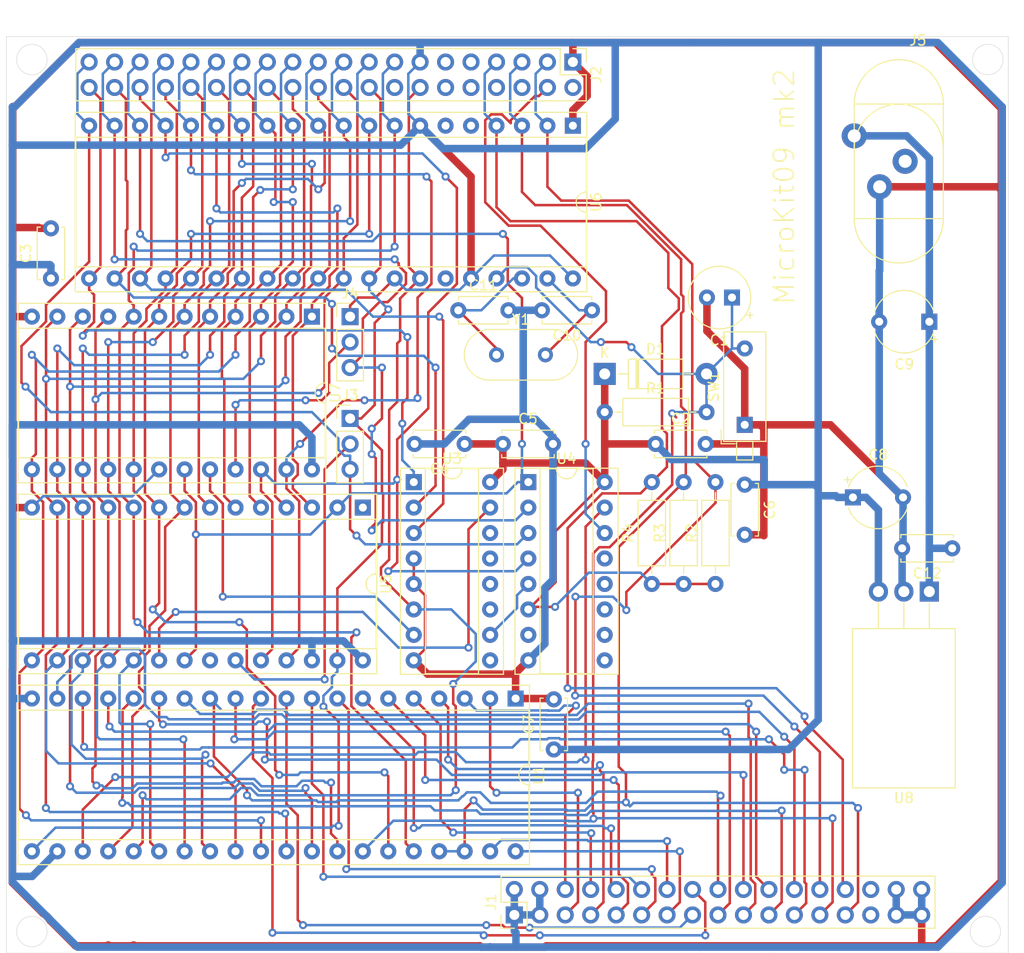
<source format=kicad_pcb>
(kicad_pcb (version 20171130) (host pcbnew 5.1.4-e60b266~84~ubuntu18.04.1)
  (layers (0 F.Cu signal) (31 B.Cu signal) (34 B.Paste user) (35 F.Paste user) (36 B.SilkS user) (37 F.SilkS user) (38 B.Mask user) (39 F.Mask user) (44 Edge.Cuts user))
  (net 0 "")
  (net 1 /RESET*)
  (net 2 GND)
  (net 3 +5V)
  (net 4 "Net-(C10-Pad1)")
  (net 5 "Net-(C11-Pad1)")
  (net 6 /PA0)
  (net 7 /PA1)
  (net 8 /PA2)
  (net 9 /PA3)
  (net 10 /PA4)
  (net 11 /PA5)
  (net 12 /PA6)
  (net 13 /PA7)
  (net 14 /CA1)
  (net 15 /CA2)
  (net 16 /PB0)
  (net 17 /PB1)
  (net 18 /PB2)
  (net 19 /PB3)
  (net 20 /PB4)
  (net 21 /PB5)
  (net 22 /PB6)
  (net 23 /PB7)
  (net 24 /CB1)
  (net 25 /CB2)
  (net 26 /NMI*)
  (net 27 /IRQ*)
  (net 28 /FIRQ*)
  (net 29 "Net-(J1-Pad29)")
  (net 30 "Net-(J1-Pad30)")
  (net 31 /A0)
  (net 32 /E)
  (net 33 /D7)
  (net 34 /D6)
  (net 35 /D5)
  (net 36 /D4)
  (net 37 /D3)
  (net 38 /D2)
  (net 39 /D1)
  (net 40 /D0)
  (net 41 /A8)
  (net 42 /A9)
  (net 43 /A10)
  (net 44 /A3)
  (net 45 /A4)
  (net 46 /A5)
  (net 47 /A6)
  (net 48 /A7)
  (net 49 /A13)
  (net 50 "Net-(U3-Pad9)")
  (net 51 /A14)
  (net 52 /A15)
  (net 53 "Net-(U3-Pad11)")
  (net 54 "Net-(U3-Pad12)")
  (net 55 "Net-(U3-Pad13)")
  (net 56 "Net-(U3-Pad14)")
  (net 57 "Net-(U3-Pad7)")
  (net 58 /A12)
  (net 59 /A11)
  (net 60 "Net-(U6-Pad35)")
  (net 61 "Net-(U6-Pad6)")
  (net 62 "Net-(U6-Pad5)")
  (net 63 /A2)
  (net 64 /RW*)
  (net 65 /A1)
  (net 66 "Net-(J2-Pad33)")
  (net 67 "Net-(J2-Pad35)")
  (net 68 "Net-(J2-Pad6)")
  (net 69 "Net-(J2-Pad36)")
  (net 70 "Net-(J2-Pad5)")
  (net 71 "Net-(J2-Pad37)")
  (net 72 "Net-(J2-Pad38)")
  (net 73 /A400-A7FF)
  (net 74 "Net-(J2-Pad40)")
  (net 75 /A11_WR*)
  (net 76 /A11_Vpp)
  (net 77 /A000-A3FF)
  (net 78 "Net-(U3-Pad10)")
  (net 79 "Net-(U3-Pad15)")
  (net 80 "Net-(U4-Pad7)")
  (net 81 "Net-(U4-Pad13)")
  (net 82 "Net-(U4-Pad12)")
  (net 83 "Net-(U4-Pad11)")
  (net 84 "Net-(U4-Pad10)")
  (net 85 "Net-(U4-Pad9)")
  (net 86 "Net-(J5-Pad3)")
  (net 87 "Net-(C12-Pad1)")
  (module Capacitor_THT:CP_Radial_Tantal_D6.0mm_P5.00mm (layer F.Cu) (at 199.39 61.468 180)
    (fp_text reference C9 (at 2.5 -4.25) (layer F.SilkS))
    (fp_text value 100uF/25V)
    (pad 2 thru_hole circle (at 5 0 180) (size 1.6 1.6) (drill 0.8) (layers *.Cu *.Mask) (net 2 GND))
    (pad 1 thru_hole rect (at 0 0 180) (size 1.6 1.6) (drill 0.8) (layers *.Cu *.Mask) (net 87 "Net-(C12-Pad1)"))
  )
  (module Capacitor_THT:C_Disc_D5.0mm_W2.5mm_P5.00mm (layer F.Cu) (at 180.975 77.724 270)
    (fp_text reference C6 (at 2.5 -2.5 90) (layer F.SilkS))
    (fp_text value 100nF)
    (pad 2 thru_hole circle (at 5 0 270) (size 1.6 1.6) (drill 0.8) (layers *.Cu *.Mask) (net 2 GND))
    (pad 1 thru_hole circle (at 0 0 270) (size 1.6 1.6) (drill 0.8) (layers *.Cu *.Mask) (net 3 +5V))
  )
  (module Capacitor_THT:C_Disc_D5.0mm_W2.5mm_P5.00mm (layer F.Cu) (at 201.676 84.074 180)
    (fp_text reference C12 (at 2.5 -2.5) (layer F.SilkS))
    (fp_text value 100nF)
    (pad 2 thru_hole circle (at 5 0 180) (size 1.6 1.6) (drill 0.8) (layers *.Cu *.Mask) (net 2 GND))
    (pad 1 thru_hole circle (at 0 0 180) (size 1.6 1.6) (drill 0.8) (layers *.Cu *.Mask) (net 87 "Net-(C12-Pad1)"))
  )
  (module Button_Switch_THT:SW_DIP_SPSTx01_Piano_10.8x4.1mm_W7.62mm_P2.54mm (layer F.Cu) (at 180.975 71.755 90)
    (fp_text reference SW1 (at 3.81 -3.11 90) (layer F.SilkS))
    (fp_text value Reset)
    (pad 2 thru_hole oval (at 7.62 0 90) (size 1.6 1.6) (drill 0.8) (layers *.Cu *.Mask) (net 1 /RESET*))
    (pad 1 thru_hole rect (at 0 0 90) (size 1.6 1.6) (drill 0.8) (layers *.Cu *.Mask) (net 2 GND))
  )
  (module Package_DIP:DIP-40_W15.24mm_Socket (layer F.Cu) (at 158.115 99.06 270)
    (fp_text reference U1 (at 7.62 -2.33 90) (layer F.SilkS))
    (fp_text value 6821)
    (pad 40 thru_hole oval (at 15.24 0 270) (size 1.6 1.6) (drill 0.8) (layers *.Cu *.Mask) (net 14 /CA1))
    (pad 20 thru_hole oval (at 0 48.26 270) (size 1.6 1.6) (drill 0.8) (layers *.Cu *.Mask) (net 3 +5V))
    (pad 39 thru_hole oval (at 15.24 2.54 270) (size 1.6 1.6) (drill 0.8) (layers *.Cu *.Mask) (net 15 /CA2))
    (pad 19 thru_hole oval (at 0 45.72 270) (size 1.6 1.6) (drill 0.8) (layers *.Cu *.Mask) (net 25 /CB2))
    (pad 38 thru_hole oval (at 15.24 5.08 270) (size 1.6 1.6) (drill 0.8) (layers *.Cu *.Mask) (net 27 /IRQ*))
    (pad 18 thru_hole oval (at 0 43.18 270) (size 1.6 1.6) (drill 0.8) (layers *.Cu *.Mask) (net 24 /CB1))
    (pad 37 thru_hole oval (at 15.24 7.62 270) (size 1.6 1.6) (drill 0.8) (layers *.Cu *.Mask) (net 27 /IRQ*))
    (pad 17 thru_hole oval (at 0 40.64 270) (size 1.6 1.6) (drill 0.8) (layers *.Cu *.Mask) (net 23 /PB7))
    (pad 36 thru_hole oval (at 15.24 10.16 270) (size 1.6 1.6) (drill 0.8) (layers *.Cu *.Mask) (net 31 /A0))
    (pad 16 thru_hole oval (at 0 38.1 270) (size 1.6 1.6) (drill 0.8) (layers *.Cu *.Mask) (net 22 /PB6))
    (pad 35 thru_hole oval (at 15.24 12.7 270) (size 1.6 1.6) (drill 0.8) (layers *.Cu *.Mask) (net 65 /A1))
    (pad 15 thru_hole oval (at 0 35.56 270) (size 1.6 1.6) (drill 0.8) (layers *.Cu *.Mask) (net 21 /PB5))
    (pad 34 thru_hole oval (at 15.24 15.24 270) (size 1.6 1.6) (drill 0.8) (layers *.Cu *.Mask) (net 1 /RESET*))
    (pad 14 thru_hole oval (at 0 33.02 270) (size 1.6 1.6) (drill 0.8) (layers *.Cu *.Mask) (net 20 /PB4))
    (pad 33 thru_hole oval (at 15.24 17.78 270) (size 1.6 1.6) (drill 0.8) (layers *.Cu *.Mask) (net 40 /D0))
    (pad 13 thru_hole oval (at 0 30.48 270) (size 1.6 1.6) (drill 0.8) (layers *.Cu *.Mask) (net 19 /PB3))
    (pad 32 thru_hole oval (at 15.24 20.32 270) (size 1.6 1.6) (drill 0.8) (layers *.Cu *.Mask) (net 39 /D1))
    (pad 12 thru_hole oval (at 0 27.94 270) (size 1.6 1.6) (drill 0.8) (layers *.Cu *.Mask) (net 18 /PB2))
    (pad 31 thru_hole oval (at 15.24 22.86 270) (size 1.6 1.6) (drill 0.8) (layers *.Cu *.Mask) (net 38 /D2))
    (pad 11 thru_hole oval (at 0 25.4 270) (size 1.6 1.6) (drill 0.8) (layers *.Cu *.Mask) (net 17 /PB1))
    (pad 30 thru_hole oval (at 15.24 25.4 270) (size 1.6 1.6) (drill 0.8) (layers *.Cu *.Mask) (net 37 /D3))
    (pad 10 thru_hole oval (at 0 22.86 270) (size 1.6 1.6) (drill 0.8) (layers *.Cu *.Mask) (net 16 /PB0))
    (pad 29 thru_hole oval (at 15.24 27.94 270) (size 1.6 1.6) (drill 0.8) (layers *.Cu *.Mask) (net 36 /D4))
    (pad 9 thru_hole oval (at 0 20.32 270) (size 1.6 1.6) (drill 0.8) (layers *.Cu *.Mask) (net 13 /PA7))
    (pad 28 thru_hole oval (at 15.24 30.48 270) (size 1.6 1.6) (drill 0.8) (layers *.Cu *.Mask) (net 35 /D5))
    (pad 8 thru_hole oval (at 0 17.78 270) (size 1.6 1.6) (drill 0.8) (layers *.Cu *.Mask) (net 12 /PA6))
    (pad 27 thru_hole oval (at 15.24 33.02 270) (size 1.6 1.6) (drill 0.8) (layers *.Cu *.Mask) (net 34 /D6))
    (pad 7 thru_hole oval (at 0 15.24 270) (size 1.6 1.6) (drill 0.8) (layers *.Cu *.Mask) (net 11 /PA5))
    (pad 26 thru_hole oval (at 15.24 35.56 270) (size 1.6 1.6) (drill 0.8) (layers *.Cu *.Mask) (net 33 /D7))
    (pad 6 thru_hole oval (at 0 12.7 270) (size 1.6 1.6) (drill 0.8) (layers *.Cu *.Mask) (net 10 /PA4))
    (pad 25 thru_hole oval (at 15.24 38.1 270) (size 1.6 1.6) (drill 0.8) (layers *.Cu *.Mask) (net 32 /E))
    (pad 5 thru_hole oval (at 0 10.16 270) (size 1.6 1.6) (drill 0.8) (layers *.Cu *.Mask) (net 9 /PA3))
    (pad 24 thru_hole oval (at 15.24 40.64 270) (size 1.6 1.6) (drill 0.8) (layers *.Cu *.Mask) (net 63 /A2))
    (pad 4 thru_hole oval (at 0 7.62 270) (size 1.6 1.6) (drill 0.8) (layers *.Cu *.Mask) (net 8 /PA2))
    (pad 23 thru_hole oval (at 15.24 43.18 270) (size 1.6 1.6) (drill 0.8) (layers *.Cu *.Mask) (net 77 /A000-A3FF))
    (pad 3 thru_hole oval (at 0 5.08 270) (size 1.6 1.6) (drill 0.8) (layers *.Cu *.Mask) (net 7 /PA1))
    (pad 22 thru_hole oval (at 15.24 45.72 270) (size 1.6 1.6) (drill 0.8) (layers *.Cu *.Mask) (net 3 +5V))
    (pad 2 thru_hole oval (at 0 2.54 270) (size 1.6 1.6) (drill 0.8) (layers *.Cu *.Mask) (net 6 /PA0))
    (pad 21 thru_hole oval (at 15.24 48.26 270) (size 1.6 1.6) (drill 0.8) (layers *.Cu *.Mask) (net 64 /RW*))
    (pad 1 thru_hole rect (at 0 0 270) (size 1.6 1.6) (drill 0.8) (layers *.Cu *.Mask) (net 2 GND))
  )
  (module Package_DIP:DIP-40_W15.24mm_Socket (layer F.Cu) (at 163.83 41.91 270)
    (fp_text reference U6 (at 7.62 -2.33 90) (layer F.SilkS))
    (fp_text value MC6809)
    (pad 40 thru_hole oval (at 15.24 0 270) (size 1.6 1.6) (drill 0.8) (layers *.Cu *.Mask) (net 3 +5V))
    (pad 20 thru_hole oval (at 0 48.26 270) (size 1.6 1.6) (drill 0.8) (layers *.Cu *.Mask) (net 58 /A12))
    (pad 39 thru_hole oval (at 15.24 2.54 270) (size 1.6 1.6) (drill 0.8) (layers *.Cu *.Mask) (net 4 "Net-(C10-Pad1)"))
    (pad 19 thru_hole oval (at 0 45.72 270) (size 1.6 1.6) (drill 0.8) (layers *.Cu *.Mask) (net 59 /A11))
    (pad 38 thru_hole oval (at 15.24 5.08 270) (size 1.6 1.6) (drill 0.8) (layers *.Cu *.Mask) (net 5 "Net-(C11-Pad1)"))
    (pad 18 thru_hole oval (at 0 43.18 270) (size 1.6 1.6) (drill 0.8) (layers *.Cu *.Mask) (net 43 /A10))
    (pad 37 thru_hole oval (at 15.24 7.62 270) (size 1.6 1.6) (drill 0.8) (layers *.Cu *.Mask) (net 1 /RESET*))
    (pad 17 thru_hole oval (at 0 40.64 270) (size 1.6 1.6) (drill 0.8) (layers *.Cu *.Mask) (net 42 /A9))
    (pad 36 thru_hole oval (at 15.24 10.16 270) (size 1.6 1.6) (drill 0.8) (layers *.Cu *.Mask) (net 3 +5V))
    (pad 16 thru_hole oval (at 0 38.1 270) (size 1.6 1.6) (drill 0.8) (layers *.Cu *.Mask) (net 41 /A8))
    (pad 35 thru_hole oval (at 15.24 12.7 270) (size 1.6 1.6) (drill 0.8) (layers *.Cu *.Mask) (net 60 "Net-(U6-Pad35)"))
    (pad 15 thru_hole oval (at 0 35.56 270) (size 1.6 1.6) (drill 0.8) (layers *.Cu *.Mask) (net 48 /A7))
    (pad 34 thru_hole oval (at 15.24 15.24 270) (size 1.6 1.6) (drill 0.8) (layers *.Cu *.Mask) (net 32 /E))
    (pad 14 thru_hole oval (at 0 33.02 270) (size 1.6 1.6) (drill 0.8) (layers *.Cu *.Mask) (net 47 /A6))
    (pad 33 thru_hole oval (at 15.24 17.78 270) (size 1.6 1.6) (drill 0.8) (layers *.Cu *.Mask) (net 3 +5V))
    (pad 13 thru_hole oval (at 0 30.48 270) (size 1.6 1.6) (drill 0.8) (layers *.Cu *.Mask) (net 46 /A5))
    (pad 32 thru_hole oval (at 15.24 20.32 270) (size 1.6 1.6) (drill 0.8) (layers *.Cu *.Mask) (net 64 /RW*))
    (pad 12 thru_hole oval (at 0 27.94 270) (size 1.6 1.6) (drill 0.8) (layers *.Cu *.Mask) (net 45 /A4))
    (pad 31 thru_hole oval (at 15.24 22.86 270) (size 1.6 1.6) (drill 0.8) (layers *.Cu *.Mask) (net 40 /D0))
    (pad 11 thru_hole oval (at 0 25.4 270) (size 1.6 1.6) (drill 0.8) (layers *.Cu *.Mask) (net 44 /A3))
    (pad 30 thru_hole oval (at 15.24 25.4 270) (size 1.6 1.6) (drill 0.8) (layers *.Cu *.Mask) (net 39 /D1))
    (pad 10 thru_hole oval (at 0 22.86 270) (size 1.6 1.6) (drill 0.8) (layers *.Cu *.Mask) (net 63 /A2))
    (pad 29 thru_hole oval (at 15.24 27.94 270) (size 1.6 1.6) (drill 0.8) (layers *.Cu *.Mask) (net 38 /D2))
    (pad 9 thru_hole oval (at 0 20.32 270) (size 1.6 1.6) (drill 0.8) (layers *.Cu *.Mask) (net 65 /A1))
    (pad 28 thru_hole oval (at 15.24 30.48 270) (size 1.6 1.6) (drill 0.8) (layers *.Cu *.Mask) (net 37 /D3))
    (pad 8 thru_hole oval (at 0 17.78 270) (size 1.6 1.6) (drill 0.8) (layers *.Cu *.Mask) (net 31 /A0))
    (pad 27 thru_hole oval (at 15.24 33.02 270) (size 1.6 1.6) (drill 0.8) (layers *.Cu *.Mask) (net 36 /D4))
    (pad 7 thru_hole oval (at 0 15.24 270) (size 1.6 1.6) (drill 0.8) (layers *.Cu *.Mask) (net 3 +5V))
    (pad 26 thru_hole oval (at 15.24 35.56 270) (size 1.6 1.6) (drill 0.8) (layers *.Cu *.Mask) (net 35 /D5))
    (pad 6 thru_hole oval (at 0 12.7 270) (size 1.6 1.6) (drill 0.8) (layers *.Cu *.Mask) (net 61 "Net-(U6-Pad6)"))
    (pad 25 thru_hole oval (at 15.24 38.1 270) (size 1.6 1.6) (drill 0.8) (layers *.Cu *.Mask) (net 34 /D6))
    (pad 5 thru_hole oval (at 0 10.16 270) (size 1.6 1.6) (drill 0.8) (layers *.Cu *.Mask) (net 62 "Net-(U6-Pad5)"))
    (pad 24 thru_hole oval (at 15.24 40.64 270) (size 1.6 1.6) (drill 0.8) (layers *.Cu *.Mask) (net 33 /D7))
    (pad 4 thru_hole oval (at 0 7.62 270) (size 1.6 1.6) (drill 0.8) (layers *.Cu *.Mask) (net 28 /FIRQ*))
    (pad 23 thru_hole oval (at 15.24 43.18 270) (size 1.6 1.6) (drill 0.8) (layers *.Cu *.Mask) (net 52 /A15))
    (pad 3 thru_hole oval (at 0 5.08 270) (size 1.6 1.6) (drill 0.8) (layers *.Cu *.Mask) (net 27 /IRQ*))
    (pad 22 thru_hole oval (at 15.24 45.72 270) (size 1.6 1.6) (drill 0.8) (layers *.Cu *.Mask) (net 51 /A14))
    (pad 2 thru_hole oval (at 0 2.54 270) (size 1.6 1.6) (drill 0.8) (layers *.Cu *.Mask) (net 26 /NMI*))
    (pad 21 thru_hole oval (at 15.24 48.26 270) (size 1.6 1.6) (drill 0.8) (layers *.Cu *.Mask) (net 49 /A13))
    (pad 1 thru_hole rect (at 0 0 270) (size 1.6 1.6) (drill 0.8) (layers *.Cu *.Mask) (net 2 GND))
  )
  (module MicroKit09:Barrel_Jack_vertical_alt (layer F.Cu) (at 193.802 37.846)
    (fp_text reference J5 (at 4.445 -4.445) (layer F.SilkS))
    (fp_text value Power)
    (pad 3 thru_hole circle (at 3.175 7.62 270) (size 2.5 2.5) (drill 1.3) (layers *.Cu *.Mask) (net 86 "Net-(J5-Pad3)"))
    (pad 2 thru_hole circle (at 0.635 10.16 270) (size 2.5 2.5) (drill 1.3) (layers *.Cu *.Mask) (net 2 GND))
    (pad 1 thru_hole circle (at -1.905 5.08 270) (size 2.5 2.5) (drill 1.3) (layers *.Cu *.Mask) (net 87 "Net-(C12-Pad1)"))
  )
  (module Package_TO_SOT_THT:TO-220-3_Horizontal_TabDown (layer F.Cu) (at 199.39 88.392 180)
    (fp_text reference U8 (at 2.54 -20.58) (layer F.SilkS))
    (fp_text value LM7805_TO220)
    (pad 3 thru_hole oval (at 5.08 0 180) (size 1.905 2) (drill 1.1) (layers *.Cu *.Mask) (net 3 +5V))
    (pad 2 thru_hole oval (at 2.54 0 180) (size 1.905 2) (drill 1.1) (layers *.Cu *.Mask) (net 2 GND))
    (pad 1 thru_hole rect (at 0 0 180) (size 1.905 2) (drill 1.1) (layers *.Cu *.Mask) (net 87 "Net-(C12-Pad1)"))
    (pad "" np_thru_hole oval (at 2.54 -16.66 180) (size 3.5 3.5) (drill 3.5) (layers *.Cu *.Mask))
  )
  (module Package_DIP:DIP-24_W15.24mm_Socket (layer F.Cu) (at 137.795 60.96 270)
    (fp_text reference U7 (at 7.62 -2.33 90) (layer F.SilkS))
    (fp_text value 2732_alt)
    (pad 24 thru_hole oval (at 15.24 0 270) (size 1.6 1.6) (drill 0.8) (layers *.Cu *.Mask) (net 3 +5V))
    (pad 12 thru_hole oval (at 0 27.94 270) (size 1.6 1.6) (drill 0.8) (layers *.Cu *.Mask) (net 2 GND))
    (pad 23 thru_hole oval (at 15.24 2.54 270) (size 1.6 1.6) (drill 0.8) (layers *.Cu *.Mask) (net 41 /A8))
    (pad 11 thru_hole oval (at 0 25.4 270) (size 1.6 1.6) (drill 0.8) (layers *.Cu *.Mask) (net 38 /D2))
    (pad 22 thru_hole oval (at 15.24 5.08 270) (size 1.6 1.6) (drill 0.8) (layers *.Cu *.Mask) (net 42 /A9))
    (pad 10 thru_hole oval (at 0 22.86 270) (size 1.6 1.6) (drill 0.8) (layers *.Cu *.Mask) (net 39 /D1))
    (pad 21 thru_hole oval (at 15.24 7.62 270) (size 1.6 1.6) (drill 0.8) (layers *.Cu *.Mask) (net 76 /A11_Vpp))
    (pad 9 thru_hole oval (at 0 20.32 270) (size 1.6 1.6) (drill 0.8) (layers *.Cu *.Mask) (net 40 /D0))
    (pad 20 thru_hole oval (at 15.24 10.16 270) (size 1.6 1.6) (drill 0.8) (layers *.Cu *.Mask) (net 57 "Net-(U3-Pad7)"))
    (pad 8 thru_hole oval (at 0 17.78 270) (size 1.6 1.6) (drill 0.8) (layers *.Cu *.Mask) (net 31 /A0))
    (pad 19 thru_hole oval (at 15.24 12.7 270) (size 1.6 1.6) (drill 0.8) (layers *.Cu *.Mask) (net 43 /A10))
    (pad 7 thru_hole oval (at 0 15.24 270) (size 1.6 1.6) (drill 0.8) (layers *.Cu *.Mask) (net 65 /A1))
    (pad 18 thru_hole oval (at 15.24 15.24 270) (size 1.6 1.6) (drill 0.8) (layers *.Cu *.Mask) (net 2 GND))
    (pad 6 thru_hole oval (at 0 12.7 270) (size 1.6 1.6) (drill 0.8) (layers *.Cu *.Mask) (net 63 /A2))
    (pad 17 thru_hole oval (at 15.24 17.78 270) (size 1.6 1.6) (drill 0.8) (layers *.Cu *.Mask) (net 33 /D7))
    (pad 5 thru_hole oval (at 0 10.16 270) (size 1.6 1.6) (drill 0.8) (layers *.Cu *.Mask) (net 44 /A3))
    (pad 16 thru_hole oval (at 15.24 20.32 270) (size 1.6 1.6) (drill 0.8) (layers *.Cu *.Mask) (net 34 /D6))
    (pad 4 thru_hole oval (at 0 7.62 270) (size 1.6 1.6) (drill 0.8) (layers *.Cu *.Mask) (net 45 /A4))
    (pad 15 thru_hole oval (at 15.24 22.86 270) (size 1.6 1.6) (drill 0.8) (layers *.Cu *.Mask) (net 35 /D5))
    (pad 3 thru_hole oval (at 0 5.08 270) (size 1.6 1.6) (drill 0.8) (layers *.Cu *.Mask) (net 46 /A5))
    (pad 14 thru_hole oval (at 15.24 25.4 270) (size 1.6 1.6) (drill 0.8) (layers *.Cu *.Mask) (net 36 /D4))
    (pad 2 thru_hole oval (at 0 2.54 270) (size 1.6 1.6) (drill 0.8) (layers *.Cu *.Mask) (net 47 /A6))
    (pad 13 thru_hole oval (at 15.24 27.94 270) (size 1.6 1.6) (drill 0.8) (layers *.Cu *.Mask) (net 37 /D3))
    (pad 1 thru_hole rect (at 0 0 270) (size 1.6 1.6) (drill 0.8) (layers *.Cu *.Mask) (net 48 /A7))
  )
  (module Package_DIP:DIP-28_W15.24mm_Socket (layer F.Cu) (at 142.875 80.01 270)
    (fp_text reference U5 (at 7.62 -2.33 90) (layer F.SilkS))
    (fp_text value 6264_alt)
    (pad 28 thru_hole oval (at 15.24 0 270) (size 1.6 1.6) (drill 0.8) (layers *.Cu *.Mask) (net 3 +5V))
    (pad 14 thru_hole oval (at 0 33.02 270) (size 1.6 1.6) (drill 0.8) (layers *.Cu *.Mask) (net 2 GND))
    (pad 27 thru_hole oval (at 15.24 2.54 270) (size 1.6 1.6) (drill 0.8) (layers *.Cu *.Mask) (net 64 /RW*))
    (pad 13 thru_hole oval (at 0 30.48 270) (size 1.6 1.6) (drill 0.8) (layers *.Cu *.Mask) (net 38 /D2))
    (pad 26 thru_hole oval (at 15.24 5.08 270) (size 1.6 1.6) (drill 0.8) (layers *.Cu *.Mask) (net 3 +5V))
    (pad 12 thru_hole oval (at 0 27.94 270) (size 1.6 1.6) (drill 0.8) (layers *.Cu *.Mask) (net 39 /D1))
    (pad 25 thru_hole oval (at 15.24 7.62 270) (size 1.6 1.6) (drill 0.8) (layers *.Cu *.Mask) (net 41 /A8))
    (pad 11 thru_hole oval (at 0 25.4 270) (size 1.6 1.6) (drill 0.8) (layers *.Cu *.Mask) (net 40 /D0))
    (pad 24 thru_hole oval (at 15.24 10.16 270) (size 1.6 1.6) (drill 0.8) (layers *.Cu *.Mask) (net 42 /A9))
    (pad 10 thru_hole oval (at 0 22.86 270) (size 1.6 1.6) (drill 0.8) (layers *.Cu *.Mask) (net 31 /A0))
    (pad 23 thru_hole oval (at 15.24 12.7 270) (size 1.6 1.6) (drill 0.8) (layers *.Cu *.Mask) (net 75 /A11_WR*))
    (pad 9 thru_hole oval (at 0 20.32 270) (size 1.6 1.6) (drill 0.8) (layers *.Cu *.Mask) (net 65 /A1))
    (pad 22 thru_hole oval (at 15.24 15.24 270) (size 1.6 1.6) (drill 0.8) (layers *.Cu *.Mask))
    (pad 8 thru_hole oval (at 0 17.78 270) (size 1.6 1.6) (drill 0.8) (layers *.Cu *.Mask) (net 63 /A2))
    (pad 21 thru_hole oval (at 15.24 17.78 270) (size 1.6 1.6) (drill 0.8) (layers *.Cu *.Mask) (net 43 /A10))
    (pad 7 thru_hole oval (at 0 15.24 270) (size 1.6 1.6) (drill 0.8) (layers *.Cu *.Mask) (net 44 /A3))
    (pad 20 thru_hole oval (at 15.24 20.32 270) (size 1.6 1.6) (drill 0.8) (layers *.Cu *.Mask) (net 79 "Net-(U3-Pad15)"))
    (pad 6 thru_hole oval (at 0 12.7 270) (size 1.6 1.6) (drill 0.8) (layers *.Cu *.Mask) (net 45 /A4))
    (pad 19 thru_hole oval (at 15.24 22.86 270) (size 1.6 1.6) (drill 0.8) (layers *.Cu *.Mask) (net 33 /D7))
    (pad 5 thru_hole oval (at 0 10.16 270) (size 1.6 1.6) (drill 0.8) (layers *.Cu *.Mask) (net 46 /A5))
    (pad 18 thru_hole oval (at 15.24 25.4 270) (size 1.6 1.6) (drill 0.8) (layers *.Cu *.Mask) (net 34 /D6))
    (pad 4 thru_hole oval (at 0 7.62 270) (size 1.6 1.6) (drill 0.8) (layers *.Cu *.Mask) (net 47 /A6))
    (pad 17 thru_hole oval (at 15.24 27.94 270) (size 1.6 1.6) (drill 0.8) (layers *.Cu *.Mask) (net 35 /D5))
    (pad 3 thru_hole oval (at 0 5.08 270) (size 1.6 1.6) (drill 0.8) (layers *.Cu *.Mask) (net 48 /A7))
    (pad 16 thru_hole oval (at 15.24 30.48 270) (size 1.6 1.6) (drill 0.8) (layers *.Cu *.Mask) (net 36 /D4))
    (pad 2 thru_hole oval (at 0 2.54 270) (size 1.6 1.6) (drill 0.8) (layers *.Cu *.Mask) (net 43 /A10))
    (pad 15 thru_hole oval (at 15.24 33.02 270) (size 1.6 1.6) (drill 0.8) (layers *.Cu *.Mask) (net 37 /D3))
    (pad 1 thru_hole rect (at 0 0 270) (size 1.6 1.6) (drill 0.8) (layers *.Cu *.Mask))
  )
  (module Package_DIP:DIP-16_W7.62mm_Socket (layer F.Cu) (at 159.385 77.47)
    (fp_text reference U4 (at 3.81 -2.33) (layer F.SilkS))
    (fp_text value 74LS138)
    (pad 16 thru_hole oval (at 7.62 0) (size 1.6 1.6) (drill 0.8) (layers *.Cu *.Mask) (net 3 +5V))
    (pad 8 thru_hole oval (at 0 17.78) (size 1.6 1.6) (drill 0.8) (layers *.Cu *.Mask) (net 2 GND))
    (pad 15 thru_hole oval (at 7.62 2.54) (size 1.6 1.6) (drill 0.8) (layers *.Cu *.Mask) (net 77 /A000-A3FF))
    (pad 7 thru_hole oval (at 0 15.24) (size 1.6 1.6) (drill 0.8) (layers *.Cu *.Mask) (net 80 "Net-(U4-Pad7)"))
    (pad 14 thru_hole oval (at 7.62 5.08) (size 1.6 1.6) (drill 0.8) (layers *.Cu *.Mask) (net 73 /A400-A7FF))
    (pad 6 thru_hole oval (at 0 12.7) (size 1.6 1.6) (drill 0.8) (layers *.Cu *.Mask) (net 3 +5V))
    (pad 13 thru_hole oval (at 7.62 7.62) (size 1.6 1.6) (drill 0.8) (layers *.Cu *.Mask) (net 81 "Net-(U4-Pad13)"))
    (pad 5 thru_hole oval (at 0 10.16) (size 1.6 1.6) (drill 0.8) (layers *.Cu *.Mask) (net 78 "Net-(U3-Pad10)"))
    (pad 12 thru_hole oval (at 7.62 10.16) (size 1.6 1.6) (drill 0.8) (layers *.Cu *.Mask) (net 82 "Net-(U4-Pad12)"))
    (pad 4 thru_hole oval (at 0 7.62) (size 1.6 1.6) (drill 0.8) (layers *.Cu *.Mask) (net 42 /A9))
    (pad 11 thru_hole oval (at 7.62 12.7) (size 1.6 1.6) (drill 0.8) (layers *.Cu *.Mask) (net 83 "Net-(U4-Pad11)"))
    (pad 3 thru_hole oval (at 0 5.08) (size 1.6 1.6) (drill 0.8) (layers *.Cu *.Mask) (net 58 /A12))
    (pad 10 thru_hole oval (at 7.62 15.24) (size 1.6 1.6) (drill 0.8) (layers *.Cu *.Mask) (net 84 "Net-(U4-Pad10)"))
    (pad 2 thru_hole oval (at 0 2.54) (size 1.6 1.6) (drill 0.8) (layers *.Cu *.Mask) (net 59 /A11))
    (pad 9 thru_hole oval (at 7.62 17.78) (size 1.6 1.6) (drill 0.8) (layers *.Cu *.Mask) (net 85 "Net-(U4-Pad9)"))
    (pad 1 thru_hole rect (at 0 0) (size 1.6 1.6) (drill 0.8) (layers *.Cu *.Mask) (net 43 /A10))
  )
  (module Connector_PinHeader_2.54mm:PinHeader_1x03_P2.54mm_Vertical (layer F.Cu) (at 141.605 60.96)
    (fp_text reference J4 (at 0 -2.33) (layer F.SilkS))
    (fp_text value 2k/4k)
    (pad 3 thru_hole oval (at 0 5.08) (size 1.7 1.7) (drill 1) (layers *.Cu *.Mask) (net 59 /A11))
    (pad 2 thru_hole oval (at 0 2.54) (size 1.7 1.7) (drill 1) (layers *.Cu *.Mask) (net 76 /A11_Vpp))
    (pad 1 thru_hole rect (at 0 0) (size 1.7 1.7) (drill 1) (layers *.Cu *.Mask) (net 3 +5V))
  )
  (module Connector_PinHeader_2.54mm:PinHeader_1x03_P2.54mm_Vertical (layer F.Cu) (at 141.605 71.12)
    (fp_text reference J3 (at 0 -2.33) (layer F.SilkS))
    (fp_text value 2k/8k)
    (pad 3 thru_hole oval (at 0 5.08) (size 1.7 1.7) (drill 1) (layers *.Cu *.Mask) (net 58 /A12))
    (pad 2 thru_hole oval (at 0 2.54) (size 1.7 1.7) (drill 1) (layers *.Cu *.Mask) (net 75 /A11_WR*))
    (pad 1 thru_hole rect (at 0 0) (size 1.7 1.7) (drill 1) (layers *.Cu *.Mask) (net 64 /RW*))
  )
  (module MicroKit09:PinHeader_2x20_P2.54mm_Vertical_CC (layer F.Cu) (at 163.83 35.56 270)
    (fp_text reference J2 (at 1.27 -2.33 90) (layer F.SilkS))
    (fp_text value ExtensionConnector)
    (pad 21 thru_hole oval (at 2.54 48.26 270) (size 1.7 1.7) (drill 1) (layers *.Cu *.Mask) (net 49 /A13))
    (pad 20 thru_hole oval (at 0 48.26 270) (size 1.7 1.7) (drill 1) (layers *.Cu *.Mask) (net 58 /A12))
    (pad 22 thru_hole oval (at 2.54 45.72 270) (size 1.7 1.7) (drill 1) (layers *.Cu *.Mask) (net 51 /A14))
    (pad 19 thru_hole oval (at 0 45.72 270) (size 1.7 1.7) (drill 1) (layers *.Cu *.Mask) (net 59 /A11))
    (pad 23 thru_hole oval (at 2.54 43.18 270) (size 1.7 1.7) (drill 1) (layers *.Cu *.Mask) (net 52 /A15))
    (pad 18 thru_hole oval (at 0 43.18 270) (size 1.7 1.7) (drill 1) (layers *.Cu *.Mask) (net 43 /A10))
    (pad 24 thru_hole oval (at 2.54 40.64 270) (size 1.7 1.7) (drill 1) (layers *.Cu *.Mask) (net 33 /D7))
    (pad 17 thru_hole oval (at 0 40.64 270) (size 1.7 1.7) (drill 1) (layers *.Cu *.Mask) (net 42 /A9))
    (pad 25 thru_hole oval (at 2.54 38.1 270) (size 1.7 1.7) (drill 1) (layers *.Cu *.Mask) (net 34 /D6))
    (pad 16 thru_hole oval (at 0 38.1 270) (size 1.7 1.7) (drill 1) (layers *.Cu *.Mask) (net 41 /A8))
    (pad 26 thru_hole oval (at 2.54 35.56 270) (size 1.7 1.7) (drill 1) (layers *.Cu *.Mask) (net 35 /D5))
    (pad 15 thru_hole oval (at 0 35.56 270) (size 1.7 1.7) (drill 1) (layers *.Cu *.Mask) (net 48 /A7))
    (pad 27 thru_hole oval (at 2.54 33.02 270) (size 1.7 1.7) (drill 1) (layers *.Cu *.Mask) (net 36 /D4))
    (pad 14 thru_hole oval (at 0 33.02 270) (size 1.7 1.7) (drill 1) (layers *.Cu *.Mask) (net 47 /A6))
    (pad 28 thru_hole oval (at 2.54 30.48 270) (size 1.7 1.7) (drill 1) (layers *.Cu *.Mask) (net 37 /D3))
    (pad 13 thru_hole oval (at 0 30.48 270) (size 1.7 1.7) (drill 1) (layers *.Cu *.Mask) (net 46 /A5))
    (pad 29 thru_hole oval (at 2.54 27.94 270) (size 1.7 1.7) (drill 1) (layers *.Cu *.Mask) (net 38 /D2))
    (pad 12 thru_hole oval (at 0 27.94 270) (size 1.7 1.7) (drill 1) (layers *.Cu *.Mask) (net 45 /A4))
    (pad 30 thru_hole oval (at 2.54 25.4 270) (size 1.7 1.7) (drill 1) (layers *.Cu *.Mask) (net 39 /D1))
    (pad 11 thru_hole oval (at 0 25.4 270) (size 1.7 1.7) (drill 1) (layers *.Cu *.Mask) (net 44 /A3))
    (pad 31 thru_hole oval (at 2.54 22.86 270) (size 1.7 1.7) (drill 1) (layers *.Cu *.Mask) (net 40 /D0))
    (pad 10 thru_hole oval (at 0 22.86 270) (size 1.7 1.7) (drill 1) (layers *.Cu *.Mask) (net 63 /A2))
    (pad 32 thru_hole oval (at 2.54 20.32 270) (size 1.7 1.7) (drill 1) (layers *.Cu *.Mask) (net 64 /RW*))
    (pad 9 thru_hole oval (at 0 20.32 270) (size 1.7 1.7) (drill 1) (layers *.Cu *.Mask) (net 65 /A1))
    (pad 33 thru_hole oval (at 2.54 17.78 270) (size 1.7 1.7) (drill 1) (layers *.Cu *.Mask) (net 66 "Net-(J2-Pad33)"))
    (pad 8 thru_hole oval (at 0 17.78 270) (size 1.7 1.7) (drill 1) (layers *.Cu *.Mask) (net 31 /A0))
    (pad 34 thru_hole oval (at 2.54 15.24 270) (size 1.7 1.7) (drill 1) (layers *.Cu *.Mask) (net 32 /E))
    (pad 7 thru_hole oval (at 0 15.24 270) (size 1.7 1.7) (drill 1) (layers *.Cu *.Mask) (net 3 +5V))
    (pad 35 thru_hole oval (at 2.54 12.7 270) (size 1.7 1.7) (drill 1) (layers *.Cu *.Mask) (net 67 "Net-(J2-Pad35)"))
    (pad 6 thru_hole oval (at 0 12.7 270) (size 1.7 1.7) (drill 1) (layers *.Cu *.Mask) (net 68 "Net-(J2-Pad6)"))
    (pad 36 thru_hole oval (at 2.54 10.16 270) (size 1.7 1.7) (drill 1) (layers *.Cu *.Mask) (net 69 "Net-(J2-Pad36)"))
    (pad 5 thru_hole oval (at 0 10.16 270) (size 1.7 1.7) (drill 1) (layers *.Cu *.Mask) (net 70 "Net-(J2-Pad5)"))
    (pad 37 thru_hole oval (at 2.54 7.62 270) (size 1.7 1.7) (drill 1) (layers *.Cu *.Mask) (net 71 "Net-(J2-Pad37)"))
    (pad 4 thru_hole oval (at 0 7.62 270) (size 1.7 1.7) (drill 1) (layers *.Cu *.Mask) (net 28 /FIRQ*))
    (pad 38 thru_hole oval (at 2.54 5.08 270) (size 1.7 1.7) (drill 1) (layers *.Cu *.Mask) (net 72 "Net-(J2-Pad38)"))
    (pad 3 thru_hole oval (at 0 5.08 270) (size 1.7 1.7) (drill 1) (layers *.Cu *.Mask) (net 27 /IRQ*))
    (pad 39 thru_hole oval (at 2.54 2.54 270) (size 1.7 1.7) (drill 1) (layers *.Cu *.Mask) (net 73 /A400-A7FF))
    (pad 2 thru_hole oval (at 0 2.54 270) (size 1.7 1.7) (drill 1) (layers *.Cu *.Mask) (net 26 /NMI*))
    (pad 40 thru_hole oval (at 2.54 0 270) (size 1.7 1.7) (drill 1) (layers *.Cu *.Mask) (net 74 "Net-(J2-Pad40)"))
    (pad 1 thru_hole rect (at 0 0 270) (size 1.7 1.7) (drill 1) (layers *.Cu *.Mask) (net 2 GND))
  )
  (module Capacitor_THT:CP_Radial_Tantal_D6.0mm_P2.50mm (layer F.Cu) (at 179.705 59.055 180)
    (fp_text reference C1 (at 1.25 -4.25) (layer F.SilkS))
    (fp_text value 22uF)
    (pad 1 thru_hole rect (at 0 0 180) (size 1.6 1.6) (drill 0.8) (layers *.Cu *.Mask) (net 1 /RESET*))
    (pad 2 thru_hole circle (at 2.5 0 180) (size 1.6 1.6) (drill 0.8) (layers *.Cu *.Mask) (net 2 GND))
  )
  (module Capacitor_THT:C_Disc_D5.0mm_W2.5mm_P5.00mm (layer F.Cu) (at 172.085 73.66)
    (fp_text reference C2 (at 2.5 -2.5) (layer F.SilkS))
    (fp_text value 100nF)
    (pad 2 thru_hole circle (at 5 0) (size 1.6 1.6) (drill 0.8) (layers *.Cu *.Mask) (net 2 GND))
    (pad 1 thru_hole circle (at 0 0) (size 1.6 1.6) (drill 0.8) (layers *.Cu *.Mask) (net 3 +5V))
  )
  (module Capacitor_THT:C_Disc_D5.0mm_W2.5mm_P5.00mm (layer F.Cu) (at 111.76 57.15 90)
    (fp_text reference C3 (at 2.5 -2.5 90) (layer F.SilkS))
    (fp_text value 100nF)
    (pad 1 thru_hole circle (at 0 0 90) (size 1.6 1.6) (drill 0.8) (layers *.Cu *.Mask) (net 3 +5V))
    (pad 2 thru_hole circle (at 5 0 90) (size 1.6 1.6) (drill 0.8) (layers *.Cu *.Mask) (net 2 GND))
  )
  (module Capacitor_THT:C_Disc_D5.0mm_W2.5mm_P5.00mm (layer F.Cu) (at 153.035 73.66 180)
    (fp_text reference C4 (at 2.5 -2.5) (layer F.SilkS))
    (fp_text value 100nF)
    (pad 2 thru_hole circle (at 5 0 180) (size 1.6 1.6) (drill 0.8) (layers *.Cu *.Mask) (net 2 GND))
    (pad 1 thru_hole circle (at 0 0 180) (size 1.6 1.6) (drill 0.8) (layers *.Cu *.Mask) (net 3 +5V))
  )
  (module Capacitor_THT:C_Disc_D5.0mm_W2.5mm_P5.00mm (layer F.Cu) (at 156.845 73.66)
    (fp_text reference C5 (at 2.5 -2.5) (layer F.SilkS))
    (fp_text value 100nF)
    (pad 1 thru_hole circle (at 0 0) (size 1.6 1.6) (drill 0.8) (layers *.Cu *.Mask) (net 3 +5V))
    (pad 2 thru_hole circle (at 5 0) (size 1.6 1.6) (drill 0.8) (layers *.Cu *.Mask) (net 2 GND))
  )
  (module Capacitor_THT:C_Disc_D5.0mm_W2.5mm_P5.00mm (layer F.Cu) (at 161.925 104.14 90)
    (fp_text reference C7 (at 2.5 -2.5 90) (layer F.SilkS))
    (fp_text value 100nF)
    (pad 1 thru_hole circle (at 0 0 90) (size 1.6 1.6) (drill 0.8) (layers *.Cu *.Mask) (net 3 +5V))
    (pad 2 thru_hole circle (at 5 0 90) (size 1.6 1.6) (drill 0.8) (layers *.Cu *.Mask) (net 2 GND))
  )
  (module Capacitor_THT:CP_Radial_Tantal_D6.0mm_P5.00mm (layer F.Cu) (at 191.77 78.994)
    (fp_text reference C8 (at 2.5 -4.25) (layer F.SilkS))
    (fp_text value 10uF/16V)
    (pad 1 thru_hole rect (at 0 0) (size 1.6 1.6) (drill 0.8) (layers *.Cu *.Mask) (net 3 +5V))
    (pad 2 thru_hole circle (at 5 0) (size 1.6 1.6) (drill 0.8) (layers *.Cu *.Mask) (net 2 GND))
  )
  (module Capacitor_THT:C_Disc_D4.7mm_W2.5mm_P5.00mm (layer F.Cu) (at 165.735 60.325 180)
    (fp_text reference C10 (at 2.5 -2.5) (layer F.SilkS))
    (fp_text value 22pF)
    (pad 1 thru_hole circle (at 0 0 180) (size 1.6 1.6) (drill 0.8) (layers *.Cu *.Mask) (net 4 "Net-(C10-Pad1)"))
    (pad 2 thru_hole circle (at 5 0 180) (size 1.6 1.6) (drill 0.8) (layers *.Cu *.Mask) (net 2 GND))
  )
  (module Capacitor_THT:C_Disc_D4.7mm_W2.5mm_P5.00mm (layer F.Cu) (at 152.4 60.325)
    (fp_text reference C11 (at 2.5 -2.5) (layer F.SilkS))
    (fp_text value 22pF)
    (pad 2 thru_hole circle (at 5 0) (size 1.6 1.6) (drill 0.8) (layers *.Cu *.Mask) (net 2 GND))
    (pad 1 thru_hole circle (at 0 0) (size 1.6 1.6) (drill 0.8) (layers *.Cu *.Mask) (net 5 "Net-(C11-Pad1)"))
  )
  (module Diode_THT:D_DO-41_SOD81_P10.16mm_Horizontal (layer F.Cu) (at 167.005 66.675)
    (fp_text reference D1 (at 5.08 -2.47) (layer F.SilkS))
    (fp_text value D_Schottky_Small)
    (fp_text user K (at 0 -2.1) (layer F.SilkS))
    (pad 1 thru_hole rect (at 0 0) (size 2.2 2.2) (drill 1.1) (layers *.Cu *.Mask) (net 3 +5V))
    (pad 2 thru_hole oval (at 10.16 0) (size 2.2 2.2) (drill 1.1) (layers *.Cu *.Mask) (net 1 /RESET*))
  )
  (module Connector_PinHeader_2.54mm:PinHeader_2x17_P2.54mm_Vertical (layer F.Cu) (at 157.988 120.65 90)
    (fp_text reference J1 (at 1.27 -2.33 90) (layer F.SilkS))
    (fp_text value I/O-board)
    (pad 1 thru_hole rect (at 0 0 90) (size 1.7 1.7) (drill 1) (layers *.Cu *.Mask) (net 3 +5V))
    (pad 2 thru_hole oval (at 2.54 0 90) (size 1.7 1.7) (drill 1) (layers *.Cu *.Mask) (net 3 +5V))
    (pad 3 thru_hole oval (at 0 2.54 90) (size 1.7 1.7) (drill 1) (layers *.Cu *.Mask) (net 3 +5V))
    (pad 4 thru_hole oval (at 2.54 2.54 90) (size 1.7 1.7) (drill 1) (layers *.Cu *.Mask) (net 3 +5V))
    (pad 5 thru_hole oval (at 0 5.08 90) (size 1.7 1.7) (drill 1) (layers *.Cu *.Mask) (net 6 /PA0))
    (pad 6 thru_hole oval (at 2.54 5.08 90) (size 1.7 1.7) (drill 1) (layers *.Cu *.Mask) (net 7 /PA1))
    (pad 7 thru_hole oval (at 0 7.62 90) (size 1.7 1.7) (drill 1) (layers *.Cu *.Mask) (net 8 /PA2))
    (pad 8 thru_hole oval (at 2.54 7.62 90) (size 1.7 1.7) (drill 1) (layers *.Cu *.Mask) (net 9 /PA3))
    (pad 9 thru_hole oval (at 0 10.16 90) (size 1.7 1.7) (drill 1) (layers *.Cu *.Mask) (net 10 /PA4))
    (pad 10 thru_hole oval (at 2.54 10.16 90) (size 1.7 1.7) (drill 1) (layers *.Cu *.Mask) (net 11 /PA5))
    (pad 11 thru_hole oval (at 0 12.7 90) (size 1.7 1.7) (drill 1) (layers *.Cu *.Mask) (net 12 /PA6))
    (pad 12 thru_hole oval (at 2.54 12.7 90) (size 1.7 1.7) (drill 1) (layers *.Cu *.Mask) (net 13 /PA7))
    (pad 13 thru_hole oval (at 0 15.24 90) (size 1.7 1.7) (drill 1) (layers *.Cu *.Mask) (net 14 /CA1))
    (pad 14 thru_hole oval (at 2.54 15.24 90) (size 1.7 1.7) (drill 1) (layers *.Cu *.Mask) (net 15 /CA2))
    (pad 15 thru_hole oval (at 0 17.78 90) (size 1.7 1.7) (drill 1) (layers *.Cu *.Mask) (net 16 /PB0))
    (pad 16 thru_hole oval (at 2.54 17.78 90) (size 1.7 1.7) (drill 1) (layers *.Cu *.Mask) (net 17 /PB1))
    (pad 17 thru_hole oval (at 0 20.32 90) (size 1.7 1.7) (drill 1) (layers *.Cu *.Mask) (net 18 /PB2))
    (pad 18 thru_hole oval (at 2.54 20.32 90) (size 1.7 1.7) (drill 1) (layers *.Cu *.Mask) (net 19 /PB3))
    (pad 19 thru_hole oval (at 0 22.86 90) (size 1.7 1.7) (drill 1) (layers *.Cu *.Mask) (net 20 /PB4))
    (pad 20 thru_hole oval (at 2.54 22.86 90) (size 1.7 1.7) (drill 1) (layers *.Cu *.Mask) (net 21 /PB5))
    (pad 21 thru_hole oval (at 0 25.4 90) (size 1.7 1.7) (drill 1) (layers *.Cu *.Mask) (net 22 /PB6))
    (pad 22 thru_hole oval (at 2.54 25.4 90) (size 1.7 1.7) (drill 1) (layers *.Cu *.Mask) (net 23 /PB7))
    (pad 23 thru_hole oval (at 0 27.94 90) (size 1.7 1.7) (drill 1) (layers *.Cu *.Mask) (net 24 /CB1))
    (pad 24 thru_hole oval (at 2.54 27.94 90) (size 1.7 1.7) (drill 1) (layers *.Cu *.Mask) (net 25 /CB2))
    (pad 25 thru_hole oval (at 0 30.48 90) (size 1.7 1.7) (drill 1) (layers *.Cu *.Mask) (net 1 /RESET*))
    (pad 26 thru_hole oval (at 2.54 30.48 90) (size 1.7 1.7) (drill 1) (layers *.Cu *.Mask) (net 26 /NMI*))
    (pad 27 thru_hole oval (at 0 33.02 90) (size 1.7 1.7) (drill 1) (layers *.Cu *.Mask) (net 27 /IRQ*))
    (pad 28 thru_hole oval (at 2.54 33.02 90) (size 1.7 1.7) (drill 1) (layers *.Cu *.Mask) (net 28 /FIRQ*))
    (pad 29 thru_hole oval (at 0 35.56 90) (size 1.7 1.7) (drill 1) (layers *.Cu *.Mask) (net 29 "Net-(J1-Pad29)"))
    (pad 30 thru_hole oval (at 2.54 35.56 90) (size 1.7 1.7) (drill 1) (layers *.Cu *.Mask) (net 30 "Net-(J1-Pad30)"))
    (pad 31 thru_hole oval (at 0 38.1 90) (size 1.7 1.7) (drill 1) (layers *.Cu *.Mask) (net 2 GND))
    (pad 32 thru_hole oval (at 2.54 38.1 90) (size 1.7 1.7) (drill 1) (layers *.Cu *.Mask) (net 2 GND))
    (pad 33 thru_hole oval (at 0 40.64 90) (size 1.7 1.7) (drill 1) (layers *.Cu *.Mask) (net 2 GND))
    (pad 34 thru_hole oval (at 2.54 40.64 90) (size 1.7 1.7) (drill 1) (layers *.Cu *.Mask) (net 2 GND))
  )
  (module Resistor_THT:R_Axial_DIN0207_L6.3mm_D2.5mm_P10.16mm_Horizontal (layer F.Cu) (at 167.005 70.485)
    (fp_text reference R1 (at 5.08 -2.37) (layer F.SilkS))
    (fp_text value 5k6)
    (pad 2 thru_hole oval (at 10.16 0) (size 1.6 1.6) (drill 0.8) (layers *.Cu *.Mask) (net 1 /RESET*))
    (pad 1 thru_hole circle (at 0 0) (size 1.6 1.6) (drill 0.8) (layers *.Cu *.Mask) (net 3 +5V))
  )
  (module Resistor_THT:R_Axial_DIN0207_L6.3mm_D2.5mm_P10.16mm_Horizontal (layer F.Cu) (at 178.054 87.63 90)
    (fp_text reference R2 (at 5.08 -2.37 90) (layer F.SilkS))
    (fp_text value 3k3)
    (pad 1 thru_hole circle (at 0 0 90) (size 1.6 1.6) (drill 0.8) (layers *.Cu *.Mask) (net 3 +5V))
    (pad 2 thru_hole oval (at 10.16 0 90) (size 1.6 1.6) (drill 0.8) (layers *.Cu *.Mask) (net 26 /NMI*))
  )
  (module Resistor_THT:R_Axial_DIN0207_L6.3mm_D2.5mm_P10.16mm_Horizontal (layer F.Cu) (at 174.879 87.63 90)
    (fp_text reference R3 (at 5.08 -2.37 90) (layer F.SilkS))
    (fp_text value 3k3)
    (pad 2 thru_hole oval (at 10.16 0 90) (size 1.6 1.6) (drill 0.8) (layers *.Cu *.Mask) (net 27 /IRQ*))
    (pad 1 thru_hole circle (at 0 0 90) (size 1.6 1.6) (drill 0.8) (layers *.Cu *.Mask) (net 3 +5V))
  )
  (module Resistor_THT:R_Axial_DIN0207_L6.3mm_D2.5mm_P10.16mm_Horizontal (layer F.Cu) (at 171.704 87.63 90)
    (fp_text reference R4 (at 5.08 -2.37 90) (layer F.SilkS))
    (fp_text value 3k3)
    (pad 1 thru_hole circle (at 0 0 90) (size 1.6 1.6) (drill 0.8) (layers *.Cu *.Mask) (net 3 +5V))
    (pad 2 thru_hole oval (at 10.16 0 90) (size 1.6 1.6) (drill 0.8) (layers *.Cu *.Mask) (net 28 /FIRQ*))
  )
  (module Package_DIP:DIP-16_W7.62mm_Socket (layer F.Cu) (at 147.955 77.47)
    (fp_text reference U3 (at 3.81 -2.33) (layer F.SilkS))
    (fp_text value 74LS138)
    (pad 1 thru_hole rect (at 0 0) (size 1.6 1.6) (drill 0.8) (layers *.Cu *.Mask) (net 49 /A13))
    (pad 9 thru_hole oval (at 7.62 17.78) (size 1.6 1.6) (drill 0.8) (layers *.Cu *.Mask) (net 50 "Net-(U3-Pad9)"))
    (pad 2 thru_hole oval (at 0 2.54) (size 1.6 1.6) (drill 0.8) (layers *.Cu *.Mask) (net 51 /A14))
    (pad 10 thru_hole oval (at 7.62 15.24) (size 1.6 1.6) (drill 0.8) (layers *.Cu *.Mask) (net 78 "Net-(U3-Pad10)"))
    (pad 3 thru_hole oval (at 0 5.08) (size 1.6 1.6) (drill 0.8) (layers *.Cu *.Mask) (net 52 /A15))
    (pad 11 thru_hole oval (at 7.62 12.7) (size 1.6 1.6) (drill 0.8) (layers *.Cu *.Mask) (net 53 "Net-(U3-Pad11)"))
    (pad 4 thru_hole oval (at 0 7.62) (size 1.6 1.6) (drill 0.8) (layers *.Cu *.Mask) (net 2 GND))
    (pad 12 thru_hole oval (at 7.62 10.16) (size 1.6 1.6) (drill 0.8) (layers *.Cu *.Mask) (net 54 "Net-(U3-Pad12)"))
    (pad 5 thru_hole oval (at 0 10.16) (size 1.6 1.6) (drill 0.8) (layers *.Cu *.Mask) (net 2 GND))
    (pad 13 thru_hole oval (at 7.62 7.62) (size 1.6 1.6) (drill 0.8) (layers *.Cu *.Mask) (net 55 "Net-(U3-Pad13)"))
    (pad 6 thru_hole oval (at 0 12.7) (size 1.6 1.6) (drill 0.8) (layers *.Cu *.Mask) (net 32 /E))
    (pad 14 thru_hole oval (at 7.62 5.08) (size 1.6 1.6) (drill 0.8) (layers *.Cu *.Mask) (net 56 "Net-(U3-Pad14)"))
    (pad 7 thru_hole oval (at 0 15.24) (size 1.6 1.6) (drill 0.8) (layers *.Cu *.Mask) (net 57 "Net-(U3-Pad7)"))
    (pad 15 thru_hole oval (at 7.62 2.54) (size 1.6 1.6) (drill 0.8) (layers *.Cu *.Mask) (net 79 "Net-(U3-Pad15)"))
    (pad 8 thru_hole oval (at 0 17.78) (size 1.6 1.6) (drill 0.8) (layers *.Cu *.Mask) (net 2 GND))
    (pad 16 thru_hole oval (at 7.62 0) (size 1.6 1.6) (drill 0.8) (layers *.Cu *.Mask) (net 3 +5V))
  )
  (module Crystal:Crystal_HC49-U_Vertical (layer F.Cu) (at 156.21 64.77)
    (fp_text reference Y1 (at 2.44 -3.525) (layer F.SilkS))
    (fp_text value 4MHz)
    (pad 1 thru_hole circle (at 0 0) (size 1.5 1.5) (drill 0.8) (layers *.Cu *.Mask) (net 5 "Net-(C11-Pad1)"))
    (pad 2 thru_hole circle (at 4.88 0) (size 1.5 1.5) (drill 0.8) (layers *.Cu *.Mask) (net 4 "Net-(C10-Pad1)"))
  )
  (gr_line (start 207.264 124.46) (end 202.184 124.46) (layer Edge.Cuts) (width 0.05))
  (gr_line (start 207.264 33.02) (end 207.264 124.46) (layer Edge.Cuts) (width 0.05))
  (gr_line (start 107.315 33.02) (end 207.264 33.02) (layer Edge.Cuts) (width 0.05))
  (gr_line (start 202.184 124.46) (end 183.515 124.46) (layer Edge.Cuts) (width 0.05))
  (gr_text "MicroKit09 mk2" (at 184.912 48.006 90) (layer F.SilkS) (effects (font (size 2 2))))
  (gr_circle (center 109.855 122.304525) (end 109.855 123.825) (layer Edge.Cuts) (width 0.05))
  (gr_circle (center 204.978 122.304525) (end 204.978 123.825) (layer Edge.Cuts) (width 0.05))
  (gr_circle (center 205.232 35.309525) (end 205.232 36.83) (layer Edge.Cuts) (width 0.05))
  (gr_line (start 107.315 124.46) (end 107.95 124.46) (layer Edge.Cuts) (width 0.05))
  (gr_circle (center 109.855 35.309525) (end 109.855 36.83) (layer Edge.Cuts) (width 0.05))
  (gr_line (start 107.95 124.46) (end 183.515 124.46) (layer Edge.Cuts) (width 0.05))
  (gr_line (start 107.315 33.02) (end 107.315 124.46) (layer Edge.Cuts) (width 0.05))
  (segment (start 177.165 66.675) (end 177.165 70.485) (width 0.25) (layer B.Cu) (net 1))
  (segment (start 179.705 64.135) (end 180.975 64.135) (width 0.25) (layer B.Cu) (net 1))
  (segment (start 179.705 64.135) (end 179.578 64.262) (width 0.25) (layer B.Cu) (net 1))
  (segment (start 179.705 59.055) (end 179.705 64.135) (width 0.25) (layer B.Cu) (net 1))
  (segment (start 177.165 66.675) (end 179.578 64.262) (width 0.25) (layer B.Cu) (net 1))
  (via (at 169.672 64.008) (size 0.8) (drill 0.4) (layers F.Cu B.Cu) (net 1))
  (segment (start 177.165 66.675) (end 172.339 66.675) (width 0.25) (layer B.Cu) (net 1))
  (segment (start 172.339 66.675) (end 169.672 64.008) (width 0.25) (layer B.Cu) (net 1))
  (via (at 166.624 63.5) (size 0.8) (drill 0.4) (layers F.Cu B.Cu) (net 1))
  (segment (start 169.672 64.008) (end 169.164 63.5) (width 0.25) (layer F.Cu) (net 1))
  (segment (start 169.164 63.5) (end 166.624 63.5) (width 0.25) (layer F.Cu) (net 1))
  (segment (start 166.624 63.5) (end 165.608 63.5) (width 0.25) (layer B.Cu) (net 1))
  (segment (start 159.290001 56.024999) (end 160.164999 56.899997) (width 0.25) (layer B.Cu) (net 1))
  (segment (start 157.335001 56.024999) (end 159.290001 56.024999) (width 0.25) (layer B.Cu) (net 1))
  (segment (start 160.164999 58.056999) (end 165.608 63.5) (width 0.25) (layer B.Cu) (net 1))
  (segment (start 160.164999 56.899997) (end 160.164999 58.056999) (width 0.25) (layer B.Cu) (net 1))
  (segment (start 156.21 57.15) (end 157.335001 56.024999) (width 0.25) (layer B.Cu) (net 1))
  (segment (start 177.165 70.485) (end 173.863 70.485) (width 0.25) (layer B.Cu) (net 1))
  (segment (start 174.135999 71.011999) (end 173.736 70.612) (width 0.25) (layer F.Cu) (net 1))
  (via (at 173.736 70.612) (size 0.8) (drill 0.4) (layers F.Cu B.Cu) (net 1))
  (segment (start 173.863 70.485) (end 173.736 70.612) (width 0.25) (layer B.Cu) (net 1))
  (via (at 189.738 110.998) (size 0.8) (drill 0.4) (layers F.Cu B.Cu) (net 1))
  (segment (start 189.738 119.38) (end 188.468 120.65) (width 0.25) (layer F.Cu) (net 1))
  (segment (start 189.738 110.998) (end 189.738 119.38) (width 0.25) (layer F.Cu) (net 1))
  (segment (start 167.495001 83.964999) (end 166.464999 83.964999) (width 0.25) (layer F.Cu) (net 1))
  (segment (start 163.387765 111.252) (end 163.430799 111.295034) (width 0.25) (layer B.Cu) (net 1))
  (segment (start 173.736 70.612) (end 173.736 77.724) (width 0.25) (layer F.Cu) (net 1))
  (via (at 165.885472 111.043673) (size 0.8) (drill 0.4) (layers F.Cu B.Cu) (net 1))
  (segment (start 165.634111 111.295034) (end 165.885472 111.043673) (width 0.25) (layer B.Cu) (net 1))
  (segment (start 165.855224 84.574774) (end 165.855224 105.293453) (width 0.25) (layer F.Cu) (net 1))
  (segment (start 165.885472 110.477988) (end 165.885472 111.043673) (width 0.25) (layer F.Cu) (net 1))
  (segment (start 166.464999 83.964999) (end 165.855224 84.574774) (width 0.25) (layer F.Cu) (net 1))
  (segment (start 163.430799 111.295034) (end 165.634111 111.295034) (width 0.25) (layer B.Cu) (net 1))
  (segment (start 165.855224 105.293453) (end 165.804609 105.344068) (width 0.25) (layer F.Cu) (net 1))
  (segment (start 165.931145 110.998) (end 165.885472 111.043673) (width 0.25) (layer B.Cu) (net 1))
  (segment (start 145.923 111.252) (end 163.387765 111.252) (width 0.25) (layer B.Cu) (net 1))
  (segment (start 173.736 77.724) (end 167.495001 83.964999) (width 0.25) (layer F.Cu) (net 1))
  (segment (start 189.738 110.998) (end 165.931145 110.998) (width 0.25) (layer B.Cu) (net 1))
  (segment (start 142.875 114.3) (end 145.923 111.252) (width 0.25) (layer B.Cu) (net 1))
  (segment (start 165.804609 110.397125) (end 165.885472 110.477988) (width 0.25) (layer F.Cu) (net 1))
  (segment (start 165.804609 105.344068) (end 165.804609 110.397125) (width 0.25) (layer F.Cu) (net 1))
  (segment (start 107.95 40.005) (end 108.174438 40.005) (width 0.75) (layer F.Cu) (net 2))
  (segment (start 108.174438 40.005) (end 114.559428 33.62001) (width 0.75) (layer F.Cu) (net 2))
  (segment (start 163.83 33.655) (end 163.79501 33.62001) (width 0.75) (layer F.Cu) (net 2))
  (segment (start 163.83 35.56) (end 163.83 33.655) (width 0.75) (layer F.Cu) (net 2))
  (segment (start 114.559428 33.62001) (end 163.79501 33.62001) (width 0.75) (layer F.Cu) (net 2))
  (segment (start 163.79501 33.62001) (end 175.86001 33.62001) (width 0.75) (layer F.Cu) (net 2))
  (segment (start 163.83 40.36) (end 163.83 41.91) (width 0.75) (layer F.Cu) (net 2))
  (segment (start 165.255001 38.934999) (end 163.83 40.36) (width 0.75) (layer F.Cu) (net 2))
  (segment (start 165.255001 36.985001) (end 165.255001 38.934999) (width 0.75) (layer F.Cu) (net 2))
  (segment (start 163.83 35.56) (end 165.255001 36.985001) (width 0.75) (layer F.Cu) (net 2))
  (segment (start 110.54863 52.07) (end 107.95 52.07) (width 0.75) (layer F.Cu) (net 2))
  (segment (start 111.76 52.15) (end 110.62863 52.15) (width 0.75) (layer F.Cu) (net 2))
  (segment (start 110.62863 52.15) (end 110.54863 52.07) (width 0.75) (layer F.Cu) (net 2))
  (segment (start 107.95 52.07) (end 107.95 40.005) (width 0.75) (layer F.Cu) (net 2))
  (segment (start 109.855 60.96) (end 107.95 60.96) (width 0.75) (layer F.Cu) (net 2))
  (segment (start 107.95 60.96) (end 107.95 52.07) (width 0.75) (layer F.Cu) (net 2))
  (segment (start 109.855 80.01) (end 107.95 80.01) (width 0.75) (layer F.Cu) (net 2))
  (segment (start 107.95 80.01) (end 107.95 60.96) (width 0.75) (layer F.Cu) (net 2))
  (segment (start 158.585001 96.049999) (end 159.385 95.25) (width 0.75) (layer F.Cu) (net 2))
  (segment (start 158.009999 96.625001) (end 158.585001 96.049999) (width 0.75) (layer F.Cu) (net 2))
  (segment (start 149.330001 96.625001) (end 158.009999 96.625001) (width 0.75) (layer F.Cu) (net 2))
  (segment (start 147.955 95.25) (end 149.330001 96.625001) (width 0.75) (layer F.Cu) (net 2))
  (segment (start 158.115 96.730002) (end 158.115 99.06) (width 0.75) (layer F.Cu) (net 2))
  (segment (start 158.009999 96.625001) (end 158.115 96.730002) (width 0.75) (layer F.Cu) (net 2))
  (segment (start 161.845 99.06) (end 161.925 99.14) (width 0.75) (layer F.Cu) (net 2))
  (segment (start 158.115 99.06) (end 161.845 99.06) (width 0.75) (layer F.Cu) (net 2))
  (segment (start 117.475 123.64422) (end 117.38461 123.73461) (width 0.75) (layer F.Cu) (net 2))
  (segment (start 120.015 123.64422) (end 120.10539 123.73461) (width 0.75) (layer F.Cu) (net 2))
  (segment (start 120.10539 123.73461) (end 117.38461 123.73461) (width 0.75) (layer F.Cu) (net 2))
  (segment (start 150.999998 73.66) (end 153.459998 71.2) (width 0.75) (layer B.Cu) (net 2))
  (segment (start 148.035 73.66) (end 150.999998 73.66) (width 0.75) (layer B.Cu) (net 2))
  (segment (start 182.88 72.11) (end 182.88 72.39) (width 0.75) (layer F.Cu) (net 2))
  (segment (start 182.525 71.755) (end 182.88 72.11) (width 0.75) (layer F.Cu) (net 2))
  (segment (start 180.975 71.755) (end 182.525 71.755) (width 0.75) (layer F.Cu) (net 2))
  (segment (start 182.88 72.39) (end 182.88 73.66) (width 0.75) (layer F.Cu) (net 2))
  (segment (start 177.085 73.66) (end 182.88 73.66) (width 0.75) (layer F.Cu) (net 2))
  (segment (start 110.654999 79.210001) (end 109.855 80.01) (width 0.25) (layer B.Cu) (net 2))
  (segment (start 110.980001 78.884999) (end 110.654999 79.210001) (width 0.25) (layer B.Cu) (net 2))
  (segment (start 119.870001 78.884999) (end 110.980001 78.884999) (width 0.25) (layer B.Cu) (net 2))
  (segment (start 122.555 76.2) (end 119.870001 78.884999) (width 0.25) (layer B.Cu) (net 2))
  (segment (start 158.877 71.153) (end 158.924 71.2) (width 0.75) (layer B.Cu) (net 2))
  (segment (start 158.877 60.325) (end 158.877 71.153) (width 0.75) (layer B.Cu) (net 2))
  (segment (start 153.459998 71.2) (end 158.924 71.2) (width 0.75) (layer B.Cu) (net 2))
  (segment (start 158.877 60.325) (end 160.735 60.325) (width 0.75) (layer B.Cu) (net 2))
  (segment (start 157.4 60.325) (end 158.877 60.325) (width 0.75) (layer B.Cu) (net 2))
  (segment (start 160.1 71.2) (end 158.924 71.2) (width 0.75) (layer B.Cu) (net 2))
  (segment (start 161.845 73.66) (end 161.845 72.945) (width 0.75) (layer B.Cu) (net 2))
  (segment (start 161.845 72.945) (end 160.1 71.2) (width 0.75) (layer B.Cu) (net 2))
  (segment (start 161.036 93.599) (end 160.184999 94.450001) (width 0.75) (layer B.Cu) (net 2))
  (segment (start 161.845 87.205002) (end 161.036 88.014002) (width 0.75) (layer B.Cu) (net 2))
  (segment (start 160.184999 94.450001) (end 159.385 95.25) (width 0.75) (layer B.Cu) (net 2))
  (segment (start 161.036 88.014002) (end 161.036 93.599) (width 0.75) (layer B.Cu) (net 2))
  (segment (start 161.845 73.66) (end 161.845 87.205002) (width 0.75) (layer B.Cu) (net 2))
  (segment (start 182.8 82.724) (end 182.88 82.804) (width 0.75) (layer F.Cu) (net 2))
  (segment (start 180.975 82.724) (end 182.8 82.724) (width 0.75) (layer F.Cu) (net 2))
  (segment (start 182.88 73.66) (end 182.88 82.804) (width 0.75) (layer F.Cu) (net 2))
  (segment (start 147.955 85.09) (end 147.955 87.63) (width 0.25) (layer F.Cu) (net 2))
  (segment (start 149.080001 94.124999) (end 148.754999 94.450001) (width 0.25) (layer F.Cu) (net 2))
  (segment (start 149.080001 88.755001) (end 149.080001 94.124999) (width 0.25) (layer F.Cu) (net 2))
  (segment (start 148.754999 94.450001) (end 147.955 95.25) (width 0.25) (layer F.Cu) (net 2))
  (segment (start 147.955 87.63) (end 149.080001 88.755001) (width 0.25) (layer F.Cu) (net 2))
  (segment (start 194.437 48.006) (end 194.437 56.341) (width 0.75) (layer B.Cu) (net 2))
  (segment (start 196.676 88.218) (end 196.85 88.392) (width 0.75) (layer B.Cu) (net 2))
  (segment (start 196.676 84.074) (end 196.676 88.218) (width 0.75) (layer B.Cu) (net 2))
  (segment (start 196.77 83.98) (end 196.676 84.074) (width 0.75) (layer B.Cu) (net 2))
  (segment (start 196.77 78.994) (end 196.77 83.98) (width 0.75) (layer B.Cu) (net 2))
  (segment (start 194.39 56.388) (end 194.39 61.468) (width 0.75) (layer B.Cu) (net 2))
  (segment (start 194.437 56.341) (end 194.39 56.388) (width 0.75) (layer B.Cu) (net 2))
  (segment (start 194.39 76.614) (end 196.77 78.994) (width 0.75) (layer B.Cu) (net 2))
  (segment (start 194.39 61.468) (end 194.39 76.614) (width 0.75) (layer B.Cu) (net 2))
  (segment (start 206.569982 117.280018) (end 200.11539 123.73461) (width 0.75) (layer F.Cu) (net 2))
  (segment (start 199.99001 33.62001) (end 206.569982 40.199982) (width 0.75) (layer F.Cu) (net 2))
  (segment (start 196.088 120.65) (end 196.088 118.11) (width 0.75) (layer B.Cu) (net 2))
  (segment (start 198.628 120.65) (end 198.628 118.11) (width 0.75) (layer B.Cu) (net 2))
  (segment (start 196.088 120.65) (end 198.628 120.65) (width 0.75) (layer B.Cu) (net 2))
  (segment (start 198.628 123.698) (end 198.59139 123.73461) (width 0.75) (layer F.Cu) (net 2))
  (segment (start 198.628 120.65) (end 198.628 123.698) (width 0.75) (layer F.Cu) (net 2))
  (segment (start 200.11539 123.73461) (end 198.59139 123.73461) (width 0.75) (layer F.Cu) (net 2))
  (segment (start 111.361646 120.810347) (end 111.357541 120.781553) (width 0.75) (layer F.Cu) (net 2))
  (segment (start 110.952899 120.4779) (end 107.91501 117.440011) (width 0.75) (layer F.Cu) (net 2))
  (segment (start 111.636147 121.138982) (end 111.637299 121.121103) (width 0.75) (layer F.Cu) (net 2))
  (segment (start 107.91501 96.200025) (end 107.95 96.165035) (width 0.75) (layer F.Cu) (net 2))
  (segment (start 111.357541 120.781553) (end 110.952899 120.4779) (width 0.75) (layer F.Cu) (net 2))
  (segment (start 111.573782 121.048831) (end 111.574012 121.030915) (width 0.75) (layer F.Cu) (net 2))
  (segment (start 111.695856 121.214424) (end 111.636147 121.138982) (width 0.75) (layer F.Cu) (net 2))
  (segment (start 111.695186 121.220185) (end 111.695856 121.214424) (width 0.75) (layer F.Cu) (net 2))
  (segment (start 107.91501 117.440011) (end 107.91501 96.200025) (width 0.75) (layer F.Cu) (net 2))
  (segment (start 111.574012 121.030915) (end 111.50686 120.962012) (width 0.75) (layer F.Cu) (net 2))
  (segment (start 111.506169 120.944116) (end 111.361646 120.810347) (width 0.75) (layer F.Cu) (net 2))
  (segment (start 114.20961 123.73461) (end 111.695186 121.220185) (width 0.75) (layer F.Cu) (net 2))
  (segment (start 111.637299 121.121103) (end 111.573782 121.048831) (width 0.75) (layer F.Cu) (net 2))
  (segment (start 111.50686 120.962012) (end 111.506169 120.944116) (width 0.75) (layer F.Cu) (net 2))
  (segment (start 117.38461 123.73461) (end 114.20961 123.73461) (width 0.75) (layer F.Cu) (net 2))
  (segment (start 107.95 96.165035) (end 107.95 80.01) (width 0.75) (layer F.Cu) (net 2))
  (segment (start 154.674968 123.85999) (end 154.549588 123.73461) (width 0.75) (layer F.Cu) (net 2))
  (segment (start 154.549588 123.73461) (end 120.10539 123.73461) (width 0.75) (layer F.Cu) (net 2))
  (segment (start 198.59139 123.73461) (end 161.172406 123.73461) (width 0.75) (layer F.Cu) (net 2))
  (segment (start 161.047026 123.85999) (end 154.674968 123.85999) (width 0.75) (layer F.Cu) (net 2))
  (segment (start 161.172406 123.73461) (end 161.047026 123.85999) (width 0.75) (layer F.Cu) (net 2))
  (segment (start 189.531 71.755) (end 196.77 78.994) (width 0.75) (layer F.Cu) (net 2))
  (segment (start 180.975 71.755) (end 189.531 71.755) (width 0.75) (layer F.Cu) (net 2))
  (segment (start 180.975 70.205) (end 180.975 71.755) (width 0.75) (layer F.Cu) (net 2))
  (segment (start 180.975 66.170002) (end 180.975 70.205) (width 0.75) (layer F.Cu) (net 2))
  (segment (start 177.205 62.400002) (end 180.975 66.170002) (width 0.75) (layer F.Cu) (net 2))
  (segment (start 177.205 59.055) (end 177.205 62.400002) (width 0.75) (layer F.Cu) (net 2))
  (segment (start 206.248 48.006) (end 206.569982 48.327982) (width 0.75) (layer F.Cu) (net 2))
  (segment (start 194.437 48.006) (end 206.248 48.006) (width 0.75) (layer F.Cu) (net 2))
  (segment (start 206.569982 40.199982) (end 206.569982 48.327982) (width 0.75) (layer F.Cu) (net 2))
  (segment (start 206.569982 48.327982) (end 206.569982 117.280018) (width 0.75) (layer F.Cu) (net 2))
  (segment (start 199.99001 33.62001) (end 175.86001 33.62001) (width 0.75) (layer F.Cu) (net 2))
  (segment (start 108.139448 40.03999) (end 114.559428 33.62001) (width 0.75) (layer B.Cu) (net 3))
  (segment (start 114.417844 123.85999) (end 107.91501 117.357156) (width 0.75) (layer B.Cu) (net 3))
  (segment (start 107.91501 40.03999) (end 108.139448 40.03999) (width 0.75) (layer B.Cu) (net 3))
  (segment (start 107.985021 55.774999) (end 107.91501 55.84501) (width 0.75) (layer B.Cu) (net 3))
  (segment (start 111.76 55.88) (end 111.654999 55.774999) (width 0.75) (layer B.Cu) (net 3))
  (segment (start 111.76 57.15) (end 111.76 55.88) (width 0.75) (layer B.Cu) (net 3))
  (segment (start 111.654999 55.774999) (end 107.985021 55.774999) (width 0.75) (layer B.Cu) (net 3))
  (segment (start 153.67 46.99) (end 148.59 41.91) (width 0.75) (layer F.Cu) (net 3))
  (segment (start 153.67 57.15) (end 153.67 46.99) (width 0.75) (layer F.Cu) (net 3))
  (segment (start 148.59 33.655) (end 148.55501 33.62001) (width 0.75) (layer B.Cu) (net 3))
  (segment (start 148.59 35.56) (end 148.59 33.655) (width 0.75) (layer B.Cu) (net 3))
  (segment (start 114.559428 33.62001) (end 148.55501 33.62001) (width 0.75) (layer B.Cu) (net 3))
  (segment (start 155.575 123.825) (end 155.60999 123.85999) (width 0.75) (layer B.Cu) (net 3))
  (segment (start 155.60999 123.85999) (end 114.417844 123.85999) (width 0.75) (layer B.Cu) (net 3))
  (segment (start 158.115 123.825) (end 158.14999 123.85999) (width 0.75) (layer B.Cu) (net 3))
  (segment (start 158.14999 123.85999) (end 155.60999 123.85999) (width 0.75) (layer B.Cu) (net 3))
  (segment (start 109.88999 116.80501) (end 107.91501 116.80501) (width 0.75) (layer B.Cu) (net 3))
  (segment (start 112.395 114.3) (end 109.88999 116.80501) (width 0.75) (layer B.Cu) (net 3))
  (segment (start 107.91501 117.357156) (end 107.91501 116.80501) (width 0.75) (layer B.Cu) (net 3))
  (segment (start 107.95 99.06) (end 107.91501 99.09499) (width 0.75) (layer B.Cu) (net 3))
  (segment (start 109.855 99.06) (end 107.95 99.06) (width 0.75) (layer B.Cu) (net 3))
  (segment (start 107.91501 116.80501) (end 107.91501 99.09499) (width 0.75) (layer B.Cu) (net 3))
  (segment (start 153.035 73.66) (end 156.845 73.66) (width 0.75) (layer F.Cu) (net 3))
  (segment (start 156.845 76.2) (end 155.575 77.47) (width 0.75) (layer F.Cu) (net 3))
  (segment (start 165.1 75.565) (end 156.845 75.565) (width 0.75) (layer F.Cu) (net 3))
  (segment (start 167.005 77.47) (end 165.1 75.565) (width 0.75) (layer F.Cu) (net 3))
  (segment (start 156.845 73.66) (end 156.845 75.565) (width 0.75) (layer F.Cu) (net 3))
  (segment (start 156.845 75.565) (end 156.845 76.2) (width 0.75) (layer F.Cu) (net 3))
  (segment (start 167.005 66.675) (end 167.005 70.485) (width 0.75) (layer F.Cu) (net 3))
  (segment (start 142.875 95.25) (end 140.93501 93.31001) (width 0.75) (layer B.Cu) (net 3))
  (segment (start 107.91501 99.09499) (end 107.91501 93.31001) (width 0.75) (layer B.Cu) (net 3))
  (segment (start 137.795 93.345) (end 137.76001 93.31001) (width 0.75) (layer B.Cu) (net 3))
  (segment (start 137.795 95.25) (end 137.795 93.345) (width 0.75) (layer B.Cu) (net 3))
  (segment (start 140.93501 93.31001) (end 137.76001 93.31001) (width 0.75) (layer B.Cu) (net 3))
  (segment (start 137.76001 93.31001) (end 107.91501 93.31001) (width 0.75) (layer B.Cu) (net 3))
  (segment (start 107.91501 93.31001) (end 107.91501 74.89501) (width 0.75) (layer B.Cu) (net 3))
  (segment (start 107.91501 74.89501) (end 107.91501 55.84501) (width 0.75) (layer B.Cu) (net 3))
  (segment (start 147.790001 41.110001) (end 148.59 41.91) (width 0.25) (layer B.Cu) (net 3))
  (segment (start 147.414999 40.734999) (end 147.790001 41.110001) (width 0.25) (layer B.Cu) (net 3))
  (segment (start 147.414999 36.735001) (end 147.414999 40.734999) (width 0.25) (layer B.Cu) (net 3))
  (segment (start 148.59 35.56) (end 147.414999 36.735001) (width 0.25) (layer B.Cu) (net 3))
  (segment (start 147.790001 42.709999) (end 148.59 41.91) (width 0.75) (layer B.Cu) (net 3))
  (segment (start 146.65001 43.84999) (end 147.790001 42.709999) (width 0.75) (layer B.Cu) (net 3))
  (segment (start 107.91501 43.84999) (end 146.65001 43.84999) (width 0.75) (layer B.Cu) (net 3))
  (segment (start 107.91501 43.84999) (end 107.91501 40.03999) (width 0.75) (layer B.Cu) (net 3))
  (segment (start 107.91501 55.84501) (end 107.91501 43.84999) (width 0.75) (layer B.Cu) (net 3))
  (segment (start 107.91501 71.78999) (end 107.91501 74.89501) (width 0.75) (layer B.Cu) (net 3))
  (segment (start 136.525 71.755) (end 107.95 71.755) (width 0.75) (layer B.Cu) (net 3))
  (segment (start 137.795 76.2) (end 137.795 73.025) (width 0.75) (layer B.Cu) (net 3))
  (segment (start 107.95 71.755) (end 107.91501 71.78999) (width 0.75) (layer B.Cu) (net 3))
  (segment (start 137.795 73.025) (end 136.525 71.755) (width 0.75) (layer B.Cu) (net 3))
  (segment (start 152.870001 57.949999) (end 153.67 57.15) (width 0.25) (layer B.Cu) (net 3))
  (segment (start 152.544999 58.275001) (end 152.870001 57.949999) (width 0.25) (layer B.Cu) (net 3))
  (segment (start 147.175001 58.275001) (end 152.544999 58.275001) (width 0.25) (layer B.Cu) (net 3))
  (segment (start 146.05 57.15) (end 147.175001 58.275001) (width 0.25) (layer B.Cu) (net 3))
  (segment (start 142.24 60.96) (end 141.605 60.96) (width 0.25) (layer B.Cu) (net 3))
  (segment (start 145.250001 57.949999) (end 146.05 57.15) (width 0.25) (layer F.Cu) (net 3))
  (segment (start 144.145 59.055) (end 145.250001 57.949999) (width 0.25) (layer F.Cu) (net 3))
  (segment (start 142.41 59.055) (end 144.145 59.055) (width 0.25) (layer F.Cu) (net 3))
  (segment (start 141.605 59.86) (end 142.41 59.055) (width 0.25) (layer F.Cu) (net 3))
  (segment (start 141.605 60.96) (end 141.605 59.86) (width 0.25) (layer F.Cu) (net 3))
  (segment (start 167.005 74.041) (end 167.005 77.47) (width 0.75) (layer F.Cu) (net 3))
  (segment (start 167.132 73.66) (end 167.005 73.787) (width 0.75) (layer F.Cu) (net 3))
  (segment (start 172.085 73.66) (end 167.132 73.66) (width 0.75) (layer F.Cu) (net 3))
  (segment (start 167.005 70.485) (end 167.005 73.787) (width 0.75) (layer F.Cu) (net 3))
  (segment (start 167.005 73.787) (end 167.005 74.041) (width 0.75) (layer F.Cu) (net 3))
  (segment (start 159.385 90.17) (end 162.109989 87.445011) (width 0.25) (layer F.Cu) (net 3))
  (segment (start 166.205001 78.269999) (end 167.005 77.47) (width 0.25) (layer F.Cu) (net 3))
  (segment (start 162.109989 87.445011) (end 162.109989 82.365011) (width 0.25) (layer F.Cu) (net 3))
  (segment (start 162.109989 82.365011) (end 166.205001 78.269999) (width 0.25) (layer F.Cu) (net 3))
  (segment (start 154.469999 56.350001) (end 153.67 57.15) (width 0.25) (layer B.Cu) (net 3))
  (segment (start 155.956 54.864) (end 154.469999 56.350001) (width 0.25) (layer B.Cu) (net 3))
  (segment (start 163.83 57.15) (end 161.544 54.864) (width 0.25) (layer B.Cu) (net 3))
  (segment (start 161.544 54.864) (end 155.956 54.864) (width 0.25) (layer B.Cu) (net 3))
  (segment (start 148.55501 33.62001) (end 168.05599 33.62001) (width 0.75) (layer B.Cu) (net 3))
  (segment (start 150.876 44.196) (end 149.389999 42.709999) (width 0.75) (layer B.Cu) (net 3))
  (segment (start 165.1 44.196) (end 150.876 44.196) (width 0.75) (layer B.Cu) (net 3))
  (segment (start 149.389999 42.709999) (end 148.59 41.91) (width 0.75) (layer B.Cu) (net 3))
  (segment (start 168.05599 33.62001) (end 168.05599 41.24001) (width 0.75) (layer B.Cu) (net 3))
  (segment (start 168.05599 41.24001) (end 165.1 44.196) (width 0.75) (layer B.Cu) (net 3))
  (segment (start 182.91499 75.21899) (end 173.64399 75.21899) (width 0.75) (layer B.Cu) (net 3))
  (segment (start 173.64399 75.21899) (end 172.085 73.66) (width 0.75) (layer B.Cu) (net 3))
  (segment (start 171.704 87.63) (end 178.054 87.63) (width 0.25) (layer F.Cu) (net 3))
  (segment (start 182.88 77.724) (end 182.91499 77.75899) (width 0.75) (layer B.Cu) (net 3))
  (segment (start 180.975 77.724) (end 182.88 77.724) (width 0.75) (layer B.Cu) (net 3))
  (segment (start 182.91499 75.21899) (end 182.91499 77.75899) (width 0.75) (layer B.Cu) (net 3))
  (segment (start 193.066 78.994) (end 191.516 78.994) (width 0.75) (layer B.Cu) (net 3))
  (segment (start 194.31 80.238) (end 193.066 78.994) (width 0.75) (layer B.Cu) (net 3))
  (segment (start 194.31 88.392) (end 194.31 80.238) (width 0.75) (layer B.Cu) (net 3))
  (segment (start 176.495012 123.85999) (end 158.14999 123.85999) (width 0.75) (layer B.Cu) (net 3))
  (segment (start 200.24401 123.85999) (end 176.495012 123.85999) (width 0.75) (layer B.Cu) (net 3))
  (segment (start 206.66399 117.44001) (end 200.24401 123.85999) (width 0.75) (layer B.Cu) (net 3))
  (segment (start 206.66399 40.03999) (end 206.66399 117.44001) (width 0.75) (layer B.Cu) (net 3))
  (segment (start 200.24401 33.62001) (end 206.66399 40.03999) (width 0.75) (layer B.Cu) (net 3))
  (segment (start 188.30601 33.62001) (end 200.24401 33.62001) (width 0.75) (layer B.Cu) (net 3))
  (segment (start 157.988 118.11) (end 157.988 120.65) (width 0.75) (layer B.Cu) (net 3))
  (segment (start 160.528 118.11) (end 160.528 120.65) (width 0.75) (layer B.Cu) (net 3))
  (segment (start 160.528 120.65) (end 157.988 120.65) (width 0.75) (layer B.Cu) (net 3))
  (segment (start 158.14999 122.41199) (end 158.14999 123.85999) (width 0.75) (layer B.Cu) (net 3))
  (segment (start 157.988 122.25) (end 158.14999 122.41199) (width 0.75) (layer B.Cu) (net 3))
  (segment (start 157.988 120.65) (end 157.988 122.25) (width 0.75) (layer B.Cu) (net 3))
  (segment (start 185.35002 104.14) (end 183.134 104.14) (width 0.75) (layer B.Cu) (net 3))
  (segment (start 188.30601 101.18401) (end 185.35002 104.14) (width 0.75) (layer B.Cu) (net 3))
  (segment (start 161.925 104.14) (end 183.642 104.14) (width 0.75) (layer B.Cu) (net 3))
  (via (at 162.052 89.916) (size 0.8) (drill 0.4) (layers F.Cu B.Cu) (net 3))
  (segment (start 162.052 89.858998) (end 162.052 89.916) (width 0.25) (layer B.Cu) (net 3))
  (segment (start 165.405999 86.504999) (end 162.052 89.858998) (width 0.25) (layer B.Cu) (net 3))
  (segment (start 171.704 87.63) (end 170.578999 86.504999) (width 0.25) (layer B.Cu) (net 3))
  (segment (start 170.578999 86.504999) (end 165.405999 86.504999) (width 0.25) (layer B.Cu) (net 3))
  (segment (start 159.639 89.916) (end 159.385 90.17) (width 0.25) (layer F.Cu) (net 3))
  (segment (start 162.052 89.916) (end 159.639 89.916) (width 0.25) (layer F.Cu) (net 3))
  (segment (start 187.96 77.724) (end 188.30601 78.07001) (width 0.75) (layer B.Cu) (net 3))
  (segment (start 180.975 77.724) (end 187.96 77.724) (width 0.75) (layer B.Cu) (net 3))
  (segment (start 188.30601 33.62001) (end 188.30601 78.07001) (width 0.75) (layer B.Cu) (net 3))
  (segment (start 191.77 78.994) (end 190.22 78.994) (width 0.75) (layer B.Cu) (net 3))
  (segment (start 190.05801 78.83201) (end 188.30601 78.83201) (width 0.75) (layer B.Cu) (net 3))
  (segment (start 190.22 78.994) (end 190.05801 78.83201) (width 0.75) (layer B.Cu) (net 3))
  (segment (start 188.30601 78.07001) (end 188.30601 78.83201) (width 0.75) (layer B.Cu) (net 3))
  (segment (start 188.30601 78.83201) (end 188.30601 101.18401) (width 0.75) (layer B.Cu) (net 3))
  (segment (start 178.562 33.62001) (end 188.30601 33.62001) (width 0.75) (layer B.Cu) (net 3))
  (segment (start 168.05599 33.62001) (end 178.562 33.62001) (width 0.75) (layer B.Cu) (net 3))
  (segment (start 165.535 60.325) (end 165.735 60.325) (width 0.25) (layer F.Cu) (net 4))
  (segment (start 161.09 64.77) (end 165.535 60.325) (width 0.25) (layer F.Cu) (net 4))
  (segment (start 164.465 60.325) (end 165.735 60.325) (width 0.25) (layer B.Cu) (net 4))
  (segment (start 161.29 57.15) (end 164.465 60.325) (width 0.25) (layer B.Cu) (net 4))
  (segment (start 156.21 64.135) (end 156.21 64.77) (width 0.25) (layer F.Cu) (net 5))
  (segment (start 152.4 60.325) (end 156.21 64.135) (width 0.25) (layer F.Cu) (net 5))
  (segment (start 153.53137 60.325) (end 152.4 60.325) (width 0.25) (layer B.Cu) (net 5))
  (segment (start 154.700002 60.325) (end 153.53137 60.325) (width 0.25) (layer B.Cu) (net 5))
  (segment (start 157.875002 57.15) (end 154.700002 60.325) (width 0.25) (layer B.Cu) (net 5))
  (segment (start 158.75 57.15) (end 157.875002 57.15) (width 0.25) (layer B.Cu) (net 5))
  (via (at 164.338 108.458) (size 0.8) (drill 0.4) (layers F.Cu B.Cu) (net 6))
  (segment (start 164.338 109.023685) (end 164.338 108.458) (width 0.25) (layer F.Cu) (net 6))
  (segment (start 163.068 120.65) (end 164.338 119.38) (width 0.25) (layer F.Cu) (net 6))
  (segment (start 164.338 119.38) (end 164.338 109.023685) (width 0.25) (layer F.Cu) (net 6))
  (via (at 156.21 108.458) (size 0.8) (drill 0.4) (layers F.Cu B.Cu) (net 6))
  (segment (start 163.772315 108.458) (end 156.21 108.458) (width 0.25) (layer B.Cu) (net 6))
  (segment (start 155.575 99.06) (end 155.575 107.823) (width 0.25) (layer F.Cu) (net 6))
  (segment (start 155.810001 108.058001) (end 156.21 108.458) (width 0.25) (layer F.Cu) (net 6))
  (segment (start 164.338 108.458) (end 163.772315 108.458) (width 0.25) (layer B.Cu) (net 6))
  (segment (start 155.575 107.823) (end 155.810001 108.058001) (width 0.25) (layer F.Cu) (net 6))
  (segment (start 153.035 99.06) (end 154.224967 100.249967) (width 0.25) (layer B.Cu) (net 7))
  (via (at 164.131047 99.762812) (size 0.8) (drill 0.4) (layers F.Cu B.Cu) (net 7))
  (segment (start 162.465001 100.265001) (end 162.96719 99.762812) (width 0.25) (layer B.Cu) (net 7))
  (segment (start 162.96719 99.762812) (end 163.565362 99.762812) (width 0.25) (layer B.Cu) (net 7))
  (segment (start 163.565362 99.762812) (end 164.131047 99.762812) (width 0.25) (layer B.Cu) (net 7))
  (segment (start 163.068 118.11) (end 163.068 100.825859) (width 0.25) (layer F.Cu) (net 7))
  (segment (start 161.384999 100.265001) (end 162.465001 100.265001) (width 0.25) (layer B.Cu) (net 7))
  (segment (start 154.224967 100.249967) (end 161.369965 100.249967) (width 0.25) (layer B.Cu) (net 7))
  (segment (start 161.369965 100.249967) (end 161.384999 100.265001) (width 0.25) (layer B.Cu) (net 7))
  (segment (start 163.068 100.825859) (end 163.731048 100.162811) (width 0.25) (layer F.Cu) (net 7))
  (segment (start 163.731048 100.162811) (end 164.131047 99.762812) (width 0.25) (layer F.Cu) (net 7))
  (segment (start 166.52961 106.257754) (end 166.52961 105.692069) (width 0.25) (layer F.Cu) (net 8))
  (segment (start 165.608 120.65) (end 166.878 119.38) (width 0.25) (layer F.Cu) (net 8))
  (via (at 166.52961 105.692069) (size 0.8) (drill 0.4) (layers F.Cu B.Cu) (net 8))
  (segment (start 166.878 119.38) (end 166.878 106.606144) (width 0.25) (layer F.Cu) (net 8))
  (segment (start 166.878 106.606144) (end 166.52961 106.257754) (width 0.25) (layer F.Cu) (net 8))
  (segment (start 152.320068 106.092068) (end 151.783999 105.555999) (width 0.25) (layer B.Cu) (net 8))
  (segment (start 151.384 104.590315) (end 151.384 105.156) (width 0.25) (layer F.Cu) (net 8))
  (segment (start 166.52961 105.692069) (end 166.129611 106.092068) (width 0.25) (layer B.Cu) (net 8))
  (segment (start 150.495 99.06) (end 151.384 99.949) (width 0.25) (layer F.Cu) (net 8))
  (via (at 151.384 105.156) (size 0.8) (drill 0.4) (layers F.Cu B.Cu) (net 8))
  (segment (start 166.129611 106.092068) (end 152.320068 106.092068) (width 0.25) (layer B.Cu) (net 8))
  (segment (start 151.783999 105.555999) (end 151.384 105.156) (width 0.25) (layer B.Cu) (net 8))
  (segment (start 151.384 99.949) (end 151.384 104.590315) (width 0.25) (layer F.Cu) (net 8))
  (via (at 151.892 112.427021) (size 0.8) (drill 0.4) (layers F.Cu B.Cu) (net 9))
  (segment (start 150.630324 101.735324) (end 150.630324 111.165345) (width 0.25) (layer F.Cu) (net 9))
  (segment (start 150.630324 111.165345) (end 151.492001 112.027022) (width 0.25) (layer F.Cu) (net 9))
  (segment (start 147.955 99.06) (end 150.630324 101.735324) (width 0.25) (layer F.Cu) (net 9))
  (segment (start 151.492001 112.027022) (end 151.892 112.427021) (width 0.25) (layer F.Cu) (net 9))
  (segment (start 165.593568 112.427021) (end 165.660232 112.493685) (width 0.25) (layer B.Cu) (net 9))
  (segment (start 151.892 112.427021) (end 165.593568 112.427021) (width 0.25) (layer B.Cu) (net 9))
  (via (at 165.660232 112.493685) (size 0.8) (drill 0.4) (layers F.Cu B.Cu) (net 9))
  (segment (start 165.608 118.11) (end 165.608 112.545917) (width 0.25) (layer F.Cu) (net 9))
  (segment (start 165.608 112.545917) (end 165.660232 112.493685) (width 0.25) (layer F.Cu) (net 9))
  (segment (start 149.098 106.622315) (end 149.098 107.188) (width 0.25) (layer F.Cu) (net 10))
  (via (at 149.098 107.188) (size 0.8) (drill 0.4) (layers F.Cu B.Cu) (net 10))
  (segment (start 149.098 102.743) (end 149.098 106.622315) (width 0.25) (layer F.Cu) (net 10))
  (segment (start 145.415 99.06) (end 149.098 102.743) (width 0.25) (layer F.Cu) (net 10))
  (segment (start 169.323001 119.474999) (end 169.323001 117.507001) (width 0.25) (layer F.Cu) (net 10))
  (segment (start 168.402 107.696) (end 168.293999 107.587999) (width 0.25) (layer F.Cu) (net 10))
  (segment (start 168.148 120.65) (end 169.323001 119.474999) (width 0.25) (layer F.Cu) (net 10))
  (via (at 167.894 107.188) (size 0.8) (drill 0.4) (layers F.Cu B.Cu) (net 10))
  (segment (start 168.293999 107.587999) (end 167.894 107.188) (width 0.25) (layer F.Cu) (net 10))
  (segment (start 168.402 116.586) (end 168.402 107.696) (width 0.25) (layer F.Cu) (net 10))
  (segment (start 169.323001 117.507001) (end 168.402 116.586) (width 0.25) (layer F.Cu) (net 10))
  (segment (start 149.098 107.188) (end 167.894 107.188) (width 0.25) (layer B.Cu) (net 10))
  (via (at 167.64 112.014) (size 0.8) (drill 0.4) (layers F.Cu B.Cu) (net 11))
  (segment (start 167.64 117.602) (end 168.148 118.11) (width 0.25) (layer F.Cu) (net 11))
  (segment (start 167.64 112.014) (end 167.64 117.602) (width 0.25) (layer F.Cu) (net 11))
  (via (at 147.955 111.97701) (size 0.8) (drill 0.4) (layers F.Cu B.Cu) (net 11))
  (segment (start 147.955 111.411325) (end 147.955 111.97701) (width 0.25) (layer F.Cu) (net 11))
  (segment (start 142.875 99.06) (end 147.955 104.14) (width 0.25) (layer F.Cu) (net 11))
  (segment (start 147.955 104.14) (end 147.955 111.411325) (width 0.25) (layer F.Cu) (net 11))
  (segment (start 148.520685 111.97701) (end 147.955 111.97701) (width 0.25) (layer B.Cu) (net 11))
  (segment (start 148.795684 111.702011) (end 148.520685 111.97701) (width 0.25) (layer B.Cu) (net 11))
  (segment (start 163.268029 111.768675) (end 163.201365 111.702011) (width 0.25) (layer B.Cu) (net 11))
  (segment (start 167.64 112.014) (end 167.074315 112.014) (width 0.25) (layer B.Cu) (net 11))
  (segment (start 163.201365 111.702011) (end 148.795684 111.702011) (width 0.25) (layer B.Cu) (net 11))
  (segment (start 167.074315 112.014) (end 166.82899 111.768675) (width 0.25) (layer B.Cu) (net 11))
  (segment (start 166.82899 111.768675) (end 163.268029 111.768675) (width 0.25) (layer B.Cu) (net 11))
  (via (at 141.224 116.078) (size 0.8) (drill 0.4) (layers F.Cu B.Cu) (net 12))
  (segment (start 141.460001 115.841999) (end 141.224 116.078) (width 0.25) (layer F.Cu) (net 12))
  (segment (start 140.335 99.06) (end 141.460001 100.185001) (width 0.25) (layer F.Cu) (net 12))
  (segment (start 141.460001 100.185001) (end 141.460001 115.841999) (width 0.25) (layer F.Cu) (net 12))
  (via (at 171.704 116.078) (size 0.8) (drill 0.4) (layers F.Cu B.Cu) (net 12))
  (segment (start 141.224 116.078) (end 171.704 116.078) (width 0.25) (layer B.Cu) (net 12))
  (segment (start 171.537999 119.800001) (end 170.688 120.65) (width 0.25) (layer F.Cu) (net 12))
  (segment (start 172.052999 119.285001) (end 171.537999 119.800001) (width 0.25) (layer F.Cu) (net 12))
  (segment (start 172.052999 116.992684) (end 172.052999 119.285001) (width 0.25) (layer F.Cu) (net 12))
  (segment (start 171.704 116.643685) (end 172.052999 116.992684) (width 0.25) (layer F.Cu) (net 12))
  (segment (start 171.704 116.078) (end 171.704 116.643685) (width 0.25) (layer F.Cu) (net 12))
  (via (at 138.938 116.84) (size 0.8) (drill 0.4) (layers F.Cu B.Cu) (net 13))
  (segment (start 138.938 108.691988) (end 138.938 116.84) (width 0.25) (layer F.Cu) (net 13))
  (segment (start 137.795 99.06) (end 137.795 107.548988) (width 0.25) (layer F.Cu) (net 13))
  (segment (start 137.795 107.548988) (end 138.938 108.691988) (width 0.25) (layer F.Cu) (net 13))
  (segment (start 169.418 116.84) (end 170.688 118.11) (width 0.25) (layer B.Cu) (net 13))
  (segment (start 138.938 116.84) (end 169.418 116.84) (width 0.25) (layer B.Cu) (net 13))
  (segment (start 174.498 114.865685) (end 174.498 114.3) (width 0.25) (layer F.Cu) (net 14))
  (segment (start 158.115 114.3) (end 174.498 114.3) (width 0.25) (layer B.Cu) (net 14))
  (segment (start 174.498 119.38) (end 174.498 114.865685) (width 0.25) (layer F.Cu) (net 14))
  (segment (start 173.228 120.65) (end 174.498 119.38) (width 0.25) (layer F.Cu) (net 14))
  (via (at 174.498 114.3) (size 0.8) (drill 0.4) (layers F.Cu B.Cu) (net 14))
  (via (at 173.228 113.283996) (size 0.8) (drill 0.4) (layers F.Cu B.Cu) (net 15))
  (segment (start 173.228 118.11) (end 173.228 113.283996) (width 0.25) (layer F.Cu) (net 15))
  (segment (start 172.662315 113.283996) (end 173.228 113.283996) (width 0.25) (layer B.Cu) (net 15))
  (segment (start 165.377539 113.283996) (end 172.662315 113.283996) (width 0.25) (layer B.Cu) (net 15))
  (segment (start 155.575 114.3) (end 156.700001 113.174999) (width 0.25) (layer B.Cu) (net 15))
  (segment (start 165.268542 113.174999) (end 165.377539 113.283996) (width 0.25) (layer B.Cu) (net 15))
  (segment (start 156.700001 113.174999) (end 165.268542 113.174999) (width 0.25) (layer B.Cu) (net 15))
  (segment (start 136.380001 121.140001) (end 136.906 121.666) (width 0.25) (layer F.Cu) (net 16))
  (segment (start 135.255 99.06) (end 135.255 109.580988) (width 0.25) (layer F.Cu) (net 16))
  (via (at 136.906 121.666) (size 0.8) (drill 0.4) (layers F.Cu B.Cu) (net 16))
  (segment (start 136.380001 110.705989) (end 136.380001 121.140001) (width 0.25) (layer F.Cu) (net 16))
  (segment (start 135.255 109.580988) (end 136.380001 110.705989) (width 0.25) (layer F.Cu) (net 16))
  (segment (start 136.906 121.666) (end 155.194 121.666) (width 0.25) (layer B.Cu) (net 16))
  (segment (start 155.194 121.666) (end 155.194 121.666) (width 0.25) (layer B.Cu) (net 16))
  (via (at 155.194 121.666) (size 0.8) (drill 0.4) (layers F.Cu B.Cu) (net 16))
  (via (at 159.512 121.92) (size 0.8) (drill 0.4) (layers F.Cu B.Cu) (net 16))
  (segment (start 157.066999 121.92) (end 159.512 121.92) (width 0.25) (layer F.Cu) (net 16))
  (segment (start 155.194 121.666) (end 156.812999 121.666) (width 0.25) (layer F.Cu) (net 16))
  (segment (start 156.812999 121.666) (end 157.066999 121.92) (width 0.25) (layer F.Cu) (net 16))
  (segment (start 174.498 121.92) (end 175.768 120.65) (width 0.25) (layer B.Cu) (net 16))
  (segment (start 159.512 121.92) (end 174.498 121.92) (width 0.25) (layer B.Cu) (net 16))
  (via (at 133.858 122.428) (size 0.8) (drill 0.4) (layers F.Cu B.Cu) (net 17))
  (segment (start 133.858 106.991002) (end 133.858 122.428) (width 0.25) (layer F.Cu) (net 17))
  (segment (start 131.915001 105.048003) (end 133.858 106.991002) (width 0.25) (layer F.Cu) (net 17))
  (segment (start 132.715 99.06) (end 131.915001 99.859999) (width 0.25) (layer F.Cu) (net 17))
  (segment (start 131.915001 99.859999) (end 131.915001 105.048003) (width 0.25) (layer F.Cu) (net 17))
  (via (at 177.038 122.682) (size 0.8) (drill 0.4) (layers F.Cu B.Cu) (net 17))
  (segment (start 177.038 119.38) (end 175.768 118.11) (width 0.25) (layer F.Cu) (net 17))
  (segment (start 177.038 122.682) (end 177.038 119.38) (width 0.25) (layer F.Cu) (net 17))
  (via (at 154.94 122.682) (size 0.8) (drill 0.4) (layers F.Cu B.Cu) (net 17))
  (segment (start 154.686 122.428) (end 154.94 122.682) (width 0.25) (layer B.Cu) (net 17))
  (segment (start 133.858 122.428) (end 154.686 122.428) (width 0.25) (layer B.Cu) (net 17))
  (segment (start 177.038 122.682) (end 160.528004 122.682) (width 0.25) (layer B.Cu) (net 17))
  (segment (start 160.528004 122.682) (end 160.528 122.681996) (width 0.25) (layer B.Cu) (net 17))
  (segment (start 160.527996 122.682) (end 160.528 122.681996) (width 0.25) (layer F.Cu) (net 17))
  (via (at 160.528 122.681996) (size 0.8) (drill 0.4) (layers F.Cu B.Cu) (net 17))
  (segment (start 154.94 122.682) (end 160.527996 122.682) (width 0.25) (layer F.Cu) (net 17))
  (via (at 130.048 103.124) (size 0.8) (drill 0.4) (layers F.Cu B.Cu) (net 18))
  (segment (start 130.175 99.06) (end 130.175 102.997) (width 0.25) (layer F.Cu) (net 18))
  (segment (start 130.175 102.997) (end 130.048 103.124) (width 0.25) (layer F.Cu) (net 18))
  (segment (start 134.016927 102.362) (end 179.07 102.362) (width 0.25) (layer B.Cu) (net 18))
  (segment (start 130.048 103.124) (end 133.254927 103.124) (width 0.25) (layer B.Cu) (net 18))
  (segment (start 133.254927 103.124) (end 134.016927 102.362) (width 0.25) (layer B.Cu) (net 18))
  (segment (start 179.07 102.362) (end 179.07 102.362) (width 0.25) (layer B.Cu) (net 18))
  (via (at 179.07 102.362) (size 0.8) (drill 0.4) (layers F.Cu B.Cu) (net 18))
  (segment (start 179.157999 119.800001) (end 178.308 120.65) (width 0.25) (layer F.Cu) (net 18))
  (segment (start 179.483001 119.474999) (end 179.157999 119.800001) (width 0.25) (layer F.Cu) (net 18))
  (segment (start 179.483001 102.775001) (end 179.483001 119.474999) (width 0.25) (layer F.Cu) (net 18))
  (segment (start 179.07 102.362) (end 179.483001 102.775001) (width 0.25) (layer F.Cu) (net 18))
  (segment (start 127.635 99.06) (end 128.723115 100.148115) (width 0.25) (layer B.Cu) (net 19))
  (via (at 131.318 108.712) (size 0.8) (drill 0.4) (layers F.Cu B.Cu) (net 19))
  (via (at 178.562 108.74899) (size 0.8) (drill 0.4) (layers F.Cu B.Cu) (net 19))
  (segment (start 178.308 109.00299) (end 178.562 108.74899) (width 0.25) (layer F.Cu) (net 19))
  (segment (start 178.308 118.11) (end 178.308 109.00299) (width 0.25) (layer F.Cu) (net 19))
  (segment (start 127.635 99.06) (end 128.016 99.441) (width 0.25) (layer F.Cu) (net 19))
  (segment (start 128.016 104.844315) (end 131.318 108.146315) (width 0.25) (layer F.Cu) (net 19))
  (segment (start 131.318 108.146315) (end 131.318 108.712) (width 0.25) (layer F.Cu) (net 19))
  (segment (start 128.016 99.441) (end 128.016 104.844315) (width 0.25) (layer F.Cu) (net 19))
  (segment (start 166.282013 108.348991) (end 178.162001 108.348991) (width 0.25) (layer B.Cu) (net 19))
  (segment (start 154.591998 108.421002) (end 155.644996 109.474) (width 0.25) (layer B.Cu) (net 19))
  (segment (start 155.644996 109.474) (end 165.157004 109.474) (width 0.25) (layer B.Cu) (net 19))
  (segment (start 153.256002 108.421002) (end 154.591998 108.421002) (width 0.25) (layer B.Cu) (net 19))
  (segment (start 165.157004 109.474) (end 166.282013 108.348991) (width 0.25) (layer B.Cu) (net 19))
  (segment (start 152.871002 108.806002) (end 153.256002 108.421002) (width 0.25) (layer B.Cu) (net 19))
  (segment (start 152.4 109.22) (end 152.813998 108.806002) (width 0.25) (layer B.Cu) (net 19))
  (segment (start 178.162001 108.348991) (end 178.562 108.74899) (width 0.25) (layer B.Cu) (net 19))
  (segment (start 152.813998 108.806002) (end 152.871002 108.806002) (width 0.25) (layer B.Cu) (net 19))
  (segment (start 131.826 109.22) (end 138.244585 109.22) (width 0.25) (layer B.Cu) (net 19))
  (segment (start 138.244585 109.22) (end 138.403598 109.379013) (width 0.25) (layer B.Cu) (net 19))
  (segment (start 131.318 108.712) (end 131.826 109.22) (width 0.25) (layer B.Cu) (net 19))
  (segment (start 140.234402 109.379013) (end 140.393415 109.22) (width 0.25) (layer B.Cu) (net 19))
  (segment (start 138.403598 109.379013) (end 140.234402 109.379013) (width 0.25) (layer B.Cu) (net 19))
  (segment (start 140.393415 109.22) (end 152.4 109.22) (width 0.25) (layer B.Cu) (net 19))
  (via (at 181.356 99.568006) (size 0.8) (drill 0.4) (layers F.Cu B.Cu) (net 20))
  (segment (start 182.023001 117.545999) (end 181.573001 117.095999) (width 0.25) (layer F.Cu) (net 20))
  (segment (start 181.573001 117.095999) (end 181.573001 103.144686) (width 0.25) (layer F.Cu) (net 20))
  (segment (start 180.848 120.65) (end 182.023001 119.474999) (width 0.25) (layer F.Cu) (net 20))
  (segment (start 181.356 102.927685) (end 181.356 100.133691) (width 0.25) (layer F.Cu) (net 20))
  (segment (start 181.573001 103.144686) (end 181.356 102.927685) (width 0.25) (layer F.Cu) (net 20))
  (segment (start 181.356 100.133691) (end 181.356 99.568006) (width 0.25) (layer F.Cu) (net 20))
  (segment (start 182.023001 119.474999) (end 182.023001 117.545999) (width 0.25) (layer F.Cu) (net 20))
  (segment (start 162.666434 100.699977) (end 164.219201 100.699977) (width 0.25) (layer B.Cu) (net 20))
  (segment (start 126.633124 100.598124) (end 131.934643 100.598124) (width 0.25) (layer B.Cu) (net 20))
  (segment (start 135.497978 100.699977) (end 161.183566 100.699979) (width 0.25) (layer B.Cu) (net 20))
  (segment (start 180.790315 99.568006) (end 181.356 99.568006) (width 0.25) (layer B.Cu) (net 20))
  (segment (start 161.183566 100.699979) (end 161.198596 100.715009) (width 0.25) (layer B.Cu) (net 20))
  (segment (start 164.219201 100.699977) (end 165.351172 99.568006) (width 0.25) (layer B.Cu) (net 20))
  (segment (start 165.351172 99.568006) (end 180.790315 99.568006) (width 0.25) (layer B.Cu) (net 20))
  (segment (start 132.347766 100.185001) (end 134.983002 100.185001) (width 0.25) (layer B.Cu) (net 20))
  (segment (start 131.934643 100.598124) (end 132.347766 100.185001) (width 0.25) (layer B.Cu) (net 20))
  (segment (start 161.198596 100.715009) (end 162.651402 100.715009) (width 0.25) (layer B.Cu) (net 20))
  (segment (start 162.651402 100.715009) (end 162.666434 100.699977) (width 0.25) (layer B.Cu) (net 20))
  (segment (start 134.983002 100.185001) (end 135.497978 100.699977) (width 0.25) (layer B.Cu) (net 20))
  (segment (start 125.095 99.06) (end 126.633124 100.598124) (width 0.25) (layer B.Cu) (net 20))
  (via (at 180.848 106.68) (size 0.8) (drill 0.4) (layers F.Cu B.Cu) (net 21))
  (segment (start 180.848 106.68) (end 180.848 118.11) (width 0.25) (layer F.Cu) (net 21))
  (via (at 133.309491 101.360022) (size 0.8) (drill 0.4) (layers F.Cu B.Cu) (net 21))
  (segment (start 132.445567 101.360022) (end 132.168599 101.63699) (width 0.25) (layer B.Cu) (net 21))
  (segment (start 122.555 99.06) (end 122.555 101.25599) (width 0.25) (layer F.Cu) (net 21))
  (segment (start 122.555 101.25599) (end 122.936 101.63699) (width 0.25) (layer F.Cu) (net 21))
  (via (at 122.936 101.63699) (size 0.8) (drill 0.4) (layers F.Cu B.Cu) (net 21))
  (segment (start 123.501685 101.63699) (end 122.936 101.63699) (width 0.25) (layer B.Cu) (net 21))
  (segment (start 133.309491 101.360022) (end 132.445567 101.360022) (width 0.25) (layer B.Cu) (net 21))
  (segment (start 132.168599 101.63699) (end 123.501685 101.63699) (width 0.25) (layer B.Cu) (net 21))
  (segment (start 133.309491 104.942509) (end 133.096 105.156) (width 0.25) (layer F.Cu) (net 21))
  (segment (start 133.309491 101.360022) (end 133.309491 104.942509) (width 0.25) (layer F.Cu) (net 21))
  (via (at 133.096 105.156) (size 0.8) (drill 0.4) (layers F.Cu B.Cu) (net 21))
  (segment (start 133.661685 105.156) (end 133.096 105.156) (width 0.25) (layer B.Cu) (net 21))
  (segment (start 180.594 106.426) (end 166.820998 106.426) (width 0.25) (layer B.Cu) (net 21))
  (segment (start 180.848 106.68) (end 180.594 106.426) (width 0.25) (layer B.Cu) (net 21))
  (segment (start 151.752695 106.68) (end 150.228695 105.156) (width 0.25) (layer B.Cu) (net 21))
  (segment (start 166.820998 106.426) (end 166.566998 106.68) (width 0.25) (layer B.Cu) (net 21))
  (segment (start 166.566998 106.68) (end 151.752695 106.68) (width 0.25) (layer B.Cu) (net 21))
  (segment (start 150.228695 105.156) (end 133.661685 105.156) (width 0.25) (layer B.Cu) (net 21))
  (via (at 118.872 109.474) (size 0.8) (drill 0.4) (layers F.Cu B.Cu) (net 22))
  (via (at 184.658 110.236) (size 0.8) (drill 0.4) (layers F.Cu B.Cu) (net 22))
  (segment (start 184.658 119.38) (end 183.388 120.65) (width 0.25) (layer F.Cu) (net 22))
  (segment (start 184.658 110.236) (end 184.658 119.38) (width 0.25) (layer F.Cu) (net 22))
  (segment (start 118.904762 100.170238) (end 118.904762 108.875553) (width 0.25) (layer F.Cu) (net 22))
  (segment (start 120.015 99.06) (end 118.904762 100.170238) (width 0.25) (layer F.Cu) (net 22))
  (segment (start 118.904762 108.875553) (end 118.872 108.908315) (width 0.25) (layer F.Cu) (net 22))
  (segment (start 118.872 108.908315) (end 118.872 109.474) (width 0.25) (layer F.Cu) (net 22))
  (segment (start 119.437685 109.474) (end 119.765674 109.801989) (width 0.25) (layer B.Cu) (net 22))
  (segment (start 154.607013 110.591023) (end 162.990399 110.591023) (width 0.25) (layer B.Cu) (net 22))
  (segment (start 119.765674 109.801989) (end 138.190163 109.801989) (width 0.25) (layer B.Cu) (net 22))
  (segment (start 184.092315 110.236) (end 184.658 110.236) (width 0.25) (layer B.Cu) (net 22))
  (segment (start 162.990399 110.591023) (end 163.085387 110.686011) (width 0.25) (layer B.Cu) (net 22))
  (segment (start 163.085387 110.686011) (end 165.217815 110.686011) (width 0.25) (layer B.Cu) (net 22))
  (segment (start 140.447837 109.801989) (end 149.622983 109.801989) (width 0.25) (layer B.Cu) (net 22))
  (segment (start 165.217815 110.686011) (end 165.630835 110.27299) (width 0.25) (layer B.Cu) (net 22))
  (segment (start 184.055325 110.27299) (end 184.092315 110.236) (width 0.25) (layer B.Cu) (net 22))
  (segment (start 150.042278 110.221284) (end 154.237274 110.221284) (width 0.25) (layer B.Cu) (net 22))
  (segment (start 149.622983 109.801989) (end 150.042278 110.221284) (width 0.25) (layer B.Cu) (net 22))
  (segment (start 165.630835 110.27299) (end 184.055325 110.27299) (width 0.25) (layer B.Cu) (net 22))
  (segment (start 140.420802 109.829024) (end 140.447837 109.801989) (width 0.25) (layer B.Cu) (net 22))
  (segment (start 138.190163 109.801989) (end 138.217198 109.829024) (width 0.25) (layer B.Cu) (net 22))
  (segment (start 118.872 109.474) (end 119.437685 109.474) (width 0.25) (layer B.Cu) (net 22))
  (segment (start 154.237274 110.221284) (end 154.607013 110.591023) (width 0.25) (layer B.Cu) (net 22))
  (segment (start 138.217198 109.829024) (end 140.420802 109.829024) (width 0.25) (layer B.Cu) (net 22))
  (via (at 182.118 102.362) (size 0.8) (drill 0.4) (layers F.Cu B.Cu) (net 23))
  (segment (start 182.118 116.84) (end 183.388 118.11) (width 0.25) (layer F.Cu) (net 23))
  (segment (start 182.118 102.362) (end 182.118 116.84) (width 0.25) (layer F.Cu) (net 23))
  (segment (start 182.118 102.362) (end 181.371031 101.615031) (width 0.25) (layer B.Cu) (net 23))
  (segment (start 133.380518 102.362) (end 118.11 102.362) (width 0.25) (layer B.Cu) (net 23))
  (segment (start 117.475 101.727) (end 117.602 101.854) (width 0.25) (layer F.Cu) (net 23))
  (via (at 117.602 101.854) (size 0.8) (drill 0.4) (layers F.Cu B.Cu) (net 23))
  (segment (start 117.475 99.06) (end 117.475 101.727) (width 0.25) (layer F.Cu) (net 23))
  (segment (start 181.371031 101.615031) (end 134.127487 101.615031) (width 0.25) (layer B.Cu) (net 23))
  (segment (start 134.127487 101.615031) (end 133.380518 102.362) (width 0.25) (layer B.Cu) (net 23))
  (segment (start 118.11 102.362) (end 118.001999 102.253999) (width 0.25) (layer B.Cu) (net 23))
  (segment (start 118.001999 102.253999) (end 117.602 101.854) (width 0.25) (layer B.Cu) (net 23))
  (via (at 115.066653 103.881347) (size 0.8) (drill 0.4) (layers F.Cu B.Cu) (net 24))
  (segment (start 114.935 99.06) (end 114.935 103.749694) (width 0.25) (layer F.Cu) (net 24))
  (segment (start 114.935 103.749694) (end 115.066653 103.881347) (width 0.25) (layer F.Cu) (net 24))
  (via (at 183.388 103.124) (size 0.8) (drill 0.4) (layers F.Cu B.Cu) (net 24))
  (via (at 184.912 106.172) (size 0.8) (drill 0.4) (layers F.Cu B.Cu) (net 24))
  (segment (start 183.388 103.124) (end 184.912 104.648) (width 0.25) (layer F.Cu) (net 24))
  (segment (start 184.912 104.648) (end 184.912 106.172) (width 0.25) (layer F.Cu) (net 24))
  (via (at 186.944 106.172) (size 0.8) (drill 0.4) (layers F.Cu B.Cu) (net 24))
  (segment (start 184.912 106.172) (end 186.944 106.172) (width 0.25) (layer B.Cu) (net 24))
  (segment (start 186.777999 119.800001) (end 185.928 120.65) (width 0.25) (layer F.Cu) (net 24))
  (segment (start 187.103001 119.474999) (end 186.777999 119.800001) (width 0.25) (layer F.Cu) (net 24))
  (segment (start 187.103001 117.545999) (end 187.103001 119.474999) (width 0.25) (layer F.Cu) (net 24))
  (segment (start 186.944 117.386998) (end 187.103001 117.545999) (width 0.25) (layer F.Cu) (net 24))
  (segment (start 186.944 106.172) (end 186.944 117.386998) (width 0.25) (layer F.Cu) (net 24))
  (segment (start 182.822315 103.124) (end 183.388 103.124) (width 0.25) (layer B.Cu) (net 24))
  (segment (start 162.574002 103.124) (end 182.822315 103.124) (width 0.25) (layer B.Cu) (net 24))
  (segment (start 158.61198 103.124) (end 161.275998 103.124) (width 0.25) (layer B.Cu) (net 24))
  (segment (start 161.384999 103.014999) (end 162.465001 103.014999) (width 0.25) (layer B.Cu) (net 24))
  (segment (start 157.79199 103.94399) (end 158.61198 103.124) (width 0.25) (layer B.Cu) (net 24))
  (segment (start 162.465001 103.014999) (end 162.574002 103.124) (width 0.25) (layer B.Cu) (net 24))
  (segment (start 115.325306 104.14) (end 126.625181 104.14) (width 0.25) (layer B.Cu) (net 24))
  (segment (start 115.066653 103.881347) (end 115.325306 104.14) (width 0.25) (layer B.Cu) (net 24))
  (segment (start 161.275998 103.124) (end 161.384999 103.014999) (width 0.25) (layer B.Cu) (net 24))
  (segment (start 126.625181 104.14) (end 126.826239 103.938942) (width 0.25) (layer B.Cu) (net 24))
  (segment (start 127.522243 103.938942) (end 127.527291 103.94399) (width 0.25) (layer B.Cu) (net 24))
  (segment (start 126.826239 103.938942) (end 127.522243 103.938942) (width 0.25) (layer B.Cu) (net 24))
  (segment (start 127.527291 103.94399) (end 157.79199 103.94399) (width 0.25) (layer B.Cu) (net 24))
  (via (at 184.912 102.87) (size 0.8) (drill 0.4) (layers F.Cu B.Cu) (net 25))
  (segment (start 185.928 103.886) (end 185.928 118.11) (width 0.25) (layer F.Cu) (net 25))
  (segment (start 184.912 102.87) (end 185.928 103.886) (width 0.25) (layer F.Cu) (net 25))
  (segment (start 165.1676 100.387989) (end 164.405601 101.149988) (width 0.25) (layer B.Cu) (net 25))
  (segment (start 184.912 102.87) (end 182.429989 100.387989) (width 0.25) (layer B.Cu) (net 25))
  (segment (start 182.429989 100.387989) (end 165.1676 100.387989) (width 0.25) (layer B.Cu) (net 25))
  (segment (start 161.012198 101.16502) (end 160.997165 101.149988) (width 0.25) (layer B.Cu) (net 25))
  (segment (start 164.405601 101.149988) (end 162.852834 101.149988) (width 0.25) (layer B.Cu) (net 25))
  (segment (start 113.809999 94.709999) (end 113.809999 95.994001) (width 0.25) (layer B.Cu) (net 25))
  (segment (start 162.837802 101.16502) (end 161.012198 101.16502) (width 0.25) (layer B.Cu) (net 25))
  (segment (start 160.997165 101.149988) (end 135.311578 101.149987) (width 0.25) (layer B.Cu) (net 25))
  (segment (start 113.809999 95.994001) (end 112.395 97.409) (width 0.25) (layer B.Cu) (net 25))
  (segment (start 121.140001 94.709999) (end 120.555001 94.124999) (width 0.25) (layer B.Cu) (net 25))
  (segment (start 122.370988 100.911988) (end 121.140001 99.681001) (width 0.25) (layer B.Cu) (net 25))
  (segment (start 123.284002 100.911988) (end 122.370988 100.911988) (width 0.25) (layer B.Cu) (net 25))
  (segment (start 120.555001 94.124999) (end 114.394999 94.124999) (width 0.25) (layer B.Cu) (net 25))
  (segment (start 121.140001 99.681001) (end 121.140001 94.709999) (width 0.25) (layer B.Cu) (net 25))
  (segment (start 162.852834 101.149988) (end 162.837802 101.16502) (width 0.25) (layer B.Cu) (net 25))
  (segment (start 123.501013 101.128999) (end 123.284002 100.911988) (width 0.25) (layer B.Cu) (net 25))
  (segment (start 134.796601 100.635011) (end 132.534166 100.635012) (width 0.25) (layer B.Cu) (net 25))
  (segment (start 112.395 97.92863) (end 112.395 99.06) (width 0.25) (layer B.Cu) (net 25))
  (segment (start 112.395 97.409) (end 112.395 97.92863) (width 0.25) (layer B.Cu) (net 25))
  (segment (start 135.311578 101.149987) (end 134.796601 100.635011) (width 0.25) (layer B.Cu) (net 25))
  (segment (start 132.534166 100.635012) (end 132.040179 101.128999) (width 0.25) (layer B.Cu) (net 25))
  (segment (start 132.040179 101.128999) (end 123.501013 101.128999) (width 0.25) (layer B.Cu) (net 25))
  (segment (start 114.394999 94.124999) (end 113.809999 94.709999) (width 0.25) (layer B.Cu) (net 25))
  (segment (start 160.490001 41.110001) (end 161.29 41.91) (width 0.25) (layer B.Cu) (net 26))
  (segment (start 160.114999 40.734999) (end 160.490001 41.110001) (width 0.25) (layer B.Cu) (net 26))
  (segment (start 160.114999 36.735001) (end 160.114999 40.734999) (width 0.25) (layer B.Cu) (net 26))
  (segment (start 161.29 35.56) (end 160.114999 36.735001) (width 0.25) (layer B.Cu) (net 26))
  (segment (start 177.254001 76.670001) (end 178.054 77.47) (width 0.25) (layer F.Cu) (net 26))
  (via (at 164.084 88.9) (size 0.8) (drill 0.4) (layers F.Cu B.Cu) (net 26))
  (segment (start 175.739999 75.155999) (end 178.054 77.47) (width 0.25) (layer F.Cu) (net 26))
  (segment (start 175.739999 55.722179) (end 175.739999 75.155999) (width 0.25) (layer F.Cu) (net 26))
  (segment (start 162.668992 49.384992) (end 169.402812 49.384992) (width 0.25) (layer F.Cu) (net 26))
  (segment (start 161.29 41.91) (end 161.29 48.006) (width 0.25) (layer F.Cu) (net 26))
  (segment (start 169.402812 49.384992) (end 175.739999 55.722179) (width 0.25) (layer F.Cu) (net 26))
  (segment (start 161.29 48.006) (end 162.668992 49.384992) (width 0.25) (layer F.Cu) (net 26))
  (segment (start 178.054 77.47) (end 178.054 79.54299) (width 0.25) (layer F.Cu) (net 26))
  (segment (start 168.764005 89.83761) (end 169.164004 90.237609) (width 0.25) (layer B.Cu) (net 26))
  (segment (start 169.164004 88.432986) (end 169.164004 89.671924) (width 0.25) (layer F.Cu) (net 26))
  (segment (start 169.164004 89.671924) (end 169.164004 90.237609) (width 0.25) (layer F.Cu) (net 26))
  (segment (start 167.826395 88.9) (end 168.764005 89.83761) (width 0.25) (layer B.Cu) (net 26))
  (segment (start 164.084 88.9) (end 167.826395 88.9) (width 0.25) (layer B.Cu) (net 26))
  (via (at 169.164004 90.237609) (size 0.8) (drill 0.4) (layers F.Cu B.Cu) (net 26))
  (segment (start 178.054 79.54299) (end 169.164004 88.432986) (width 0.25) (layer F.Cu) (net 26))
  (via (at 185.928 101.854) (size 0.8) (drill 0.4) (layers F.Cu B.Cu) (net 26))
  (segment (start 188.468 104.394) (end 188.468 118.11) (width 0.25) (layer F.Cu) (net 26))
  (segment (start 185.928 101.854) (end 188.468 104.394) (width 0.25) (layer F.Cu) (net 26))
  (via (at 164.049241 98.766151) (size 0.8) (drill 0.4) (layers F.Cu B.Cu) (net 26))
  (segment (start 164.084 88.9) (end 164.084 98.731392) (width 0.25) (layer F.Cu) (net 26))
  (segment (start 182.840151 98.766151) (end 164.614926 98.766151) (width 0.25) (layer B.Cu) (net 26))
  (segment (start 164.084 98.731392) (end 164.049241 98.766151) (width 0.25) (layer F.Cu) (net 26))
  (segment (start 185.928 101.854) (end 182.840151 98.766151) (width 0.25) (layer B.Cu) (net 26))
  (segment (start 164.614926 98.766151) (end 164.049241 98.766151) (width 0.25) (layer B.Cu) (net 26))
  (segment (start 157.950001 41.110001) (end 158.75 41.91) (width 0.25) (layer B.Cu) (net 27))
  (segment (start 157.574999 40.734999) (end 157.950001 41.110001) (width 0.25) (layer B.Cu) (net 27))
  (segment (start 157.574999 36.735001) (end 157.574999 40.734999) (width 0.25) (layer B.Cu) (net 27))
  (segment (start 158.75 35.56) (end 157.574999 36.735001) (width 0.25) (layer B.Cu) (net 27))
  (segment (start 174.625 60.641413) (end 174.625 69.919994) (width 0.25) (layer F.Cu) (net 27))
  (segment (start 174.625 69.919994) (end 175.095001 70.389995) (width 0.25) (layer F.Cu) (net 27))
  (segment (start 175.095001 70.389995) (end 175.095001 76.670001) (width 0.25) (layer F.Cu) (net 27))
  (segment (start 174.850012 60.416401) (end 174.625 60.641413) (width 0.25) (layer F.Cu) (net 27))
  (segment (start 174.850012 58.963599) (end 174.850012 60.416401) (width 0.25) (layer F.Cu) (net 27))
  (segment (start 174.625 58.738587) (end 174.850012 58.963599) (width 0.25) (layer F.Cu) (net 27))
  (segment (start 160.071001 49.835001) (end 169.216411 49.835001) (width 0.25) (layer F.Cu) (net 27))
  (segment (start 158.75 41.91) (end 158.75 48.514) (width 0.25) (layer F.Cu) (net 27))
  (segment (start 169.216411 49.835001) (end 174.625 55.24359) (width 0.25) (layer F.Cu) (net 27))
  (segment (start 158.75 48.514) (end 160.071001 49.835001) (width 0.25) (layer F.Cu) (net 27))
  (segment (start 174.625 55.24359) (end 174.625 58.738587) (width 0.25) (layer F.Cu) (net 27))
  (via (at 192.278 109.982) (size 0.8) (drill 0.4) (layers F.Cu B.Cu) (net 27))
  (segment (start 192.278 119.38) (end 191.008 120.65) (width 0.25) (layer F.Cu) (net 27))
  (segment (start 192.278 109.982) (end 192.278 119.38) (width 0.25) (layer F.Cu) (net 27))
  (segment (start 150.495 114.3) (end 153.035 114.3) (width 0.25) (layer B.Cu) (net 27))
  (via (at 169.12701 109.416321) (size 0.8) (drill 0.4) (layers F.Cu B.Cu) (net 27))
  (segment (start 191.77 109.474) (end 169.869329 109.474) (width 0.25) (layer B.Cu) (net 27))
  (segment (start 192.278 109.982) (end 191.77 109.474) (width 0.25) (layer B.Cu) (net 27))
  (segment (start 169.869329 109.474) (end 169.527009 109.81632) (width 0.25) (layer B.Cu) (net 27))
  (segment (start 169.527009 109.81632) (end 169.12701 109.416321) (width 0.25) (layer B.Cu) (net 27))
  (segment (start 169.12701 106.586006) (end 169.12701 108.850636) (width 0.25) (layer F.Cu) (net 27))
  (segment (start 174.879 77.47) (end 168.402 83.947) (width 0.25) (layer F.Cu) (net 27))
  (segment (start 169.12701 108.850636) (end 169.12701 109.416321) (width 0.25) (layer F.Cu) (net 27))
  (segment (start 168.402 105.860996) (end 169.12701 106.586006) (width 0.25) (layer F.Cu) (net 27))
  (segment (start 168.402 83.947) (end 168.402 105.860996) (width 0.25) (layer F.Cu) (net 27))
  (segment (start 153.524001 109.619999) (end 153.924 109.22) (width 0.25) (layer F.Cu) (net 27))
  (via (at 153.924 109.22) (size 0.8) (drill 0.4) (layers F.Cu B.Cu) (net 27))
  (segment (start 153.035 110.109) (end 153.524001 109.619999) (width 0.25) (layer F.Cu) (net 27))
  (segment (start 153.035 114.3) (end 153.035 110.109) (width 0.25) (layer F.Cu) (net 27))
  (segment (start 163.271787 110.236) (end 163.176799 110.141012) (width 0.25) (layer B.Cu) (net 27))
  (segment (start 163.176799 110.141012) (end 154.845012 110.141012) (width 0.25) (layer B.Cu) (net 27))
  (segment (start 165.031415 110.236) (end 163.271787 110.236) (width 0.25) (layer B.Cu) (net 27))
  (segment (start 165.851094 109.416321) (end 165.031415 110.236) (width 0.25) (layer B.Cu) (net 27))
  (segment (start 169.12701 109.416321) (end 165.851094 109.416321) (width 0.25) (layer B.Cu) (net 27))
  (segment (start 154.323999 109.619999) (end 153.924 109.22) (width 0.25) (layer B.Cu) (net 27))
  (segment (start 154.845012 110.141012) (end 154.323999 109.619999) (width 0.25) (layer B.Cu) (net 27))
  (segment (start 155.410001 41.110001) (end 156.21 41.91) (width 0.25) (layer B.Cu) (net 28))
  (segment (start 155.034999 36.735001) (end 155.034999 40.734999) (width 0.25) (layer B.Cu) (net 28))
  (segment (start 155.034999 40.734999) (end 155.410001 41.110001) (width 0.25) (layer B.Cu) (net 28))
  (segment (start 156.21 35.56) (end 155.034999 36.735001) (width 0.25) (layer B.Cu) (net 28))
  (segment (start 170.18 51.435) (end 173.355 54.61) (width 0.25) (layer F.Cu) (net 28))
  (segment (start 173.355 54.61) (end 173.355 58.104998) (width 0.25) (layer F.Cu) (net 28))
  (segment (start 156.21 50.038) (end 157.607 51.435) (width 0.25) (layer F.Cu) (net 28))
  (segment (start 174.400001 59.149999) (end 174.400001 60.230001) (width 0.25) (layer F.Cu) (net 28))
  (segment (start 173.355 58.104998) (end 174.400001 59.149999) (width 0.25) (layer F.Cu) (net 28))
  (segment (start 157.607 51.435) (end 170.18 51.435) (width 0.25) (layer F.Cu) (net 28))
  (segment (start 174.400001 60.230001) (end 172.72 61.910002) (width 0.25) (layer F.Cu) (net 28))
  (segment (start 156.21 41.91) (end 156.21 50.038) (width 0.25) (layer F.Cu) (net 28))
  (segment (start 173.210001 72.626001) (end 172.72 72.136) (width 0.25) (layer F.Cu) (net 28))
  (segment (start 173.210001 75.963999) (end 173.210001 72.626001) (width 0.25) (layer F.Cu) (net 28))
  (segment (start 171.704 77.47) (end 173.210001 75.963999) (width 0.25) (layer F.Cu) (net 28))
  (segment (start 172.72 61.910002) (end 172.72 72.136) (width 0.25) (layer F.Cu) (net 28))
  (via (at 186.944 100.838) (size 0.8) (drill 0.4) (layers F.Cu B.Cu) (net 28))
  (segment (start 190.754 105.156) (end 190.754 117.856) (width 0.25) (layer F.Cu) (net 28))
  (segment (start 190.754 117.856) (end 191.008 118.11) (width 0.25) (layer F.Cu) (net 28))
  (segment (start 186.944 100.838) (end 186.944 101.346) (width 0.25) (layer F.Cu) (net 28))
  (segment (start 186.944 101.346) (end 190.754 105.156) (width 0.25) (layer F.Cu) (net 28))
  (segment (start 171.704 77.47) (end 170.578999 78.595001) (width 0.25) (layer F.Cu) (net 28))
  (via (at 163.304214 98.026214) (size 0.8) (drill 0.4) (layers F.Cu B.Cu) (net 28))
  (segment (start 170.578999 78.595001) (end 166.754997 78.595001) (width 0.25) (layer F.Cu) (net 28))
  (segment (start 163.304214 97.460529) (end 163.304214 98.026214) (width 0.25) (layer F.Cu) (net 28))
  (segment (start 163.304214 82.045784) (end 163.304214 97.460529) (width 0.25) (layer F.Cu) (net 28))
  (segment (start 166.754997 78.595001) (end 163.304214 82.045784) (width 0.25) (layer F.Cu) (net 28))
  (segment (start 186.944 100.838) (end 184.132214 98.026214) (width 0.25) (layer B.Cu) (net 28))
  (segment (start 163.869899 98.026214) (end 163.304214 98.026214) (width 0.25) (layer B.Cu) (net 28))
  (segment (start 184.132214 98.026214) (end 163.869899 98.026214) (width 0.25) (layer B.Cu) (net 28))
  (segment (start 145.250001 41.110001) (end 146.05 41.91) (width 0.25) (layer B.Cu) (net 31))
  (segment (start 144.874999 40.734999) (end 145.250001 41.110001) (width 0.25) (layer B.Cu) (net 31))
  (segment (start 144.874999 36.735001) (end 144.874999 40.734999) (width 0.25) (layer B.Cu) (net 31))
  (segment (start 146.05 35.56) (end 144.874999 36.735001) (width 0.25) (layer B.Cu) (net 31))
  (segment (start 119.215001 79.210001) (end 120.015 80.01) (width 0.25) (layer F.Cu) (net 31))
  (segment (start 118.600001 78.595001) (end 119.215001 79.210001) (width 0.25) (layer F.Cu) (net 31))
  (segment (start 118.600001 62.374999) (end 118.600001 78.595001) (width 0.25) (layer F.Cu) (net 31))
  (segment (start 120.015 60.96) (end 118.600001 62.374999) (width 0.25) (layer F.Cu) (net 31))
  (via (at 120.015 53.975) (size 0.8) (drill 0.4) (layers F.Cu B.Cu) (net 31))
  (segment (start 120.015 60.96) (end 120.015 59.82863) (width 0.25) (layer F.Cu) (net 31))
  (segment (start 119.524999 59.338629) (end 119.524999 56.609999) (width 0.25) (layer F.Cu) (net 31))
  (segment (start 120.015 54.540685) (end 120.015 53.975) (width 0.25) (layer F.Cu) (net 31))
  (segment (start 120.015 59.82863) (end 119.524999 59.338629) (width 0.25) (layer F.Cu) (net 31))
  (segment (start 120.015 56.119998) (end 120.015 54.540685) (width 0.25) (layer F.Cu) (net 31))
  (segment (start 119.524999 56.609999) (end 120.015 56.119998) (width 0.25) (layer F.Cu) (net 31))
  (segment (start 146.05 53.975) (end 146.05 53.975) (width 0.25) (layer B.Cu) (net 31))
  (via (at 146.05 53.975) (size 0.8) (drill 0.4) (layers F.Cu B.Cu) (net 31))
  (segment (start 146.05 41.91) (end 146.05 53.975) (width 0.25) (layer F.Cu) (net 31))
  (segment (start 120.414999 54.374999) (end 120.015 53.975) (width 0.25) (layer B.Cu) (net 31))
  (segment (start 146.05 53.975) (end 145.650001 54.374999) (width 0.25) (layer B.Cu) (net 31))
  (segment (start 145.650001 54.374999) (end 120.414999 54.374999) (width 0.25) (layer B.Cu) (net 31))
  (segment (start 120.015 80.01) (end 120.015 91.059) (width 0.25) (layer F.Cu) (net 31))
  (via (at 120.396 91.44) (size 0.8) (drill 0.4) (layers F.Cu B.Cu) (net 31))
  (segment (start 120.015 91.059) (end 120.396 91.44) (width 0.25) (layer F.Cu) (net 31))
  (via (at 142.24 92.456004) (size 0.8) (drill 0.4) (layers F.Cu B.Cu) (net 31))
  (segment (start 147.955 114.3) (end 147.155001 113.500001) (width 0.25) (layer F.Cu) (net 31))
  (segment (start 121.412004 92.456004) (end 141.674315 92.456004) (width 0.25) (layer B.Cu) (net 31))
  (segment (start 141.674315 92.456004) (end 142.24 92.456004) (width 0.25) (layer B.Cu) (net 31))
  (segment (start 141.840001 92.856003) (end 142.24 92.456004) (width 0.25) (layer F.Cu) (net 31))
  (segment (start 141.732 99.82059) (end 141.732 92.964004) (width 0.25) (layer F.Cu) (net 31))
  (segment (start 120.396 91.44) (end 121.412004 92.456004) (width 0.25) (layer B.Cu) (net 31))
  (segment (start 147.155001 113.500001) (end 147.155001 105.243591) (width 0.25) (layer F.Cu) (net 31))
  (segment (start 141.732 92.964004) (end 141.840001 92.856003) (width 0.25) (layer F.Cu) (net 31))
  (segment (start 147.155001 105.243591) (end 141.732 99.82059) (width 0.25) (layer F.Cu) (net 31))
  (segment (start 147.464999 56.024999) (end 147.790001 56.350001) (width 0.25) (layer F.Cu) (net 32))
  (segment (start 147.464999 39.225001) (end 147.464999 56.024999) (width 0.25) (layer F.Cu) (net 32))
  (segment (start 147.790001 56.350001) (end 148.59 57.15) (width 0.25) (layer F.Cu) (net 32))
  (segment (start 148.59 38.1) (end 147.464999 39.225001) (width 0.25) (layer F.Cu) (net 32))
  (via (at 151.892 97.600001) (size 0.8) (drill 0.4) (layers F.Cu B.Cu) (net 32))
  (segment (start 151.892 97.600001) (end 154.141002 95.350999) (width 0.25) (layer B.Cu) (net 32))
  (segment (start 154.141002 92.616) (end 151.695002 90.17) (width 0.25) (layer B.Cu) (net 32))
  (segment (start 154.141002 95.350999) (end 154.141002 92.616) (width 0.25) (layer B.Cu) (net 32))
  (segment (start 151.695002 90.17) (end 149.08637 90.17) (width 0.25) (layer B.Cu) (net 32))
  (segment (start 149.08637 90.17) (end 147.955 90.17) (width 0.25) (layer B.Cu) (net 32))
  (segment (start 147.790001 57.949999) (end 148.59 57.15) (width 0.25) (layer F.Cu) (net 32))
  (segment (start 146.594999 63.340001) (end 146.594999 59.145001) (width 0.25) (layer F.Cu) (net 32))
  (segment (start 146.304 63.631) (end 146.594999 63.340001) (width 0.25) (layer F.Cu) (net 32))
  (segment (start 144.689999 86.904999) (end 144.689999 86.011999) (width 0.25) (layer F.Cu) (net 32))
  (segment (start 147.955 90.17) (end 144.689999 86.904999) (width 0.25) (layer F.Cu) (net 32))
  (segment (start 144.689999 86.011999) (end 145.503591 85.198407) (width 0.25) (layer F.Cu) (net 32))
  (segment (start 146.594999 59.145001) (end 147.790001 57.949999) (width 0.25) (layer F.Cu) (net 32))
  (segment (start 145.503591 85.198407) (end 145.503591 70.267999) (width 0.25) (layer F.Cu) (net 32))
  (segment (start 145.503591 70.267999) (end 146.304 69.46759) (width 0.25) (layer F.Cu) (net 32))
  (segment (start 146.304 69.46759) (end 146.304 63.631) (width 0.25) (layer F.Cu) (net 32))
  (segment (start 120.904 109.277681) (end 120.904 108.711996) (width 0.25) (layer F.Cu) (net 32))
  (segment (start 120.904 113.411) (end 120.904 109.277681) (width 0.25) (layer F.Cu) (net 32))
  (via (at 120.904 108.711996) (size 0.8) (drill 0.4) (layers F.Cu B.Cu) (net 32))
  (segment (start 120.015 114.3) (end 120.904 113.411) (width 0.25) (layer F.Cu) (net 32))
  (segment (start 151.638008 108.712) (end 151.746001 108.604007) (width 0.25) (layer B.Cu) (net 32))
  (segment (start 151.892 99.582002) (end 152.146 99.836002) (width 0.25) (layer F.Cu) (net 32))
  (segment (start 152.146 99.836002) (end 152.146 107.638323) (width 0.25) (layer F.Cu) (net 32))
  (segment (start 151.746001 108.604007) (end 152.146 108.204008) (width 0.25) (layer B.Cu) (net 32))
  (segment (start 120.904 108.711996) (end 121.303999 109.111995) (width 0.25) (layer B.Cu) (net 32))
  (segment (start 130.715998 107.986998) (end 131.666002 107.986998) (width 0.25) (layer B.Cu) (net 32))
  (segment (start 131.666002 107.986998) (end 132.391004 108.712) (width 0.25) (layer B.Cu) (net 32))
  (segment (start 151.892 97.600001) (end 151.892 99.582002) (width 0.25) (layer F.Cu) (net 32))
  (segment (start 152.146 107.638323) (end 152.146 108.204008) (width 0.25) (layer F.Cu) (net 32))
  (via (at 152.146 108.204008) (size 0.8) (drill 0.4) (layers F.Cu B.Cu) (net 32))
  (segment (start 132.391004 108.712) (end 151.638008 108.712) (width 0.25) (layer B.Cu) (net 32))
  (segment (start 129.591001 109.111995) (end 130.715998 107.986998) (width 0.25) (layer B.Cu) (net 32))
  (segment (start 121.303999 109.111995) (end 129.591001 109.111995) (width 0.25) (layer B.Cu) (net 32))
  (segment (start 123.989999 56.350001) (end 123.19 57.15) (width 0.25) (layer F.Cu) (net 33))
  (segment (start 124.315001 56.024999) (end 123.989999 56.350001) (width 0.25) (layer F.Cu) (net 33))
  (segment (start 124.315001 40.427082) (end 124.315001 56.024999) (width 0.25) (layer F.Cu) (net 33))
  (segment (start 123.19 39.302081) (end 124.315001 40.427082) (width 0.25) (layer F.Cu) (net 33))
  (segment (start 123.19 38.1) (end 123.19 39.302081) (width 0.25) (layer F.Cu) (net 33))
  (segment (start 121.140001 79.469999) (end 121.140001 94.124999) (width 0.25) (layer F.Cu) (net 33))
  (segment (start 120.015 78.344998) (end 121.140001 79.469999) (width 0.25) (layer F.Cu) (net 33))
  (segment (start 120.814999 94.450001) (end 120.015 95.25) (width 0.25) (layer F.Cu) (net 33))
  (segment (start 121.140001 94.124999) (end 120.814999 94.450001) (width 0.25) (layer F.Cu) (net 33))
  (segment (start 120.015 76.2) (end 120.015 78.344998) (width 0.25) (layer F.Cu) (net 33))
  (segment (start 120.015 62.625002) (end 120.015 75.06863) (width 0.25) (layer F.Cu) (net 33))
  (segment (start 120.015 75.06863) (end 120.015 76.2) (width 0.25) (layer F.Cu) (net 33))
  (segment (start 123.19 58.28137) (end 121.285 60.18637) (width 0.25) (layer F.Cu) (net 33))
  (segment (start 121.285 61.355002) (end 120.015 62.625002) (width 0.25) (layer F.Cu) (net 33))
  (segment (start 121.285 60.18637) (end 121.285 61.355002) (width 0.25) (layer F.Cu) (net 33))
  (segment (start 123.19 57.15) (end 123.19 58.28137) (width 0.25) (layer F.Cu) (net 33))
  (via (at 121.666 101.6) (size 0.8) (drill 0.4) (layers F.Cu B.Cu) (net 33))
  (segment (start 120.015 95.25) (end 118.600001 96.664999) (width 0.25) (layer B.Cu) (net 33))
  (segment (start 121.100315 101.6) (end 121.666 101.6) (width 0.25) (layer B.Cu) (net 33))
  (segment (start 118.600001 96.664999) (end 118.600001 101.455001) (width 0.25) (layer B.Cu) (net 33))
  (segment (start 118.745 101.6) (end 121.100315 101.6) (width 0.25) (layer B.Cu) (net 33))
  (segment (start 118.600001 101.455001) (end 118.745 101.6) (width 0.25) (layer B.Cu) (net 33))
  (segment (start 122.555 114.3) (end 121.666 113.411) (width 0.25) (layer F.Cu) (net 33))
  (segment (start 121.666 102.165685) (end 121.666 101.6) (width 0.25) (layer F.Cu) (net 33))
  (segment (start 121.666 113.411) (end 121.666 102.165685) (width 0.25) (layer F.Cu) (net 33))
  (segment (start 126.529999 56.350001) (end 125.73 57.15) (width 0.25) (layer F.Cu) (net 34))
  (segment (start 126.855001 56.024999) (end 126.529999 56.350001) (width 0.25) (layer F.Cu) (net 34))
  (segment (start 126.855001 39.225001) (end 126.855001 56.024999) (width 0.25) (layer F.Cu) (net 34))
  (segment (start 125.73 38.1) (end 126.855001 39.225001) (width 0.25) (layer F.Cu) (net 34))
  (segment (start 118.274999 94.450001) (end 117.475 95.25) (width 0.25) (layer F.Cu) (net 34))
  (segment (start 118.600001 79.469999) (end 118.600001 94.124999) (width 0.25) (layer F.Cu) (net 34))
  (segment (start 118.600001 94.124999) (end 118.274999 94.450001) (width 0.25) (layer F.Cu) (net 34))
  (segment (start 117.475 78.344998) (end 118.600001 79.469999) (width 0.25) (layer F.Cu) (net 34))
  (segment (start 117.475 76.2) (end 117.475 78.344998) (width 0.25) (layer F.Cu) (net 34))
  (segment (start 117.475 76.2) (end 117.475 63.500002) (width 0.25) (layer F.Cu) (net 34))
  (via (at 117.475 63.500002) (size 0.8) (drill 0.4) (layers F.Cu B.Cu) (net 34))
  (segment (start 123.969999 58.910001) (end 123.969999 61.448591) (width 0.25) (layer F.Cu) (net 34))
  (segment (start 123.969999 61.448591) (end 122.319999 63.098591) (width 0.25) (layer F.Cu) (net 34))
  (via (at 121.92 63.5) (size 0.8) (drill 0.4) (layers F.Cu B.Cu) (net 34))
  (segment (start 122.319999 63.098591) (end 122.319999 63.100001) (width 0.25) (layer F.Cu) (net 34))
  (segment (start 117.475 63.500002) (end 121.919998 63.500002) (width 0.25) (layer B.Cu) (net 34))
  (segment (start 125.73 57.15) (end 123.969999 58.910001) (width 0.25) (layer F.Cu) (net 34))
  (segment (start 122.319999 63.100001) (end 121.92 63.5) (width 0.25) (layer F.Cu) (net 34))
  (segment (start 121.919998 63.500002) (end 121.92 63.5) (width 0.25) (layer B.Cu) (net 34))
  (via (at 124.968 103.124) (size 0.8) (drill 0.4) (layers F.Cu B.Cu) (net 34))
  (segment (start 116.639 103.124) (end 124.402315 103.124) (width 0.25) (layer B.Cu) (net 34))
  (segment (start 125.095 103.251) (end 124.968 103.124) (width 0.25) (layer F.Cu) (net 34))
  (segment (start 116.349999 102.834999) (end 116.639 103.124) (width 0.25) (layer B.Cu) (net 34))
  (segment (start 124.402315 103.124) (end 124.968 103.124) (width 0.25) (layer B.Cu) (net 34))
  (segment (start 116.349999 96.375001) (end 116.349999 102.834999) (width 0.25) (layer B.Cu) (net 34))
  (segment (start 117.475 95.25) (end 116.349999 96.375001) (width 0.25) (layer B.Cu) (net 34))
  (segment (start 125.095 114.3) (end 125.095 103.251) (width 0.25) (layer F.Cu) (net 34))
  (segment (start 129.069999 56.350001) (end 128.27 57.15) (width 0.25) (layer F.Cu) (net 35))
  (segment (start 129.54 55.88) (end 129.069999 56.350001) (width 0.25) (layer F.Cu) (net 35))
  (segment (start 129.54 39.37) (end 129.54 55.88) (width 0.25) (layer F.Cu) (net 35))
  (segment (start 128.27 38.1) (end 129.54 39.37) (width 0.25) (layer F.Cu) (net 35))
  (segment (start 116.060001 79.469999) (end 116.060001 94.124999) (width 0.25) (layer F.Cu) (net 35))
  (segment (start 114.935 78.344998) (end 116.060001 79.469999) (width 0.25) (layer F.Cu) (net 35))
  (segment (start 115.734999 94.450001) (end 114.935 95.25) (width 0.25) (layer F.Cu) (net 35))
  (segment (start 116.060001 94.124999) (end 115.734999 94.450001) (width 0.25) (layer F.Cu) (net 35))
  (segment (start 114.935 76.2) (end 114.935 78.344998) (width 0.25) (layer F.Cu) (net 35))
  (segment (start 114.935 76.2) (end 114.935 64.135) (width 0.25) (layer F.Cu) (net 35))
  (via (at 114.935 64.135) (size 0.8) (drill 0.4) (layers F.Cu B.Cu) (net 35))
  (segment (start 124.529315 64.77) (end 125.095 64.77) (width 0.25) (layer B.Cu) (net 35))
  (segment (start 126.509999 58.910001) (end 126.509999 61.448591) (width 0.25) (layer F.Cu) (net 35))
  (via (at 125.095 64.77) (size 0.8) (drill 0.4) (layers F.Cu B.Cu) (net 35))
  (segment (start 115.57 64.77) (end 124.529315 64.77) (width 0.25) (layer B.Cu) (net 35))
  (segment (start 128.27 57.15) (end 126.509999 58.910001) (width 0.25) (layer F.Cu) (net 35))
  (segment (start 125.095 64.204315) (end 125.095 64.77) (width 0.25) (layer F.Cu) (net 35))
  (segment (start 126.509999 61.448591) (end 125.095 62.86359) (width 0.25) (layer F.Cu) (net 35))
  (segment (start 114.935 64.135) (end 115.57 64.77) (width 0.25) (layer B.Cu) (net 35))
  (segment (start 125.095 62.86359) (end 125.095 64.204315) (width 0.25) (layer F.Cu) (net 35))
  (segment (start 113.809999 103.649999) (end 115.223943 105.063943) (width 0.25) (layer B.Cu) (net 35))
  (via (at 127.174241 104.663944) (size 0.8) (drill 0.4) (layers F.Cu B.Cu) (net 35))
  (segment (start 114.935 96.38137) (end 113.809999 97.506371) (width 0.25) (layer B.Cu) (net 35))
  (segment (start 113.809999 97.506371) (end 113.809999 103.649999) (width 0.25) (layer B.Cu) (net 35))
  (segment (start 126.774242 105.063943) (end 127.174241 104.663944) (width 0.25) (layer B.Cu) (net 35))
  (segment (start 114.935 95.25) (end 114.935 96.38137) (width 0.25) (layer B.Cu) (net 35))
  (segment (start 115.223943 105.063943) (end 126.774242 105.063943) (width 0.25) (layer B.Cu) (net 35))
  (segment (start 127.635 114.3) (end 126.835001 113.500001) (width 0.25) (layer F.Cu) (net 35))
  (segment (start 126.835001 113.500001) (end 126.835001 105.003184) (width 0.25) (layer F.Cu) (net 35))
  (segment (start 126.835001 105.003184) (end 127.174241 104.663944) (width 0.25) (layer F.Cu) (net 35))
  (segment (start 113.194999 94.450001) (end 112.395 95.25) (width 0.25) (layer F.Cu) (net 36))
  (segment (start 113.520001 94.124999) (end 113.194999 94.450001) (width 0.25) (layer F.Cu) (net 36))
  (segment (start 113.520001 79.469999) (end 113.520001 94.124999) (width 0.25) (layer F.Cu) (net 36))
  (segment (start 112.395 78.344998) (end 113.520001 79.469999) (width 0.25) (layer F.Cu) (net 36))
  (segment (start 112.395 76.2) (end 112.395 78.344998) (width 0.25) (layer F.Cu) (net 36))
  (segment (start 130.81 56.01863) (end 130.81 57.15) (width 0.25) (layer F.Cu) (net 36))
  (segment (start 131.935001 47.966995) (end 130.81 49.091996) (width 0.25) (layer F.Cu) (net 36))
  (segment (start 130.81 49.091996) (end 130.81 56.01863) (width 0.25) (layer F.Cu) (net 36))
  (segment (start 130.81 38.1) (end 131.935001 39.225001) (width 0.25) (layer F.Cu) (net 36))
  (segment (start 131.935001 39.225001) (end 131.935001 47.966995) (width 0.25) (layer F.Cu) (net 36))
  (via (at 112.395 64.135) (size 0.8) (drill 0.4) (layers F.Cu B.Cu) (net 36))
  (segment (start 112.395 67.31) (end 112.395 66.744315) (width 0.25) (layer F.Cu) (net 36))
  (segment (start 112.395 76.2) (end 112.395 67.31) (width 0.25) (layer F.Cu) (net 36))
  (segment (start 112.395 66.744315) (end 112.395 64.135) (width 0.25) (layer F.Cu) (net 36))
  (segment (start 127.635 64.204315) (end 127.635 64.77) (width 0.25) (layer F.Cu) (net 36))
  (segment (start 129.049999 61.448591) (end 127.635 62.86359) (width 0.25) (layer F.Cu) (net 36))
  (segment (start 126.600001 65.804999) (end 127.235001 65.169999) (width 0.25) (layer B.Cu) (net 36))
  (segment (start 129.049999 58.910001) (end 129.049999 61.448591) (width 0.25) (layer F.Cu) (net 36))
  (via (at 127.635 64.77) (size 0.8) (drill 0.4) (layers F.Cu B.Cu) (net 36))
  (segment (start 127.235001 65.169999) (end 127.635 64.77) (width 0.25) (layer B.Cu) (net 36))
  (segment (start 112.395 64.135) (end 114.064999 65.804999) (width 0.25) (layer B.Cu) (net 36))
  (segment (start 114.064999 65.804999) (end 126.600001 65.804999) (width 0.25) (layer B.Cu) (net 36))
  (segment (start 130.81 57.15) (end 129.049999 58.910001) (width 0.25) (layer F.Cu) (net 36))
  (segment (start 127.635 62.86359) (end 127.635 64.204315) (width 0.25) (layer F.Cu) (net 36))
  (segment (start 111.269999 104.284999) (end 112.518497 105.533497) (width 0.25) (layer B.Cu) (net 36))
  (segment (start 112.518497 105.533497) (end 127.114178 105.533497) (width 0.25) (layer B.Cu) (net 36))
  (segment (start 127.114178 105.533497) (end 127.679863 105.533497) (width 0.25) (layer B.Cu) (net 36))
  (segment (start 112.395 95.25) (end 111.269999 96.375001) (width 0.25) (layer B.Cu) (net 36))
  (segment (start 111.269999 96.375001) (end 111.269999 104.284999) (width 0.25) (layer B.Cu) (net 36))
  (segment (start 130.175 114.3) (end 130.175 108.028634) (width 0.25) (layer F.Cu) (net 36))
  (segment (start 128.079862 105.933496) (end 127.679863 105.533497) (width 0.25) (layer F.Cu) (net 36))
  (segment (start 130.175 108.028634) (end 128.079862 105.933496) (width 0.25) (layer F.Cu) (net 36))
  (via (at 127.679863 105.533497) (size 0.8) (drill 0.4) (layers F.Cu B.Cu) (net 36))
  (segment (start 110.654999 94.450001) (end 109.855 95.25) (width 0.25) (layer F.Cu) (net 37))
  (segment (start 110.980001 94.124999) (end 110.654999 94.450001) (width 0.25) (layer F.Cu) (net 37))
  (segment (start 109.855 78.344998) (end 110.980001 79.469999) (width 0.25) (layer F.Cu) (net 37))
  (segment (start 110.980001 79.469999) (end 110.980001 94.124999) (width 0.25) (layer F.Cu) (net 37))
  (segment (start 109.855 76.2) (end 109.855 78.344998) (width 0.25) (layer F.Cu) (net 37))
  (segment (start 134.710004 55.789996) (end 134.149999 56.350001) (width 0.25) (layer F.Cu) (net 37))
  (segment (start 133.35 38.1) (end 134.710004 39.460004) (width 0.25) (layer F.Cu) (net 37))
  (segment (start 134.149999 56.350001) (end 133.35 57.15) (width 0.25) (layer F.Cu) (net 37))
  (segment (start 134.710004 39.460004) (end 134.710004 55.789996) (width 0.25) (layer F.Cu) (net 37))
  (via (at 109.855 64.77) (size 0.8) (drill 0.4) (layers F.Cu B.Cu) (net 37))
  (segment (start 133.35 57.15) (end 131.589999 58.910001) (width 0.25) (layer F.Cu) (net 37))
  (via (at 130.175 64.77) (size 0.8) (drill 0.4) (layers F.Cu B.Cu) (net 37))
  (segment (start 131.589999 58.910001) (end 131.589999 61.448591) (width 0.25) (layer F.Cu) (net 37))
  (segment (start 109.855 64.77) (end 111.524999 66.439999) (width 0.25) (layer B.Cu) (net 37))
  (segment (start 128.505001 66.439999) (end 129.775001 65.169999) (width 0.25) (layer B.Cu) (net 37))
  (segment (start 129.775001 65.169999) (end 130.175 64.77) (width 0.25) (layer B.Cu) (net 37))
  (segment (start 111.524999 66.439999) (end 128.505001 66.439999) (width 0.25) (layer B.Cu) (net 37))
  (segment (start 130.175 62.86359) (end 130.175 64.204315) (width 0.25) (layer F.Cu) (net 37))
  (segment (start 130.175 64.204315) (end 130.175 64.77) (width 0.25) (layer F.Cu) (net 37))
  (segment (start 131.589999 61.448591) (end 130.175 62.86359) (width 0.25) (layer F.Cu) (net 37))
  (segment (start 109.855 76.2) (end 109.855 75.06863) (width 0.25) (layer F.Cu) (net 37))
  (segment (start 110.254999 74.668631) (end 110.254999 65.169999) (width 0.25) (layer F.Cu) (net 37))
  (segment (start 109.855 75.06863) (end 110.254999 74.668631) (width 0.25) (layer F.Cu) (net 37))
  (segment (start 110.254999 65.169999) (end 109.855 64.77) (width 0.25) (layer F.Cu) (net 37))
  (via (at 132.715 111.21501) (size 0.8) (drill 0.4) (layers F.Cu B.Cu) (net 37))
  (segment (start 132.715 114.3) (end 132.715 111.21501) (width 0.25) (layer F.Cu) (net 37))
  (via (at 109.266079 110.697073) (size 0.8) (drill 0.4) (layers F.Cu B.Cu) (net 37))
  (segment (start 108.86608 110.297074) (end 109.266079 110.697073) (width 0.25) (layer F.Cu) (net 37))
  (segment (start 109.784016 111.21501) (end 109.666078 111.097072) (width 0.25) (layer B.Cu) (net 37))
  (segment (start 109.666078 111.097072) (end 109.266079 110.697073) (width 0.25) (layer B.Cu) (net 37))
  (segment (start 108.615021 110.046015) (end 108.86608 110.297074) (width 0.25) (layer F.Cu) (net 37))
  (segment (start 109.855 95.25) (end 108.615021 96.489979) (width 0.25) (layer F.Cu) (net 37))
  (segment (start 132.715 111.21501) (end 109.784016 111.21501) (width 0.25) (layer B.Cu) (net 37))
  (segment (start 108.615021 96.489979) (end 108.615021 110.046015) (width 0.25) (layer F.Cu) (net 37))
  (segment (start 137.015001 56.024999) (end 136.689999 56.350001) (width 0.25) (layer F.Cu) (net 38))
  (segment (start 136.689999 56.350001) (end 135.89 57.15) (width 0.25) (layer F.Cu) (net 38))
  (segment (start 137.015001 41.369999) (end 137.015001 56.024999) (width 0.25) (layer F.Cu) (net 38))
  (segment (start 135.89 40.244998) (end 137.015001 41.369999) (width 0.25) (layer F.Cu) (net 38))
  (segment (start 135.89 38.1) (end 135.89 40.244998) (width 0.25) (layer F.Cu) (net 38))
  (via (at 111.269999 67.165001) (size 0.8) (drill 0.4) (layers F.Cu B.Cu) (net 38))
  (segment (start 111.269999 78.884999) (end 111.269999 67.730686) (width 0.25) (layer F.Cu) (net 38))
  (segment (start 112.395 80.01) (end 111.269999 78.884999) (width 0.25) (layer F.Cu) (net 38))
  (segment (start 111.269999 67.730686) (end 111.269999 67.165001) (width 0.25) (layer F.Cu) (net 38))
  (segment (start 111.269999 66.599316) (end 111.269999 67.165001) (width 0.25) (layer F.Cu) (net 38))
  (segment (start 112.395 60.96) (end 111.269999 62.085001) (width 0.25) (layer F.Cu) (net 38))
  (segment (start 111.269999 62.085001) (end 111.269999 66.599316) (width 0.25) (layer F.Cu) (net 38))
  (segment (start 132.315001 65.804999) (end 132.715 65.405) (width 0.25) (layer B.Cu) (net 38))
  (segment (start 130.954999 67.165001) (end 132.315001 65.804999) (width 0.25) (layer B.Cu) (net 38))
  (segment (start 135.89 57.15) (end 134.129999 58.910001) (width 0.25) (layer F.Cu) (net 38))
  (segment (start 134.129999 58.910001) (end 134.129999 61.448591) (width 0.25) (layer F.Cu) (net 38))
  (segment (start 134.129999 61.448591) (end 132.715 62.86359) (width 0.25) (layer F.Cu) (net 38))
  (segment (start 132.715 64.839315) (end 132.715 65.405) (width 0.25) (layer F.Cu) (net 38))
  (segment (start 111.269999 67.165001) (end 130.954999 67.165001) (width 0.25) (layer B.Cu) (net 38))
  (segment (start 132.715 62.86359) (end 132.715 64.839315) (width 0.25) (layer F.Cu) (net 38))
  (via (at 132.715 65.405) (size 0.8) (drill 0.4) (layers F.Cu B.Cu) (net 38))
  (segment (start 135.255 114.3) (end 135.255 110.65399) (width 0.25) (layer F.Cu) (net 38))
  (via (at 135.128 110.52699) (size 0.8) (drill 0.4) (layers F.Cu B.Cu) (net 38))
  (segment (start 135.255 110.65399) (end 135.128 110.52699) (width 0.25) (layer F.Cu) (net 38))
  (segment (start 135.128 110.52699) (end 134.562315 110.52699) (width 0.25) (layer B.Cu) (net 38))
  (segment (start 112.395 80.01) (end 112.395 93.584998) (width 0.25) (layer F.Cu) (net 38))
  (segment (start 111.651999 110.381999) (end 111.252 109.982) (width 0.25) (layer B.Cu) (net 38))
  (segment (start 134.562315 110.52699) (end 134.417324 110.381999) (width 0.25) (layer B.Cu) (net 38))
  (segment (start 112.395 93.584998) (end 111.252 94.727998) (width 0.25) (layer F.Cu) (net 38))
  (segment (start 134.417324 110.381999) (end 111.651999 110.381999) (width 0.25) (layer B.Cu) (net 38))
  (segment (start 111.252 109.416315) (end 111.252 109.982) (width 0.25) (layer F.Cu) (net 38))
  (segment (start 111.252 94.727998) (end 111.252 109.416315) (width 0.25) (layer F.Cu) (net 38))
  (via (at 111.252 109.982) (size 0.8) (drill 0.4) (layers F.Cu B.Cu) (net 38))
  (segment (start 139.555001 56.024999) (end 139.229999 56.350001) (width 0.25) (layer F.Cu) (net 39))
  (segment (start 139.555001 40.427082) (end 139.555001 56.024999) (width 0.25) (layer F.Cu) (net 39))
  (segment (start 138.43 39.302081) (end 139.555001 40.427082) (width 0.25) (layer F.Cu) (net 39))
  (segment (start 139.229999 56.350001) (end 138.43 57.15) (width 0.25) (layer F.Cu) (net 39))
  (segment (start 138.43 38.1) (end 138.43 39.302081) (width 0.25) (layer F.Cu) (net 39))
  (segment (start 113.665 62.23) (end 113.665 67.379315) (width 0.25) (layer F.Cu) (net 39))
  (segment (start 113.665 67.379315) (end 113.665 67.945) (width 0.25) (layer F.Cu) (net 39))
  (segment (start 113.665 78.74) (end 113.665 68.510685) (width 0.25) (layer F.Cu) (net 39))
  (segment (start 113.665 68.510685) (end 113.665 67.945) (width 0.25) (layer F.Cu) (net 39))
  (via (at 113.665 67.945) (size 0.8) (drill 0.4) (layers F.Cu B.Cu) (net 39))
  (segment (start 114.935 60.96) (end 113.665 62.23) (width 0.25) (layer F.Cu) (net 39))
  (segment (start 114.935 80.01) (end 113.665 78.74) (width 0.25) (layer F.Cu) (net 39))
  (segment (start 136.669999 58.910001) (end 136.669999 61.448591) (width 0.25) (layer F.Cu) (net 39))
  (via (at 135.16499 67.31) (size 0.8) (drill 0.4) (layers F.Cu B.Cu) (net 39))
  (segment (start 138.43 57.15) (end 136.669999 58.910001) (width 0.25) (layer F.Cu) (net 39))
  (segment (start 135.16499 66.744315) (end 135.16499 67.31) (width 0.25) (layer F.Cu) (net 39))
  (segment (start 134.52999 67.945) (end 134.764991 67.709999) (width 0.25) (layer B.Cu) (net 39))
  (segment (start 135.16499 62.9536) (end 135.16499 66.744315) (width 0.25) (layer F.Cu) (net 39))
  (segment (start 134.764991 67.709999) (end 135.16499 67.31) (width 0.25) (layer B.Cu) (net 39))
  (segment (start 136.669999 61.448591) (end 135.16499 62.9536) (width 0.25) (layer F.Cu) (net 39))
  (segment (start 113.665 67.945) (end 134.52999 67.945) (width 0.25) (layer B.Cu) (net 39))
  (via (at 137.16 107.98699) (size 0.8) (drill 0.4) (layers F.Cu B.Cu) (net 39))
  (segment (start 137.795 114.3) (end 137.795 109.12999) (width 0.25) (layer F.Cu) (net 39))
  (segment (start 137.795 109.12999) (end 137.16 108.49499) (width 0.25) (layer F.Cu) (net 39))
  (segment (start 137.16 108.49499) (end 137.16 107.98699) (width 0.25) (layer F.Cu) (net 39))
  (segment (start 113.665 94.854998) (end 113.665 107.257323) (width 0.25) (layer F.Cu) (net 39))
  (via (at 113.665 107.823008) (size 0.8) (drill 0.4) (layers F.Cu B.Cu) (net 39))
  (segment (start 113.665 107.257323) (end 113.665 107.823008) (width 0.25) (layer F.Cu) (net 39))
  (segment (start 114.935 93.584998) (end 113.665 94.854998) (width 0.25) (layer F.Cu) (net 39))
  (segment (start 114.935 80.01) (end 114.935 93.584998) (width 0.25) (layer F.Cu) (net 39))
  (segment (start 114.064999 108.223007) (end 113.665 107.823008) (width 0.25) (layer B.Cu) (net 39))
  (segment (start 114.299992 108.458) (end 114.064999 108.223007) (width 0.25) (layer B.Cu) (net 39))
  (segment (start 136.885005 108.261985) (end 132.5774 108.261985) (width 0.25) (layer B.Cu) (net 39))
  (segment (start 130.07959 107.986995) (end 120.555999 107.986995) (width 0.25) (layer B.Cu) (net 39))
  (segment (start 120.084994 108.458) (end 114.299992 108.458) (width 0.25) (layer B.Cu) (net 39))
  (segment (start 137.16 107.98699) (end 136.885005 108.261985) (width 0.25) (layer B.Cu) (net 39))
  (segment (start 132.5774 108.261985) (end 131.852402 107.536987) (width 0.25) (layer B.Cu) (net 39))
  (segment (start 120.555999 107.986995) (end 120.084994 108.458) (width 0.25) (layer B.Cu) (net 39))
  (segment (start 131.852402 107.536987) (end 130.529598 107.536987) (width 0.25) (layer B.Cu) (net 39))
  (segment (start 130.529598 107.536987) (end 130.07959 107.986995) (width 0.25) (layer B.Cu) (net 39))
  (segment (start 116.205 62.23) (end 116.205 68.649311) (width 0.25) (layer F.Cu) (net 40))
  (segment (start 116.205 78.74) (end 116.205 69.780681) (width 0.25) (layer F.Cu) (net 40))
  (segment (start 116.205 69.780681) (end 116.205 69.214996) (width 0.25) (layer F.Cu) (net 40))
  (segment (start 117.475 60.96) (end 116.205 62.23) (width 0.25) (layer F.Cu) (net 40))
  (via (at 116.205 69.214996) (size 0.8) (drill 0.4) (layers F.Cu B.Cu) (net 40))
  (segment (start 117.475 80.01) (end 116.205 78.74) (width 0.25) (layer F.Cu) (net 40))
  (segment (start 116.205 68.649311) (end 116.205 69.214996) (width 0.25) (layer F.Cu) (net 40))
  (via (at 138.43 68.58) (size 0.8) (drill 0.4) (layers F.Cu B.Cu) (net 40))
  (segment (start 116.205 69.214996) (end 116.839996 68.58) (width 0.25) (layer B.Cu) (net 40))
  (segment (start 116.839996 68.58) (end 137.864315 68.58) (width 0.25) (layer B.Cu) (net 40))
  (segment (start 137.864315 68.58) (end 138.43 68.58) (width 0.25) (layer B.Cu) (net 40))
  (segment (start 138.829999 68.180001) (end 138.43 68.58) (width 0.25) (layer F.Cu) (net 40))
  (segment (start 139.065 67.945) (end 138.829999 68.180001) (width 0.25) (layer F.Cu) (net 40))
  (segment (start 139.065 59.055) (end 139.065 67.945) (width 0.25) (layer F.Cu) (net 40))
  (segment (start 140.97 57.15) (end 139.065 59.055) (width 0.25) (layer F.Cu) (net 40))
  (segment (start 142.330001 39.460001) (end 142.330001 51.783001) (width 0.25) (layer F.Cu) (net 40))
  (segment (start 140.97 38.1) (end 142.330001 39.460001) (width 0.25) (layer F.Cu) (net 40))
  (segment (start 140.97 53.143002) (end 140.97 56.01863) (width 0.25) (layer F.Cu) (net 40))
  (segment (start 140.97 56.01863) (end 140.97 57.15) (width 0.25) (layer F.Cu) (net 40))
  (segment (start 142.330001 51.783001) (end 140.97 53.143002) (width 0.25) (layer F.Cu) (net 40))
  (via (at 116.302125 107.73299) (size 0.8) (drill 0.4) (layers F.Cu B.Cu) (net 40))
  (segment (start 117.475 93.584998) (end 116.205 94.854998) (width 0.25) (layer F.Cu) (net 40))
  (segment (start 116.205 105.733996) (end 115.902126 106.03687) (width 0.25) (layer F.Cu) (net 40))
  (segment (start 115.902126 107.332991) (end 116.302125 107.73299) (width 0.25) (layer F.Cu) (net 40))
  (segment (start 117.475 80.01) (end 117.475 93.584998) (width 0.25) (layer F.Cu) (net 40))
  (segment (start 115.902126 106.03687) (end 115.902126 107.332991) (width 0.25) (layer F.Cu) (net 40))
  (segment (start 116.205 94.854998) (end 116.205 105.733996) (width 0.25) (layer F.Cu) (net 40))
  (via (at 139.7 107.442) (size 0.8) (drill 0.4) (layers F.Cu B.Cu) (net 40))
  (segment (start 140.335 114.3) (end 140.335 113.16863) (width 0.25) (layer F.Cu) (net 40))
  (segment (start 140.335 113.16863) (end 139.7 112.53363) (width 0.25) (layer F.Cu) (net 40))
  (segment (start 139.7 112.53363) (end 139.7 108.007685) (width 0.25) (layer F.Cu) (net 40))
  (segment (start 139.7 108.007685) (end 139.7 107.442) (width 0.25) (layer F.Cu) (net 40))
  (segment (start 138.954303 107.261988) (end 139.134315 107.442) (width 0.25) (layer B.Cu) (net 40))
  (segment (start 136.811998 107.261988) (end 138.954303 107.261988) (width 0.25) (layer B.Cu) (net 40))
  (segment (start 136.262012 107.811974) (end 136.811998 107.261988) (width 0.25) (layer B.Cu) (net 40))
  (segment (start 132.038802 107.086976) (end 132.7638 107.811974) (width 0.25) (layer B.Cu) (net 40))
  (segment (start 139.134315 107.442) (end 139.7 107.442) (width 0.25) (layer B.Cu) (net 40))
  (segment (start 128.910966 107.442) (end 129.988174 107.442) (width 0.25) (layer B.Cu) (net 40))
  (segment (start 116.86781 107.73299) (end 117.142809 108.007989) (width 0.25) (layer B.Cu) (net 40))
  (segment (start 128.815982 107.536984) (end 128.910966 107.442) (width 0.25) (layer B.Cu) (net 40))
  (segment (start 129.988174 107.442) (end 130.343198 107.086976) (width 0.25) (layer B.Cu) (net 40))
  (segment (start 116.302125 107.73299) (end 116.86781 107.73299) (width 0.25) (layer B.Cu) (net 40))
  (segment (start 130.343198 107.086976) (end 132.038802 107.086976) (width 0.25) (layer B.Cu) (net 40))
  (segment (start 119.898594 108.007989) (end 120.369599 107.536984) (width 0.25) (layer B.Cu) (net 40))
  (segment (start 132.7638 107.811974) (end 136.262012 107.811974) (width 0.25) (layer B.Cu) (net 40))
  (segment (start 117.142809 108.007989) (end 119.898594 108.007989) (width 0.25) (layer B.Cu) (net 40))
  (segment (start 120.369599 107.536984) (end 128.815982 107.536984) (width 0.25) (layer B.Cu) (net 40))
  (segment (start 124.930001 41.110001) (end 125.73 41.91) (width 0.25) (layer B.Cu) (net 41))
  (segment (start 124.554999 40.734999) (end 124.930001 41.110001) (width 0.25) (layer B.Cu) (net 41))
  (segment (start 124.554999 36.735001) (end 124.554999 40.734999) (width 0.25) (layer B.Cu) (net 41))
  (segment (start 125.73 35.56) (end 124.554999 36.735001) (width 0.25) (layer B.Cu) (net 41))
  (segment (start 136.054999 94.450001) (end 135.255 95.25) (width 0.25) (layer F.Cu) (net 41))
  (segment (start 136.525 93.98) (end 136.054999 94.450001) (width 0.25) (layer F.Cu) (net 41))
  (segment (start 136.525 79.37641) (end 136.525 93.98) (width 0.25) (layer F.Cu) (net 41))
  (segment (start 135.255 78.10641) (end 136.525 79.37641) (width 0.25) (layer F.Cu) (net 41))
  (segment (start 135.255 76.2) (end 135.255 78.10641) (width 0.25) (layer F.Cu) (net 41))
  (via (at 125.73 46.355) (size 0.8) (drill 0.4) (layers F.Cu B.Cu) (net 41))
  (segment (start 125.73 41.91) (end 125.73 46.355) (width 0.25) (layer F.Cu) (net 41))
  (via (at 149.225 46.99) (size 0.8) (drill 0.4) (layers F.Cu B.Cu) (net 41))
  (segment (start 148.989999 46.754999) (end 149.225 46.99) (width 0.25) (layer B.Cu) (net 41))
  (segment (start 125.73 46.355) (end 126.129999 46.754999) (width 0.25) (layer B.Cu) (net 41))
  (segment (start 126.129999 46.754999) (end 148.989999 46.754999) (width 0.25) (layer B.Cu) (net 41))
  (via (at 136.615 73.66) (size 0.8) (drill 0.4) (layers F.Cu B.Cu) (net 41))
  (segment (start 135.255 75.02) (end 135.255 76.2) (width 0.25) (layer B.Cu) (net 41))
  (segment (start 136.615 73.66) (end 135.255 75.02) (width 0.25) (layer B.Cu) (net 41))
  (segment (start 140.969999 69.305001) (end 140.969999 69.305001) (width 0.25) (layer F.Cu) (net 41))
  (via (at 143.038999 69.305001) (size 0.8) (drill 0.4) (layers F.Cu B.Cu) (net 41))
  (segment (start 142.473314 69.305001) (end 143.038999 69.305001) (width 0.25) (layer F.Cu) (net 41))
  (segment (start 136.615 73.66) (end 140.969999 69.305001) (width 0.25) (layer F.Cu) (net 41))
  (segment (start 140.969999 69.305001) (end 142.473314 69.305001) (width 0.25) (layer F.Cu) (net 41))
  (via (at 148.336 69.088) (size 0.8) (drill 0.4) (layers F.Cu B.Cu) (net 41))
  (segment (start 148.118999 69.305001) (end 148.336 69.088) (width 0.25) (layer B.Cu) (net 41))
  (segment (start 148.336 68.522315) (end 148.336 69.088) (width 0.25) (layer F.Cu) (net 41))
  (segment (start 149.715001 57.690001) (end 148.336 59.069002) (width 0.25) (layer F.Cu) (net 41))
  (segment (start 148.336 59.069002) (end 148.336 68.522315) (width 0.25) (layer F.Cu) (net 41))
  (segment (start 149.715001 47.480001) (end 149.715001 57.690001) (width 0.25) (layer F.Cu) (net 41))
  (segment (start 149.225 46.99) (end 149.715001 47.480001) (width 0.25) (layer F.Cu) (net 41))
  (segment (start 143.038999 69.305001) (end 148.118999 69.305001) (width 0.25) (layer B.Cu) (net 41))
  (segment (start 122.014999 40.734999) (end 122.390001 41.110001) (width 0.25) (layer B.Cu) (net 42))
  (segment (start 122.014999 36.735001) (end 122.014999 40.734999) (width 0.25) (layer B.Cu) (net 42))
  (segment (start 122.390001 41.110001) (end 123.19 41.91) (width 0.25) (layer B.Cu) (net 42))
  (segment (start 123.19 35.56) (end 122.014999 36.735001) (width 0.25) (layer B.Cu) (net 42))
  (segment (start 133.514999 94.450001) (end 132.715 95.25) (width 0.25) (layer F.Cu) (net 42))
  (segment (start 133.840001 94.124999) (end 133.514999 94.450001) (width 0.25) (layer F.Cu) (net 42))
  (segment (start 133.840001 79.469999) (end 133.840001 94.124999) (width 0.25) (layer F.Cu) (net 42))
  (segment (start 132.715 78.344998) (end 133.840001 79.469999) (width 0.25) (layer F.Cu) (net 42))
  (segment (start 132.715 76.2) (end 132.715 78.344998) (width 0.25) (layer F.Cu) (net 42))
  (via (at 123.19 45.085) (size 0.8) (drill 0.4) (layers F.Cu B.Cu) (net 42))
  (segment (start 123.19 41.91) (end 123.19 45.085) (width 0.25) (layer F.Cu) (net 42))
  (via (at 151.13 46.99) (size 0.8) (drill 0.4) (layers F.Cu B.Cu) (net 42))
  (segment (start 148.825001 44.685001) (end 151.13 46.99) (width 0.25) (layer B.Cu) (net 42))
  (segment (start 123.19 45.085) (end 123.589999 44.685001) (width 0.25) (layer B.Cu) (net 42))
  (segment (start 123.589999 44.685001) (end 148.825001 44.685001) (width 0.25) (layer B.Cu) (net 42))
  (via (at 145.415 86.36) (size 0.8) (drill 0.4) (layers F.Cu B.Cu) (net 42))
  (segment (start 155.970002 86.36) (end 145.415 86.36) (width 0.25) (layer B.Cu) (net 42))
  (segment (start 159.385 85.09) (end 158.115 86.36) (width 0.25) (layer B.Cu) (net 42))
  (segment (start 158.115 86.36) (end 155.970002 86.36) (width 0.25) (layer B.Cu) (net 42))
  (segment (start 146.304 85.471) (end 146.304 77.216) (width 0.25) (layer F.Cu) (net 42))
  (segment (start 145.415 86.36) (end 146.304 85.471) (width 0.25) (layer F.Cu) (net 42))
  (via (at 146.304 77.216) (size 0.8) (drill 0.4) (layers F.Cu B.Cu) (net 42))
  (segment (start 134.130999 77.615999) (end 133.514999 76.999999) (width 0.25) (layer B.Cu) (net 42))
  (segment (start 145.904001 77.615999) (end 134.130999 77.615999) (width 0.25) (layer B.Cu) (net 42))
  (segment (start 133.514999 76.999999) (end 132.715 76.2) (width 0.25) (layer B.Cu) (net 42))
  (segment (start 146.304 77.216) (end 145.904001 77.615999) (width 0.25) (layer B.Cu) (net 42))
  (segment (start 151.529999 47.389999) (end 151.13 46.99) (width 0.25) (layer F.Cu) (net 42))
  (segment (start 146.304 73.209004) (end 149.404985 70.108019) (width 0.25) (layer F.Cu) (net 42))
  (segment (start 146.304 77.216) (end 146.304 73.209004) (width 0.25) (layer F.Cu) (net 42))
  (segment (start 149.404985 60.540017) (end 152.255001 57.690001) (width 0.25) (layer F.Cu) (net 42))
  (segment (start 149.404985 70.108019) (end 149.404985 60.540017) (width 0.25) (layer F.Cu) (net 42))
  (segment (start 152.255001 57.690001) (end 152.255001 48.115001) (width 0.25) (layer F.Cu) (net 42))
  (segment (start 152.255001 48.115001) (end 151.529999 47.389999) (width 0.25) (layer F.Cu) (net 42))
  (segment (start 119.850001 41.110001) (end 120.65 41.91) (width 0.25) (layer B.Cu) (net 43))
  (segment (start 119.474999 40.734999) (end 119.850001 41.110001) (width 0.25) (layer B.Cu) (net 43))
  (segment (start 119.474999 36.735001) (end 119.474999 40.734999) (width 0.25) (layer B.Cu) (net 43))
  (segment (start 120.65 35.56) (end 119.474999 36.735001) (width 0.25) (layer B.Cu) (net 43))
  (segment (start 125.894999 94.450001) (end 125.095 95.25) (width 0.25) (layer F.Cu) (net 43))
  (segment (start 126.220001 94.124999) (end 125.894999 94.450001) (width 0.25) (layer F.Cu) (net 43))
  (segment (start 125.095 78.344998) (end 126.220001 79.469999) (width 0.25) (layer F.Cu) (net 43))
  (segment (start 125.095 76.2) (end 125.095 78.344998) (width 0.25) (layer F.Cu) (net 43))
  (via (at 120.65 52.705) (size 0.8) (drill 0.4) (layers F.Cu B.Cu) (net 43))
  (segment (start 120.65 41.91) (end 120.65 52.705) (width 0.25) (layer F.Cu) (net 43))
  (via (at 156.845 52.705) (size 0.8) (drill 0.4) (layers F.Cu B.Cu) (net 43))
  (segment (start 144.583002 52.705) (end 156.845 52.705) (width 0.25) (layer B.Cu) (net 43))
  (segment (start 143.857999 53.430003) (end 144.583002 52.705) (width 0.25) (layer B.Cu) (net 43))
  (segment (start 120.65 52.705) (end 121.375003 53.430003) (width 0.25) (layer B.Cu) (net 43))
  (segment (start 121.375003 53.430003) (end 143.857999 53.430003) (width 0.25) (layer B.Cu) (net 43))
  (segment (start 158.75 59.105) (end 158.75 73.66) (width 0.25) (layer F.Cu) (net 43))
  (via (at 158.75 73.66) (size 0.8) (drill 0.4) (layers F.Cu B.Cu) (net 43))
  (segment (start 157.335001 57.690001) (end 158.75 59.105) (width 0.25) (layer F.Cu) (net 43))
  (segment (start 156.845 52.705) (end 157.335001 53.195001) (width 0.25) (layer F.Cu) (net 43))
  (segment (start 157.335001 53.195001) (end 157.335001 57.690001) (width 0.25) (layer F.Cu) (net 43))
  (segment (start 158.75 76.835) (end 159.385 77.47) (width 0.25) (layer B.Cu) (net 43))
  (segment (start 158.75 73.66) (end 158.75 76.835) (width 0.25) (layer B.Cu) (net 43))
  (segment (start 158.335 77.47) (end 159.385 77.47) (width 0.25) (layer B.Cu) (net 43))
  (segment (start 157.209999 78.595001) (end 158.335 77.47) (width 0.25) (layer B.Cu) (net 43))
  (segment (start 141.749999 78.595001) (end 157.209999 78.595001) (width 0.25) (layer B.Cu) (net 43))
  (segment (start 140.335 80.01) (end 141.749999 78.595001) (width 0.25) (layer B.Cu) (net 43))
  (via (at 126.220001 82.694999) (size 0.8) (drill 0.4) (layers F.Cu B.Cu) (net 43))
  (segment (start 140.335 80.01) (end 137.650001 82.694999) (width 0.25) (layer B.Cu) (net 43))
  (segment (start 126.220001 79.469999) (end 126.220001 82.694999) (width 0.25) (layer F.Cu) (net 43))
  (segment (start 137.650001 82.694999) (end 126.220001 82.694999) (width 0.25) (layer B.Cu) (net 43))
  (segment (start 126.220001 82.694999) (end 126.220001 94.124999) (width 0.25) (layer F.Cu) (net 43))
  (segment (start 137.630001 41.110001) (end 138.43 41.91) (width 0.25) (layer B.Cu) (net 44))
  (segment (start 137.254999 40.734999) (end 137.630001 41.110001) (width 0.25) (layer B.Cu) (net 44))
  (segment (start 137.254999 36.735001) (end 137.254999 40.734999) (width 0.25) (layer B.Cu) (net 44))
  (segment (start 138.43 35.56) (end 137.254999 36.735001) (width 0.25) (layer B.Cu) (net 44))
  (segment (start 126.835001 79.210001) (end 127.635 80.01) (width 0.25) (layer F.Cu) (net 44))
  (segment (start 126.509999 78.884999) (end 126.835001 79.210001) (width 0.25) (layer F.Cu) (net 44))
  (segment (start 126.509999 62.085001) (end 126.509999 78.884999) (width 0.25) (layer F.Cu) (net 44))
  (segment (start 127.635 60.96) (end 126.509999 62.085001) (width 0.25) (layer F.Cu) (net 44))
  (via (at 130.81 47.625) (size 0.8) (drill 0.4) (layers F.Cu B.Cu) (net 44))
  (segment (start 130.410001 48.024999) (end 130.81 47.625) (width 0.25) (layer F.Cu) (net 44))
  (segment (start 129.395001 56.661409) (end 129.990009 56.066401) (width 0.25) (layer F.Cu) (net 44))
  (segment (start 129.395001 57.690001) (end 129.395001 56.661409) (width 0.25) (layer F.Cu) (net 44))
  (segment (start 127.635 59.450002) (end 129.395001 57.690001) (width 0.25) (layer F.Cu) (net 44))
  (segment (start 129.990009 48.444991) (end 130.410001 48.024999) (width 0.25) (layer F.Cu) (net 44))
  (segment (start 129.990009 56.066401) (end 129.990009 48.444991) (width 0.25) (layer F.Cu) (net 44))
  (segment (start 127.635 60.96) (end 127.635 59.450002) (width 0.25) (layer F.Cu) (net 44))
  (segment (start 138.030001 47.860001) (end 138.43 48.26) (width 0.25) (layer B.Cu) (net 44))
  (segment (start 131.209999 47.225001) (end 137.395001 47.225001) (width 0.25) (layer B.Cu) (net 44))
  (segment (start 137.395001 47.225001) (end 138.030001 47.860001) (width 0.25) (layer B.Cu) (net 44))
  (via (at 138.43 48.26) (size 0.8) (drill 0.4) (layers F.Cu B.Cu) (net 44))
  (segment (start 130.81 47.625) (end 131.209999 47.225001) (width 0.25) (layer B.Cu) (net 44))
  (segment (start 139.065 47.625) (end 138.43 48.26) (width 0.25) (layer F.Cu) (net 44))
  (segment (start 138.43 41.91) (end 139.065 42.545) (width 0.25) (layer F.Cu) (net 44))
  (segment (start 139.065 42.545) (end 139.065 47.625) (width 0.25) (layer F.Cu) (net 44))
  (segment (start 134.714999 40.734999) (end 135.090001 41.110001) (width 0.25) (layer B.Cu) (net 45))
  (segment (start 135.090001 41.110001) (end 135.89 41.91) (width 0.25) (layer B.Cu) (net 45))
  (segment (start 134.714999 36.735001) (end 134.714999 40.734999) (width 0.25) (layer B.Cu) (net 45))
  (segment (start 135.89 35.56) (end 134.714999 36.735001) (width 0.25) (layer B.Cu) (net 45))
  (segment (start 135.89 41.91) (end 135.89 48.26) (width 0.25) (layer F.Cu) (net 45))
  (via (at 135.89 48.26) (size 0.8) (drill 0.4) (layers F.Cu B.Cu) (net 45))
  (segment (start 133.280685 48.26) (end 132.715 48.26) (width 0.25) (layer B.Cu) (net 45))
  (segment (start 132.715 48.26) (end 132.642885 48.332115) (width 0.25) (layer B.Cu) (net 45))
  (segment (start 131.935001 57.690001) (end 131.935001 49.039999) (width 0.25) (layer F.Cu) (net 45))
  (segment (start 132.242886 48.732114) (end 132.642885 48.332115) (width 0.25) (layer F.Cu) (net 45))
  (segment (start 130.175 59.450002) (end 131.935001 57.690001) (width 0.25) (layer F.Cu) (net 45))
  (segment (start 135.89 48.26) (end 133.280685 48.26) (width 0.25) (layer B.Cu) (net 45))
  (via (at 132.642885 48.332115) (size 0.8) (drill 0.4) (layers F.Cu B.Cu) (net 45))
  (segment (start 130.175 60.96) (end 130.175 59.450002) (width 0.25) (layer F.Cu) (net 45))
  (segment (start 131.935001 49.039999) (end 132.242886 48.732114) (width 0.25) (layer F.Cu) (net 45))
  (segment (start 129.375001 79.210001) (end 130.175 80.01) (width 0.25) (layer F.Cu) (net 45))
  (segment (start 130.175 60.96) (end 128.814998 62.320002) (width 0.25) (layer F.Cu) (net 45))
  (segment (start 128.814998 67.023002) (end 129.049999 67.258003) (width 0.25) (layer F.Cu) (net 45))
  (segment (start 129.049999 78.884999) (end 129.375001 79.210001) (width 0.25) (layer F.Cu) (net 45))
  (segment (start 128.814998 62.320002) (end 128.814998 67.023002) (width 0.25) (layer F.Cu) (net 45))
  (segment (start 129.049999 67.258003) (end 129.049999 78.884999) (width 0.25) (layer F.Cu) (net 45))
  (segment (start 132.550001 41.110001) (end 133.35 41.91) (width 0.25) (layer B.Cu) (net 46))
  (segment (start 132.174999 40.734999) (end 132.550001 41.110001) (width 0.25) (layer B.Cu) (net 46))
  (segment (start 132.174999 36.735001) (end 132.174999 40.734999) (width 0.25) (layer B.Cu) (net 46))
  (segment (start 133.35 35.56) (end 132.174999 36.735001) (width 0.25) (layer B.Cu) (net 46))
  (segment (start 131.915001 79.210001) (end 132.715 80.01) (width 0.25) (layer F.Cu) (net 46))
  (segment (start 131.589999 78.884999) (end 131.915001 79.210001) (width 0.25) (layer F.Cu) (net 46))
  (segment (start 131.589999 62.085001) (end 131.589999 78.884999) (width 0.25) (layer F.Cu) (net 46))
  (segment (start 132.715 60.96) (end 131.589999 62.085001) (width 0.25) (layer F.Cu) (net 46))
  (segment (start 133.35 41.91) (end 134.149999 42.709999) (width 0.25) (layer F.Cu) (net 46))
  (segment (start 134.149999 42.709999) (end 134.149999 49.364999) (width 0.25) (layer F.Cu) (net 46))
  (segment (start 133.985002 49.529996) (end 133.984998 49.53) (width 0.25) (layer F.Cu) (net 46))
  (segment (start 134.149999 49.364999) (end 133.985002 49.529996) (width 0.25) (layer F.Cu) (net 46))
  (via (at 133.984998 49.53) (size 0.8) (drill 0.4) (layers F.Cu B.Cu) (net 46))
  (via (at 135.89 49.53) (size 0.8) (drill 0.4) (layers F.Cu B.Cu) (net 46))
  (segment (start 133.984998 49.53) (end 135.89 49.53) (width 0.25) (layer B.Cu) (net 46))
  (segment (start 132.715 59.82863) (end 132.715 60.96) (width 0.25) (layer F.Cu) (net 46))
  (segment (start 132.715 59.68859) (end 132.715 59.82863) (width 0.25) (layer F.Cu) (net 46))
  (segment (start 134.62 56.754998) (end 134.62 57.78359) (width 0.25) (layer F.Cu) (net 46))
  (segment (start 134.62 57.78359) (end 132.715 59.68859) (width 0.25) (layer F.Cu) (net 46))
  (segment (start 135.89 55.484998) (end 134.62 56.754998) (width 0.25) (layer F.Cu) (net 46))
  (segment (start 135.89 49.53) (end 135.89 55.484998) (width 0.25) (layer F.Cu) (net 46))
  (segment (start 130.010001 41.110001) (end 130.81 41.91) (width 0.25) (layer B.Cu) (net 47))
  (segment (start 129.634999 40.734999) (end 130.010001 41.110001) (width 0.25) (layer B.Cu) (net 47))
  (segment (start 129.634999 36.735001) (end 129.634999 40.734999) (width 0.25) (layer B.Cu) (net 47))
  (segment (start 130.81 35.56) (end 129.634999 36.735001) (width 0.25) (layer B.Cu) (net 47))
  (segment (start 134.129999 78.884999) (end 134.455001 79.210001) (width 0.25) (layer F.Cu) (net 47))
  (segment (start 134.455001 79.210001) (end 135.255 80.01) (width 0.25) (layer F.Cu) (net 47))
  (segment (start 134.129999 62.085001) (end 134.129999 78.884999) (width 0.25) (layer F.Cu) (net 47))
  (segment (start 135.255 60.96) (end 134.129999 62.085001) (width 0.25) (layer F.Cu) (net 47))
  (via (at 130.81 45.72) (size 0.8) (drill 0.4) (layers F.Cu B.Cu) (net 47))
  (segment (start 130.81 41.91) (end 130.81 45.72) (width 0.25) (layer F.Cu) (net 47))
  (segment (start 130.81 45.72) (end 137.795 45.72) (width 0.25) (layer B.Cu) (net 47))
  (segment (start 137.795 45.72) (end 137.795 45.72) (width 0.25) (layer B.Cu) (net 47))
  (via (at 137.795 45.72) (size 0.8) (drill 0.4) (layers F.Cu B.Cu) (net 47))
  (segment (start 135.255 59.82863) (end 135.255 60.96) (width 0.25) (layer F.Cu) (net 47))
  (segment (start 135.255 59.68859) (end 135.255 59.82863) (width 0.25) (layer F.Cu) (net 47))
  (segment (start 137.015001 57.928589) (end 135.255 59.68859) (width 0.25) (layer F.Cu) (net 47))
  (segment (start 137.704999 55.971411) (end 137.015001 56.661409) (width 0.25) (layer F.Cu) (net 47))
  (segment (start 137.015001 56.661409) (end 137.015001 57.928589) (width 0.25) (layer F.Cu) (net 47))
  (segment (start 137.704999 47.911999) (end 137.704999 55.971411) (width 0.25) (layer F.Cu) (net 47))
  (segment (start 137.795 47.821998) (end 137.704999 47.911999) (width 0.25) (layer F.Cu) (net 47))
  (segment (start 137.795 45.72) (end 137.795 47.821998) (width 0.25) (layer F.Cu) (net 47))
  (segment (start 127.470001 41.110001) (end 128.27 41.91) (width 0.25) (layer B.Cu) (net 48))
  (segment (start 127.094999 40.734999) (end 127.470001 41.110001) (width 0.25) (layer B.Cu) (net 48))
  (segment (start 127.094999 36.735001) (end 127.094999 40.734999) (width 0.25) (layer B.Cu) (net 48))
  (segment (start 128.27 35.56) (end 127.094999 36.735001) (width 0.25) (layer B.Cu) (net 48))
  (via (at 128.27 50.165) (size 0.8) (drill 0.4) (layers F.Cu B.Cu) (net 48))
  (segment (start 128.27 41.91) (end 128.27 50.165) (width 0.25) (layer F.Cu) (net 48))
  (segment (start 136.995001 79.210001) (end 137.795 80.01) (width 0.25) (layer F.Cu) (net 48))
  (segment (start 137.795 60.96) (end 135.89 62.865) (width 0.25) (layer F.Cu) (net 48))
  (segment (start 136.380001 76.740001) (end 135.89 77.230002) (width 0.25) (layer F.Cu) (net 48))
  (segment (start 135.89 78.105) (end 136.995001 79.210001) (width 0.25) (layer F.Cu) (net 48))
  (segment (start 135.89 62.865) (end 135.89 75.169998) (width 0.25) (layer F.Cu) (net 48))
  (segment (start 135.89 75.169998) (end 136.380001 75.659999) (width 0.25) (layer F.Cu) (net 48))
  (segment (start 136.380001 75.659999) (end 136.380001 76.740001) (width 0.25) (layer F.Cu) (net 48))
  (segment (start 135.89 77.230002) (end 135.89 78.105) (width 0.25) (layer F.Cu) (net 48))
  (segment (start 139.555001 56.899997) (end 140.335 56.119998) (width 0.25) (layer F.Cu) (net 48))
  (segment (start 140.335 50.730685) (end 140.335 50.165) (width 0.25) (layer F.Cu) (net 48))
  (via (at 140.335 50.165) (size 0.8) (drill 0.4) (layers F.Cu B.Cu) (net 48))
  (segment (start 140.335 56.119998) (end 140.335 50.730685) (width 0.25) (layer F.Cu) (net 48))
  (segment (start 137.795 59.68859) (end 139.555001 57.928589) (width 0.25) (layer F.Cu) (net 48))
  (segment (start 139.935001 50.564999) (end 140.335 50.165) (width 0.25) (layer B.Cu) (net 48))
  (segment (start 137.795 60.96) (end 137.795 59.68859) (width 0.25) (layer F.Cu) (net 48))
  (segment (start 128.669999 50.564999) (end 139.935001 50.564999) (width 0.25) (layer B.Cu) (net 48))
  (segment (start 139.555001 57.928589) (end 139.555001 56.899997) (width 0.25) (layer F.Cu) (net 48))
  (segment (start 128.27 50.165) (end 128.669999 50.564999) (width 0.25) (layer B.Cu) (net 48))
  (segment (start 116.695001 56.024999) (end 116.369999 56.350001) (width 0.25) (layer F.Cu) (net 49))
  (segment (start 116.369999 56.350001) (end 115.57 57.15) (width 0.25) (layer F.Cu) (net 49))
  (segment (start 116.695001 39.225001) (end 116.695001 56.024999) (width 0.25) (layer F.Cu) (net 49))
  (segment (start 115.57 38.1) (end 116.695001 39.225001) (width 0.25) (layer F.Cu) (net 49))
  (via (at 114.935 62.865) (size 0.8) (drill 0.4) (layers F.Cu B.Cu) (net 49))
  (segment (start 114.935 62.625002) (end 114.935 62.865) (width 0.25) (layer F.Cu) (net 49))
  (segment (start 116.060001 61.500001) (end 114.935 62.625002) (width 0.25) (layer F.Cu) (net 49))
  (segment (start 116.060001 58.771371) (end 116.060001 61.500001) (width 0.25) (layer F.Cu) (net 49))
  (segment (start 115.57 57.15) (end 115.57 58.28137) (width 0.25) (layer F.Cu) (net 49))
  (segment (start 115.57 58.28137) (end 116.060001 58.771371) (width 0.25) (layer F.Cu) (net 49))
  (via (at 146.812 71.628) (size 0.8) (drill 0.4) (layers F.Cu B.Cu) (net 49))
  (segment (start 147.955 76.42) (end 146.812 75.277) (width 0.25) (layer B.Cu) (net 49))
  (segment (start 146.812 75.277) (end 146.812 72.193685) (width 0.25) (layer B.Cu) (net 49))
  (segment (start 147.955 77.47) (end 147.955 76.42) (width 0.25) (layer B.Cu) (net 49))
  (segment (start 146.812 72.193685) (end 146.812 71.628) (width 0.25) (layer B.Cu) (net 49))
  (segment (start 115.475001 62.324999) (end 146.652999 62.324999) (width 0.25) (layer B.Cu) (net 49))
  (segment (start 114.935 62.865) (end 115.475001 62.324999) (width 0.25) (layer B.Cu) (net 49))
  (segment (start 146.920001 62.592001) (end 147.32 62.992) (width 0.25) (layer B.Cu) (net 49))
  (segment (start 146.652999 62.324999) (end 146.920001 62.592001) (width 0.25) (layer B.Cu) (net 49))
  (via (at 147.32 62.992) (size 0.8) (drill 0.4) (layers F.Cu B.Cu) (net 49))
  (segment (start 147.32 69.088) (end 147.32 62.992) (width 0.25) (layer F.Cu) (net 49))
  (segment (start 146.812 71.628) (end 146.812 69.596) (width 0.25) (layer F.Cu) (net 49))
  (segment (start 146.812 69.596) (end 147.32 69.088) (width 0.25) (layer F.Cu) (net 49))
  (segment (start 118.909999 56.350001) (end 118.11 57.15) (width 0.25) (layer F.Cu) (net 51))
  (segment (start 119.235001 39.225001) (end 119.235001 47.331997) (width 0.25) (layer F.Cu) (net 51))
  (segment (start 119.235001 56.024999) (end 118.909999 56.350001) (width 0.25) (layer F.Cu) (net 51))
  (segment (start 118.11 38.1) (end 119.235001 39.225001) (width 0.25) (layer F.Cu) (net 51))
  (segment (start 119.235001 47.331997) (end 119.38 47.476996) (width 0.25) (layer F.Cu) (net 51))
  (segment (start 119.38 47.476996) (end 119.38 52.218004) (width 0.25) (layer F.Cu) (net 51))
  (segment (start 119.38 52.218004) (end 119.235001 52.363003) (width 0.25) (layer F.Cu) (net 51))
  (segment (start 119.235001 52.363003) (end 119.235001 56.024999) (width 0.25) (layer F.Cu) (net 51))
  (via (at 139.79 59.69) (size 0.8) (drill 0.4) (layers F.Cu B.Cu) (net 51))
  (segment (start 139.79 59.69) (end 139.79 64.135) (width 0.25) (layer F.Cu) (net 51))
  (segment (start 138.43 59.055) (end 139.065 59.055) (width 0.25) (layer B.Cu) (net 51))
  (segment (start 118.11 57.15) (end 120.015 59.055) (width 0.25) (layer B.Cu) (net 51))
  (segment (start 120.015 59.055) (end 138.43 59.055) (width 0.25) (layer B.Cu) (net 51))
  (segment (start 139.155 59.055) (end 139.79 59.69) (width 0.25) (layer B.Cu) (net 51))
  (via (at 139.79 64.135) (size 0.8) (drill 0.4) (layers F.Cu B.Cu) (net 51))
  (segment (start 139.065 59.055) (end 139.155 59.055) (width 0.25) (layer B.Cu) (net 51))
  (segment (start 139.79 64.135) (end 140.519999 64.864999) (width 0.25) (layer B.Cu) (net 51))
  (segment (start 147.955 80.01) (end 150.129987 77.835013) (width 0.25) (layer F.Cu) (net 51))
  (via (at 150.129987 66.04) (size 0.8) (drill 0.4) (layers F.Cu B.Cu) (net 51))
  (segment (start 140.519999 64.864999) (end 148.954986 64.864999) (width 0.25) (layer B.Cu) (net 51))
  (segment (start 148.954986 64.864999) (end 149.729988 65.640001) (width 0.25) (layer B.Cu) (net 51))
  (segment (start 149.729988 65.640001) (end 150.129987 66.04) (width 0.25) (layer B.Cu) (net 51))
  (segment (start 150.129987 66.605685) (end 150.129987 66.04) (width 0.25) (layer F.Cu) (net 51))
  (segment (start 150.129987 77.835013) (end 150.129987 66.605685) (width 0.25) (layer F.Cu) (net 51))
  (segment (start 121.449999 56.350001) (end 120.65 57.15) (width 0.25) (layer F.Cu) (net 52))
  (segment (start 121.775001 40.427082) (end 121.775001 56.024999) (width 0.25) (layer F.Cu) (net 52))
  (segment (start 120.65 39.302081) (end 121.775001 40.427082) (width 0.25) (layer F.Cu) (net 52))
  (segment (start 121.775001 56.024999) (end 121.449999 56.350001) (width 0.25) (layer F.Cu) (net 52))
  (segment (start 120.65 38.1) (end 120.65 39.302081) (width 0.25) (layer F.Cu) (net 52))
  (segment (start 147.955 82.55) (end 150.895003 79.609997) (width 0.25) (layer F.Cu) (net 52))
  (segment (start 150.895003 61.359999) (end 150.495004 60.96) (width 0.25) (layer F.Cu) (net 52))
  (segment (start 150.895003 79.609997) (end 150.895003 61.359999) (width 0.25) (layer F.Cu) (net 52))
  (via (at 150.495004 60.96) (size 0.8) (drill 0.4) (layers F.Cu B.Cu) (net 52))
  (segment (start 143.890002 60.96) (end 150.495004 60.96) (width 0.25) (layer B.Cu) (net 52))
  (segment (start 120.65 57.15) (end 121.775001 58.275001) (width 0.25) (layer B.Cu) (net 52))
  (segment (start 141.205003 58.275001) (end 143.890002 60.96) (width 0.25) (layer B.Cu) (net 52))
  (segment (start 121.775001 58.275001) (end 141.205003 58.275001) (width 0.25) (layer B.Cu) (net 52))
  (via (at 128.905 88.9) (size 0.8) (drill 0.4) (layers F.Cu B.Cu) (net 57))
  (segment (start 127.635 76.2) (end 127.635 78.344998) (width 0.25) (layer F.Cu) (net 57))
  (segment (start 147.955 92.71) (end 144.145 88.9) (width 0.25) (layer B.Cu) (net 57))
  (segment (start 144.145 88.9) (end 129.470685 88.9) (width 0.25) (layer B.Cu) (net 57))
  (segment (start 128.905 88.334315) (end 128.905 88.9) (width 0.25) (layer F.Cu) (net 57))
  (segment (start 128.905 79.614998) (end 128.905 88.334315) (width 0.25) (layer F.Cu) (net 57))
  (segment (start 129.470685 88.9) (end 128.905 88.9) (width 0.25) (layer B.Cu) (net 57))
  (segment (start 127.635 78.344998) (end 128.905 79.614998) (width 0.25) (layer F.Cu) (net 57))
  (segment (start 114.770001 41.110001) (end 115.57 41.91) (width 0.25) (layer B.Cu) (net 58))
  (segment (start 114.394999 40.734999) (end 114.770001 41.110001) (width 0.25) (layer B.Cu) (net 58))
  (segment (start 114.394999 36.735001) (end 114.394999 40.734999) (width 0.25) (layer B.Cu) (net 58))
  (segment (start 115.57 35.56) (end 114.394999 36.735001) (width 0.25) (layer B.Cu) (net 58))
  (segment (start 111.269999 61.448591) (end 108.820001 63.898589) (width 0.25) (layer F.Cu) (net 58))
  (segment (start 115.57 41.91) (end 115.57 55.484998) (width 0.25) (layer F.Cu) (net 58))
  (via (at 109.22 67.945) (size 0.8) (drill 0.4) (layers F.Cu B.Cu) (net 58))
  (segment (start 108.820001 67.545001) (end 109.22 67.945) (width 0.25) (layer F.Cu) (net 58))
  (segment (start 108.820001 63.898589) (end 108.820001 67.545001) (width 0.25) (layer F.Cu) (net 58))
  (segment (start 115.57 55.484998) (end 111.269999 59.784999) (width 0.25) (layer F.Cu) (net 58))
  (segment (start 111.269999 59.784999) (end 111.269999 61.448591) (width 0.25) (layer F.Cu) (net 58))
  (segment (start 140.429999 74.224001) (end 140.429999 73.119999) (width 0.25) (layer B.Cu) (net 58))
  (segment (start 141.040999 74.835001) (end 140.429999 74.224001) (width 0.25) (layer B.Cu) (net 58))
  (segment (start 141.605 74.835001) (end 141.040999 74.835001) (width 0.25) (layer B.Cu) (net 58))
  (segment (start 137.795 70.485) (end 111.76 70.485) (width 0.25) (layer B.Cu) (net 58))
  (segment (start 140.429999 73.119999) (end 137.795 70.485) (width 0.25) (layer B.Cu) (net 58))
  (segment (start 141.605 76.2) (end 141.605 74.835001) (width 0.25) (layer B.Cu) (net 58))
  (segment (start 109.619999 68.344999) (end 109.22 67.945) (width 0.25) (layer B.Cu) (net 58))
  (segment (start 111.76 70.485) (end 109.619999 68.344999) (width 0.25) (layer B.Cu) (net 58))
  (segment (start 142.639999 83.203999) (end 142.24 82.804) (width 0.25) (layer B.Cu) (net 58))
  (segment (start 143.111001 83.675001) (end 142.639999 83.203999) (width 0.25) (layer B.Cu) (net 58))
  (segment (start 158.259999 83.675001) (end 143.111001 83.675001) (width 0.25) (layer B.Cu) (net 58))
  (segment (start 159.385 82.55) (end 158.259999 83.675001) (width 0.25) (layer B.Cu) (net 58))
  (via (at 142.24 82.804) (size 0.8) (drill 0.4) (layers F.Cu B.Cu) (net 58))
  (segment (start 141.605 77.402081) (end 141.605 76.2) (width 0.25) (layer F.Cu) (net 58))
  (segment (start 141.605 82.169) (end 141.605 77.402081) (width 0.25) (layer F.Cu) (net 58))
  (segment (start 142.24 82.804) (end 141.605 82.169) (width 0.25) (layer F.Cu) (net 58))
  (segment (start 116.934999 40.734999) (end 117.310001 41.110001) (width 0.25) (layer B.Cu) (net 59))
  (segment (start 116.934999 36.735001) (end 116.934999 40.734999) (width 0.25) (layer B.Cu) (net 59))
  (segment (start 117.310001 41.110001) (end 118.11 41.91) (width 0.25) (layer B.Cu) (net 59))
  (segment (start 118.11 35.56) (end 116.934999 36.735001) (width 0.25) (layer B.Cu) (net 59))
  (via (at 118.11 55.245) (size 0.8) (drill 0.4) (layers F.Cu B.Cu) (net 59))
  (segment (start 118.11 41.91) (end 118.11 55.245) (width 0.25) (layer F.Cu) (net 59))
  (via (at 146.05 55.245) (size 0.8) (drill 0.4) (layers F.Cu B.Cu) (net 59))
  (segment (start 118.11 55.245) (end 146.05 55.245) (width 0.25) (layer B.Cu) (net 59))
  (segment (start 147.175001 57.690001) (end 145.355014 59.509988) (width 0.25) (layer F.Cu) (net 59))
  (segment (start 145.355014 59.509988) (end 144.52201 59.509988) (width 0.25) (layer F.Cu) (net 59))
  (segment (start 142.875 61.156998) (end 142.875 64.77) (width 0.25) (layer F.Cu) (net 59))
  (segment (start 147.175001 56.609999) (end 147.175001 57.690001) (width 0.25) (layer F.Cu) (net 59))
  (segment (start 146.05 55.245) (end 146.449999 55.644999) (width 0.25) (layer F.Cu) (net 59))
  (segment (start 142.454999 65.190001) (end 141.605 66.04) (width 0.25) (layer F.Cu) (net 59))
  (segment (start 144.52201 59.509988) (end 142.875 61.156998) (width 0.25) (layer F.Cu) (net 59))
  (segment (start 142.875 64.77) (end 142.454999 65.190001) (width 0.25) (layer F.Cu) (net 59))
  (segment (start 146.449999 55.644999) (end 146.449999 55.884997) (width 0.25) (layer F.Cu) (net 59))
  (segment (start 146.449999 55.884997) (end 147.175001 56.609999) (width 0.25) (layer F.Cu) (net 59))
  (via (at 143.764 74.676) (size 0.8) (drill 0.4) (layers F.Cu B.Cu) (net 59))
  (via (at 143.764 72.136) (size 0.8) (drill 0.4) (layers F.Cu B.Cu) (net 59))
  (segment (start 143.764 74.676) (end 143.764 72.136) (width 0.25) (layer B.Cu) (net 59))
  (segment (start 159.385 80.01) (end 158.115 81.28) (width 0.25) (layer B.Cu) (net 59))
  (via (at 143.764 82.296) (size 0.8) (drill 0.4) (layers F.Cu B.Cu) (net 59))
  (segment (start 144.78 81.28) (end 144.163999 81.896001) (width 0.25) (layer B.Cu) (net 59))
  (segment (start 158.115 81.28) (end 144.78 81.28) (width 0.25) (layer B.Cu) (net 59))
  (segment (start 144.163999 81.896001) (end 143.764 82.296) (width 0.25) (layer B.Cu) (net 59))
  (segment (start 143.764 81.942413) (end 143.764 82.296) (width 0.25) (layer F.Cu) (net 59))
  (segment (start 144.163999 75.075999) (end 144.163999 81.542414) (width 0.25) (layer F.Cu) (net 59))
  (segment (start 143.764 74.676) (end 144.163999 75.075999) (width 0.25) (layer F.Cu) (net 59))
  (segment (start 144.163999 81.542414) (end 143.764 81.942413) (width 0.25) (layer F.Cu) (net 59))
  (via (at 144.779978 66.04) (size 0.8) (drill 0.4) (layers F.Cu B.Cu) (net 59))
  (segment (start 141.605 66.04) (end 144.779978 66.04) (width 0.25) (layer B.Cu) (net 59))
  (segment (start 144.779978 66.605685) (end 144.779978 66.04) (width 0.25) (layer F.Cu) (net 59))
  (segment (start 144.779978 71.120022) (end 144.779978 66.605685) (width 0.25) (layer F.Cu) (net 59))
  (segment (start 143.764 72.136) (end 144.779978 71.120022) (width 0.25) (layer F.Cu) (net 59))
  (segment (start 140.170001 41.110001) (end 140.97 41.91) (width 0.25) (layer B.Cu) (net 63))
  (segment (start 139.794999 40.734999) (end 140.170001 41.110001) (width 0.25) (layer B.Cu) (net 63))
  (segment (start 139.794999 36.735001) (end 139.794999 40.734999) (width 0.25) (layer B.Cu) (net 63))
  (segment (start 140.97 35.56) (end 139.794999 36.735001) (width 0.25) (layer B.Cu) (net 63))
  (segment (start 124.295001 79.210001) (end 125.095 80.01) (width 0.25) (layer F.Cu) (net 63))
  (segment (start 123.680001 78.595001) (end 124.295001 79.210001) (width 0.25) (layer F.Cu) (net 63))
  (segment (start 123.680001 62.374999) (end 123.680001 78.595001) (width 0.25) (layer F.Cu) (net 63))
  (segment (start 125.095 60.96) (end 123.680001 62.374999) (width 0.25) (layer F.Cu) (net 63))
  (via (at 127.635 51.435) (size 0.8) (drill 0.4) (layers F.Cu B.Cu) (net 63))
  (segment (start 125.095 59.82863) (end 125.095 60.96) (width 0.25) (layer F.Cu) (net 63))
  (segment (start 127 57.78359) (end 125.095 59.68859) (width 0.25) (layer F.Cu) (net 63))
  (segment (start 125.095 59.68859) (end 125.095 59.82863) (width 0.25) (layer F.Cu) (net 63))
  (segment (start 127 56.51641) (end 127 57.78359) (width 0.25) (layer F.Cu) (net 63))
  (segment (start 127.635 55.88141) (end 127 56.51641) (width 0.25) (layer F.Cu) (net 63))
  (segment (start 127.635 51.435) (end 127.635 55.88141) (width 0.25) (layer F.Cu) (net 63))
  (segment (start 141.605 50.869315) (end 141.605 51.435) (width 0.25) (layer F.Cu) (net 63))
  (segment (start 140.97 41.91) (end 140.97 43.04137) (width 0.25) (layer F.Cu) (net 63))
  (segment (start 140.97 43.04137) (end 141.605 43.67637) (width 0.25) (layer F.Cu) (net 63))
  (via (at 141.605 51.435) (size 0.8) (drill 0.4) (layers F.Cu B.Cu) (net 63))
  (segment (start 141.605 43.67637) (end 141.605 50.869315) (width 0.25) (layer F.Cu) (net 63))
  (segment (start 127.635 51.435) (end 141.605 51.435) (width 0.25) (layer B.Cu) (net 63))
  (segment (start 121.140001 95.790001) (end 120.555001 96.375001) (width 0.25) (layer F.Cu) (net 63))
  (segment (start 125.095 80.01) (end 123.153002 81.951998) (width 0.25) (layer F.Cu) (net 63))
  (segment (start 123.153002 81.951998) (end 123.153002 90.264002) (width 0.25) (layer F.Cu) (net 63))
  (segment (start 121.140001 98.519999) (end 121.140001 99.600001) (width 0.25) (layer F.Cu) (net 63))
  (segment (start 119.888 111.887) (end 118.274999 113.500001) (width 0.25) (layer F.Cu) (net 63))
  (segment (start 120.555001 96.375001) (end 120.555001 97.934999) (width 0.25) (layer F.Cu) (net 63))
  (segment (start 118.274999 113.500001) (end 117.475 114.3) (width 0.25) (layer F.Cu) (net 63))
  (segment (start 121.140001 99.600001) (end 119.888 100.852002) (width 0.25) (layer F.Cu) (net 63))
  (segment (start 121.59001 94.3114) (end 121.140001 94.761409) (width 0.25) (layer F.Cu) (net 63))
  (segment (start 121.140001 94.761409) (end 121.140001 95.790001) (width 0.25) (layer F.Cu) (net 63))
  (segment (start 121.59001 91.826994) (end 121.59001 94.3114) (width 0.25) (layer F.Cu) (net 63))
  (segment (start 120.555001 97.934999) (end 121.140001 98.519999) (width 0.25) (layer F.Cu) (net 63))
  (segment (start 119.888 100.852002) (end 119.888 111.887) (width 0.25) (layer F.Cu) (net 63))
  (segment (start 123.153002 90.264002) (end 121.59001 91.826994) (width 0.25) (layer F.Cu) (net 63))
  (segment (start 144.635001 56.024999) (end 143.51 57.15) (width 0.25) (layer F.Cu) (net 64))
  (segment (start 143.51 38.1) (end 144.635001 39.225001) (width 0.25) (layer F.Cu) (net 64))
  (segment (start 144.635001 39.225001) (end 144.635001 56.024999) (width 0.25) (layer F.Cu) (net 64))
  (segment (start 143.51 58.32999) (end 145.015001 59.834991) (width 0.25) (layer B.Cu) (net 64))
  (via (at 145.415 60.23499) (size 0.8) (drill 0.4) (layers F.Cu B.Cu) (net 64))
  (segment (start 145.015001 59.834991) (end 145.415 60.23499) (width 0.25) (layer B.Cu) (net 64))
  (segment (start 143.51 57.15) (end 143.51 58.32999) (width 0.25) (layer B.Cu) (net 64))
  (segment (start 141.605 71.12) (end 142.705 71.12) (width 0.25) (layer F.Cu) (net 64))
  (segment (start 145.015001 60.634989) (end 145.415 60.23499) (width 0.25) (layer F.Cu) (net 64))
  (segment (start 144.054977 61.595013) (end 145.015001 60.634989) (width 0.25) (layer F.Cu) (net 64))
  (segment (start 144.054977 66.388001) (end 144.054977 61.595013) (width 0.25) (layer F.Cu) (net 64))
  (segment (start 144.054997 66.388021) (end 144.054977 66.388001) (width 0.25) (layer F.Cu) (net 64))
  (segment (start 144.054997 69.770003) (end 144.054997 66.388021) (width 0.25) (layer F.Cu) (net 64))
  (segment (start 142.705 71.12) (end 144.054997 69.770003) (width 0.25) (layer F.Cu) (net 64))
  (segment (start 144.2085 73.7235) (end 141.605 71.12) (width 0.25) (layer F.Cu) (net 64))
  (segment (start 144.78 74.295) (end 144.2085 73.7235) (width 0.25) (layer F.Cu) (net 64))
  (segment (start 144.78 78.522955) (end 144.78 74.295) (width 0.25) (layer F.Cu) (net 64))
  (segment (start 144.900023 81.442801) (end 144.900023 78.642978) (width 0.25) (layer F.Cu) (net 64))
  (segment (start 140.335 88.068002) (end 144.78 83.623002) (width 0.25) (layer F.Cu) (net 64))
  (segment (start 140.335 95.25) (end 140.335 88.068002) (width 0.25) (layer F.Cu) (net 64))
  (segment (start 144.78 81.562824) (end 144.900023 81.442801) (width 0.25) (layer F.Cu) (net 64))
  (segment (start 144.78 83.623002) (end 144.78 81.562824) (width 0.25) (layer F.Cu) (net 64))
  (segment (start 144.900023 78.642978) (end 144.78 78.522955) (width 0.25) (layer F.Cu) (net 64))
  (segment (start 140.335 96.38137) (end 139.790001 96.926369) (width 0.25) (layer B.Cu) (net 64))
  (segment (start 139.790001 97.939997) (end 138.944257 98.785741) (width 0.25) (layer B.Cu) (net 64))
  (segment (start 140.335 95.25) (end 140.335 96.38137) (width 0.25) (layer B.Cu) (net 64))
  (segment (start 138.944257 99.293841) (end 138.944257 99.859526) (width 0.25) (layer B.Cu) (net 64))
  (segment (start 138.944257 98.785741) (end 138.944257 99.293841) (width 0.25) (layer B.Cu) (net 64))
  (segment (start 139.790001 96.926369) (end 139.790001 97.939997) (width 0.25) (layer B.Cu) (net 64))
  (via (at 138.944257 99.859526) (size 0.8) (drill 0.4) (layers F.Cu B.Cu) (net 64))
  (via (at 140.462 111.760008) (size 0.8) (drill 0.4) (layers F.Cu B.Cu) (net 64))
  (segment (start 140.462 111.194323) (end 140.462 111.760008) (width 0.25) (layer F.Cu) (net 64))
  (segment (start 139.716311 111.940012) (end 139.896315 111.760008) (width 0.25) (layer B.Cu) (net 64))
  (segment (start 139.896315 111.760008) (end 140.462 111.760008) (width 0.25) (layer B.Cu) (net 64))
  (segment (start 140.462 101.377269) (end 140.462 111.194323) (width 0.25) (layer F.Cu) (net 64))
  (segment (start 138.944257 99.859526) (end 140.462 101.377269) (width 0.25) (layer F.Cu) (net 64))
  (segment (start 112.214988 111.940012) (end 139.716311 111.940012) (width 0.25) (layer B.Cu) (net 64))
  (segment (start 109.855 114.3) (end 112.214988 111.940012) (width 0.25) (layer B.Cu) (net 64))
  (segment (start 142.710001 41.110001) (end 143.51 41.91) (width 0.25) (layer B.Cu) (net 65))
  (segment (start 142.334999 40.734999) (end 142.710001 41.110001) (width 0.25) (layer B.Cu) (net 65))
  (segment (start 142.334999 36.735001) (end 142.334999 40.734999) (width 0.25) (layer B.Cu) (net 65))
  (segment (start 143.51 35.56) (end 142.334999 36.735001) (width 0.25) (layer B.Cu) (net 65))
  (segment (start 121.755001 79.210001) (end 122.555 80.01) (width 0.25) (layer F.Cu) (net 65))
  (segment (start 121.140001 78.595001) (end 121.755001 79.210001) (width 0.25) (layer F.Cu) (net 65))
  (segment (start 121.140001 62.374999) (end 121.140001 78.595001) (width 0.25) (layer F.Cu) (net 65))
  (segment (start 122.555 60.96) (end 121.140001 62.374999) (width 0.25) (layer F.Cu) (net 65))
  (via (at 125.73 52.705002) (size 0.8) (drill 0.4) (layers F.Cu B.Cu) (net 65))
  (segment (start 122.555 60.96) (end 122.555 59.55278) (width 0.25) (layer F.Cu) (net 65))
  (segment (start 132.714998 52.705002) (end 126.295685 52.705002) (width 0.25) (layer B.Cu) (net 65))
  (segment (start 122.555 59.55278) (end 124.315001 57.792779) (width 0.25) (layer F.Cu) (net 65))
  (segment (start 124.315001 57.792779) (end 124.315001 56.661409) (width 0.25) (layer F.Cu) (net 65))
  (segment (start 126.295685 52.705002) (end 125.73 52.705002) (width 0.25) (layer B.Cu) (net 65))
  (segment (start 125.73 55.24641) (end 125.73 53.270687) (width 0.25) (layer F.Cu) (net 65))
  (segment (start 125.73 53.270687) (end 125.73 52.705002) (width 0.25) (layer F.Cu) (net 65))
  (segment (start 124.315001 56.661409) (end 125.73 55.24641) (width 0.25) (layer F.Cu) (net 65))
  (via (at 143.51 52.705) (size 0.8) (drill 0.4) (layers F.Cu B.Cu) (net 65))
  (segment (start 143.51 41.91) (end 143.51 52.705) (width 0.25) (layer F.Cu) (net 65))
  (segment (start 143.51 52.705) (end 132.715 52.705) (width 0.25) (layer B.Cu) (net 65))
  (segment (start 136.652 106.426) (end 145.034 106.426) (width 0.25) (layer B.Cu) (net 65))
  (segment (start 145.415 114.3) (end 145.415 106.807) (width 0.25) (layer F.Cu) (net 65))
  (via (at 145.034 106.426) (size 0.8) (drill 0.4) (layers F.Cu B.Cu) (net 65))
  (segment (start 145.415 106.807) (end 145.034 106.426) (width 0.25) (layer F.Cu) (net 65))
  (via (at 130.556 91.44) (size 0.8) (drill 0.4) (layers F.Cu B.Cu) (net 65))
  (segment (start 134.129999 98.809997) (end 134.129999 106.189999) (width 0.25) (layer F.Cu) (net 65))
  (segment (start 131.300001 95.979999) (end 134.129999 98.809997) (width 0.25) (layer F.Cu) (net 65))
  (segment (start 130.556 91.44) (end 131.300001 92.184001) (width 0.25) (layer F.Cu) (net 65))
  (segment (start 131.300001 92.184001) (end 131.300001 95.979999) (width 0.25) (layer F.Cu) (net 65))
  (via (at 134.53 106.68) (size 0.8) (drill 0.4) (layers F.Cu B.Cu) (net 65))
  (segment (start 134.129999 106.189999) (end 134.53 106.59) (width 0.25) (layer F.Cu) (net 65))
  (segment (start 134.53 106.59) (end 134.53 106.68) (width 0.25) (layer F.Cu) (net 65))
  (segment (start 136.398 106.68) (end 136.652 106.426) (width 0.25) (layer B.Cu) (net 65))
  (segment (start 134.53 106.68) (end 136.398 106.68) (width 0.25) (layer B.Cu) (net 65))
  (segment (start 122.319999 90.569999) (end 121.92 90.17) (width 0.25) (layer B.Cu) (net 65))
  (segment (start 122.319999 89.770001) (end 121.92 90.17) (width 0.25) (layer F.Cu) (net 65))
  (segment (start 122.555 89.535) (end 122.319999 89.770001) (width 0.25) (layer F.Cu) (net 65))
  (via (at 121.92 90.17) (size 0.8) (drill 0.4) (layers F.Cu B.Cu) (net 65))
  (segment (start 130.556 91.44) (end 123.19 91.44) (width 0.25) (layer B.Cu) (net 65))
  (segment (start 122.555 80.01) (end 122.555 89.535) (width 0.25) (layer F.Cu) (net 65))
  (segment (start 123.19 91.44) (end 122.319999 90.569999) (width 0.25) (layer B.Cu) (net 65))
  (via (at 165.1 73.66) (size 0.8) (drill 0.4) (layers F.Cu B.Cu) (net 73))
  (segment (start 166.205001 81.750001) (end 167.005 82.55) (width 0.25) (layer B.Cu) (net 73))
  (segment (start 165.1 73.66) (end 165.1 80.645) (width 0.25) (layer B.Cu) (net 73))
  (segment (start 165.1 80.645) (end 166.205001 81.750001) (width 0.25) (layer B.Cu) (net 73))
  (segment (start 167.132 58.42) (end 167.132 61.468) (width 0.25) (layer F.Cu) (net 73))
  (segment (start 157.4206 51.88501) (end 160.59701 51.88501) (width 0.25) (layer F.Cu) (net 73))
  (segment (start 155.084999 49.549409) (end 157.4206 51.88501) (width 0.25) (layer F.Cu) (net 73))
  (segment (start 160.59701 51.88501) (end 167.132 58.42) (width 0.25) (layer F.Cu) (net 73))
  (segment (start 155.084999 41.369999) (end 155.084999 49.549409) (width 0.25) (layer F.Cu) (net 73))
  (segment (start 155.669999 40.784999) (end 155.084999 41.369999) (width 0.25) (layer F.Cu) (net 73))
  (segment (start 165.1 63.5) (end 165.1 73.66) (width 0.25) (layer F.Cu) (net 73))
  (segment (start 167.132 61.468) (end 165.1 63.5) (width 0.25) (layer F.Cu) (net 73))
  (segment (start 160.440001 38.949999) (end 160.044999 38.949999) (width 0.25) (layer F.Cu) (net 73))
  (segment (start 156.750001 40.784999) (end 155.669999 40.784999) (width 0.25) (layer F.Cu) (net 73))
  (segment (start 160.044999 38.949999) (end 157.624999 41.369999) (width 0.25) (layer F.Cu) (net 73))
  (segment (start 157.624999 41.369999) (end 157.624999 41.659997) (width 0.25) (layer F.Cu) (net 73))
  (segment (start 161.29 38.1) (end 160.440001 38.949999) (width 0.25) (layer F.Cu) (net 73))
  (segment (start 157.624999 41.659997) (end 156.750001 40.784999) (width 0.25) (layer F.Cu) (net 73))
  (segment (start 139.065 77.000998) (end 139.065 97.155) (width 0.25) (layer F.Cu) (net 75))
  (via (at 139.065 97.155) (size 0.8) (drill 0.4) (layers F.Cu B.Cu) (net 75))
  (segment (start 141.605 73.66) (end 139.065 76.2) (width 0.25) (layer F.Cu) (net 75))
  (segment (start 139.065 76.2) (end 139.065 77.000998) (width 0.25) (layer F.Cu) (net 75))
  (segment (start 132.08 97.155) (end 130.175 95.25) (width 0.25) (layer B.Cu) (net 75))
  (segment (start 139.065 97.155) (end 132.08 97.155) (width 0.25) (layer B.Cu) (net 75))
  (via (at 137.16 69.305) (size 0.8) (drill 0.4) (layers F.Cu B.Cu) (net 76))
  (segment (start 138.778002 69.305) (end 137.16 69.305) (width 0.25) (layer F.Cu) (net 76))
  (segment (start 139.515009 68.567993) (end 138.778002 69.305) (width 0.25) (layer F.Cu) (net 76))
  (segment (start 141.605 63.5) (end 139.515009 65.589991) (width 0.25) (layer F.Cu) (net 76))
  (segment (start 139.515009 65.589991) (end 139.515009 68.567993) (width 0.25) (layer F.Cu) (net 76))
  (via (at 130.175 69.76) (size 0.8) (drill 0.4) (layers F.Cu B.Cu) (net 76))
  (segment (start 137.16 69.305) (end 130.63 69.305) (width 0.25) (layer B.Cu) (net 76))
  (segment (start 130.63 69.305) (end 130.175 69.76) (width 0.25) (layer B.Cu) (net 76))
  (segment (start 130.175 69.76) (end 130.175 76.2) (width 0.25) (layer F.Cu) (net 76))
  (segment (start 165.1 105.156) (end 165.1 105.156) (width 0.25) (layer B.Cu) (net 77))
  (via (at 165.1 105.156) (size 0.8) (drill 0.4) (layers F.Cu B.Cu) (net 77))
  (segment (start 165.1 102.61597) (end 165.1 105.156) (width 0.25) (layer F.Cu) (net 77))
  (segment (start 167.005 80.01) (end 165.1 81.915) (width 0.25) (layer F.Cu) (net 77))
  (segment (start 165.1 81.915) (end 165.1 102.61597) (width 0.25) (layer F.Cu) (net 77))
  (segment (start 114.935 110.141771) (end 117.779762 107.297009) (width 0.25) (layer F.Cu) (net 77))
  (segment (start 117.779762 107.297009) (end 118.179761 106.89701) (width 0.25) (layer F.Cu) (net 77))
  (via (at 118.179761 106.89701) (size 0.8) (drill 0.4) (layers F.Cu B.Cu) (net 77))
  (segment (start 114.935 114.3) (end 114.935 110.141771) (width 0.25) (layer F.Cu) (net 77))
  (segment (start 131.846005 104.430999) (end 129.379994 106.89701) (width 0.25) (layer B.Cu) (net 77))
  (segment (start 118.745446 106.89701) (end 118.179761 106.89701) (width 0.25) (layer B.Cu) (net 77))
  (segment (start 133.444001 104.430999) (end 131.846005 104.430999) (width 0.25) (layer B.Cu) (net 77))
  (segment (start 148.152166 104.648) (end 133.661002 104.648) (width 0.25) (layer B.Cu) (net 77))
  (segment (start 164.534315 105.156) (end 164.280315 105.41) (width 0.25) (layer B.Cu) (net 77))
  (segment (start 133.661002 104.648) (end 133.444001 104.430999) (width 0.25) (layer B.Cu) (net 77))
  (segment (start 165.1 105.156) (end 164.534315 105.156) (width 0.25) (layer B.Cu) (net 77))
  (segment (start 164.280315 105.41) (end 153.161654 105.41) (width 0.25) (layer B.Cu) (net 77))
  (segment (start 153.161654 105.41) (end 152.145654 104.394) (width 0.25) (layer B.Cu) (net 77))
  (segment (start 129.379994 106.89701) (end 118.745446 106.89701) (width 0.25) (layer B.Cu) (net 77))
  (segment (start 148.406166 104.394) (end 148.152166 104.648) (width 0.25) (layer B.Cu) (net 77))
  (segment (start 152.145654 104.394) (end 148.406166 104.394) (width 0.25) (layer B.Cu) (net 77))
  (segment (start 156.374999 91.910001) (end 155.575 92.71) (width 0.25) (layer B.Cu) (net 78))
  (segment (start 158.259999 88.755001) (end 158.259999 90.025001) (width 0.25) (layer B.Cu) (net 78))
  (segment (start 158.259999 90.025001) (end 156.374999 91.910001) (width 0.25) (layer B.Cu) (net 78))
  (segment (start 159.385 87.63) (end 158.259999 88.755001) (width 0.25) (layer B.Cu) (net 78))
  (via (at 153.416 93.98) (size 0.8) (drill 0.4) (layers F.Cu B.Cu) (net 79))
  (segment (start 155.575 80.01) (end 153.416 82.169) (width 0.25) (layer F.Cu) (net 79))
  (segment (start 153.416 82.169) (end 153.416 93.414315) (width 0.25) (layer F.Cu) (net 79))
  (segment (start 153.416 93.414315) (end 153.416 93.98) (width 0.25) (layer F.Cu) (net 79))
  (segment (start 124.771685 90.424) (end 124.206 90.424) (width 0.25) (layer B.Cu) (net 79))
  (segment (start 142.87641 90.424) (end 124.771685 90.424) (width 0.25) (layer B.Cu) (net 79))
  (segment (start 146.43241 93.98) (end 142.87641 90.424) (width 0.25) (layer B.Cu) (net 79))
  (segment (start 153.416 93.98) (end 146.43241 93.98) (width 0.25) (layer B.Cu) (net 79))
  (segment (start 123.806001 90.823999) (end 124.206 90.424) (width 0.25) (layer F.Cu) (net 79))
  (segment (start 122.555 92.075) (end 123.806001 90.823999) (width 0.25) (layer F.Cu) (net 79))
  (segment (start 122.555 95.25) (end 122.555 92.075) (width 0.25) (layer F.Cu) (net 79))
  (via (at 124.206 90.424) (size 0.8) (drill 0.4) (layers F.Cu B.Cu) (net 79))
  (segment (start 199.39 59.918) (end 199.39 61.468) (width 0.75) (layer B.Cu) (net 87))
  (segment (start 199.39 45.177998) (end 199.39 59.918) (width 0.75) (layer B.Cu) (net 87))
  (segment (start 197.138002 42.926) (end 199.39 45.177998) (width 0.75) (layer B.Cu) (net 87))
  (segment (start 191.897 42.926) (end 197.138002 42.926) (width 0.75) (layer B.Cu) (net 87))
  (segment (start 199.39 79.578998) (end 199.39 61.468) (width 0.75) (layer B.Cu) (net 87))
  (segment (start 200.54463 84.074) (end 199.39 84.074) (width 0.75) (layer B.Cu) (net 87))
  (segment (start 201.676 84.074) (end 200.54463 84.074) (width 0.75) (layer B.Cu) (net 87))
  (segment (start 199.39 88.392) (end 199.39 84.074) (width 0.75) (layer B.Cu) (net 87))
  (segment (start 199.39 84.074) (end 199.39 79.578998) (width 0.75) (layer B.Cu) (net 87))
)
</source>
